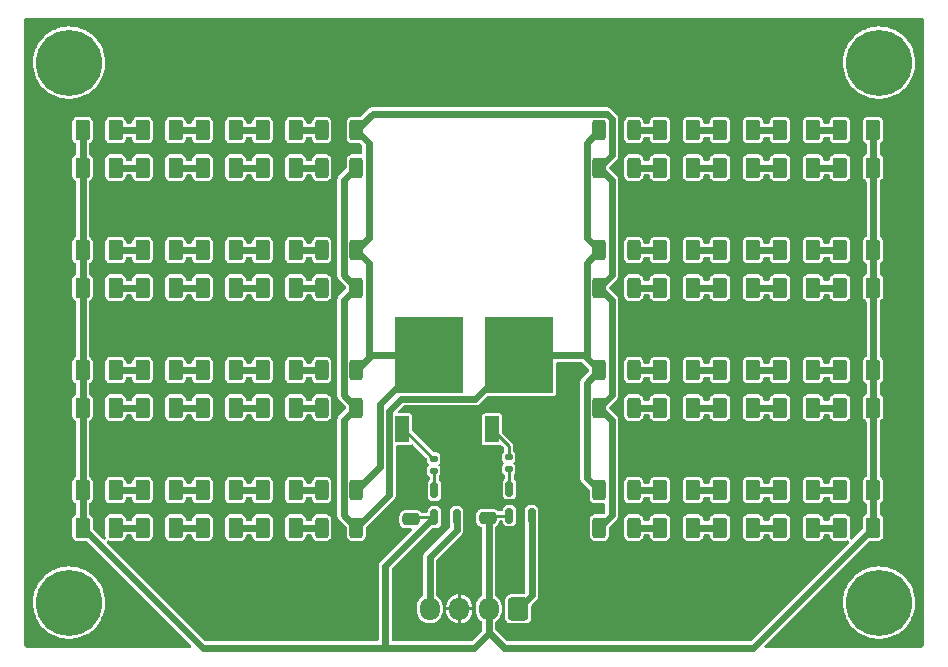
<source format=gbr>
%TF.GenerationSoftware,KiCad,Pcbnew,6.0.2+dfsg-1*%
%TF.CreationDate,2023-01-22T10:21:04-05:00*%
%TF.ProjectId,dragon-light-panel,64726167-6f6e-42d6-9c69-6768742d7061,rev?*%
%TF.SameCoordinates,Original*%
%TF.FileFunction,Copper,L1,Top*%
%TF.FilePolarity,Positive*%
%FSLAX46Y46*%
G04 Gerber Fmt 4.6, Leading zero omitted, Abs format (unit mm)*
G04 Created by KiCad (PCBNEW 6.0.2+dfsg-1) date 2023-01-22 10:21:04*
%MOMM*%
%LPD*%
G01*
G04 APERTURE LIST*
G04 Aperture macros list*
%AMRoundRect*
0 Rectangle with rounded corners*
0 $1 Rounding radius*
0 $2 $3 $4 $5 $6 $7 $8 $9 X,Y pos of 4 corners*
0 Add a 4 corners polygon primitive as box body*
4,1,4,$2,$3,$4,$5,$6,$7,$8,$9,$2,$3,0*
0 Add four circle primitives for the rounded corners*
1,1,$1+$1,$2,$3*
1,1,$1+$1,$4,$5*
1,1,$1+$1,$6,$7*
1,1,$1+$1,$8,$9*
0 Add four rect primitives between the rounded corners*
20,1,$1+$1,$2,$3,$4,$5,0*
20,1,$1+$1,$4,$5,$6,$7,0*
20,1,$1+$1,$6,$7,$8,$9,0*
20,1,$1+$1,$8,$9,$2,$3,0*%
G04 Aperture macros list end*
%TA.AperFunction,SMDPad,CuDef*%
%ADD10RoundRect,0.250000X-0.375000X-0.625000X0.375000X-0.625000X0.375000X0.625000X-0.375000X0.625000X0*%
%TD*%
%TA.AperFunction,SMDPad,CuDef*%
%ADD11RoundRect,0.250000X0.312500X0.625000X-0.312500X0.625000X-0.312500X-0.625000X0.312500X-0.625000X0*%
%TD*%
%TA.AperFunction,SMDPad,CuDef*%
%ADD12RoundRect,0.250000X0.375000X0.625000X-0.375000X0.625000X-0.375000X-0.625000X0.375000X-0.625000X0*%
%TD*%
%TA.AperFunction,SMDPad,CuDef*%
%ADD13RoundRect,0.250000X-0.312500X-0.625000X0.312500X-0.625000X0.312500X0.625000X-0.312500X0.625000X0*%
%TD*%
%TA.AperFunction,SMDPad,CuDef*%
%ADD14RoundRect,0.150000X0.150000X-0.512500X0.150000X0.512500X-0.150000X0.512500X-0.150000X-0.512500X0*%
%TD*%
%TA.AperFunction,SMDPad,CuDef*%
%ADD15R,1.200000X2.200000*%
%TD*%
%TA.AperFunction,SMDPad,CuDef*%
%ADD16R,5.800000X6.400000*%
%TD*%
%TA.AperFunction,SMDPad,CuDef*%
%ADD17RoundRect,0.135000X0.185000X-0.135000X0.185000X0.135000X-0.185000X0.135000X-0.185000X-0.135000X0*%
%TD*%
%TA.AperFunction,SMDPad,CuDef*%
%ADD18RoundRect,0.250000X0.475000X-0.250000X0.475000X0.250000X-0.475000X0.250000X-0.475000X-0.250000X0*%
%TD*%
%TA.AperFunction,ComponentPad*%
%ADD19C,5.600000*%
%TD*%
%TA.AperFunction,ComponentPad*%
%ADD20RoundRect,0.250000X0.600000X0.725000X-0.600000X0.725000X-0.600000X-0.725000X0.600000X-0.725000X0*%
%TD*%
%TA.AperFunction,ComponentPad*%
%ADD21O,1.700000X1.950000*%
%TD*%
%TA.AperFunction,Conductor*%
%ADD22C,0.600000*%
%TD*%
%TA.AperFunction,Conductor*%
%ADD23C,0.250000*%
%TD*%
G04 APERTURE END LIST*
D10*
%TO.P,D1,1,K*%
%TO.N,Net-(D1-Pad1)*%
X121155000Y-69215000D03*
%TO.P,D1,2,A*%
%TO.N,+12V*%
X123955000Y-69215000D03*
%TD*%
D11*
%TO.P,R10,1*%
%TO.N,Net-(D40-Pad1)*%
X103697500Y-59055000D03*
%TO.P,R10,2*%
%TO.N,BANK_1_GND*%
X100772500Y-59055000D03*
%TD*%
D12*
%TO.P,D23,1,K*%
%TO.N,Net-(D23-Pad1)*%
X69980000Y-82550000D03*
%TO.P,D23,2,A*%
%TO.N,Net-(D22-Pad1)*%
X67180000Y-82550000D03*
%TD*%
D13*
%TO.P,R4,1*%
%TO.N,Net-(D16-Pad1)*%
X77277500Y-69215000D03*
%TO.P,R4,2*%
%TO.N,BANK_2_GND*%
X80202500Y-69215000D03*
%TD*%
D12*
%TO.P,D16,1,K*%
%TO.N,Net-(D16-Pad1)*%
X75060000Y-69215000D03*
%TO.P,D16,2,A*%
%TO.N,Net-(D15-Pad1)*%
X72260000Y-69215000D03*
%TD*%
D11*
%TO.P,R14,1*%
%TO.N,Net-(D56-Pad1)*%
X103697500Y-79375000D03*
%TO.P,R14,2*%
%TO.N,BANK_1_GND*%
X100772500Y-79375000D03*
%TD*%
D12*
%TO.P,D11,1,K*%
%TO.N,Net-(D11-Pad1)*%
X69980000Y-48895000D03*
%TO.P,D11,2,A*%
%TO.N,Net-(D10-Pad1)*%
X67180000Y-48895000D03*
%TD*%
D10*
%TO.P,D47,1,K*%
%TO.N,Net-(D47-Pad1)*%
X110995000Y-52070000D03*
%TO.P,D47,2,A*%
%TO.N,Net-(D46-Pad1)*%
X113795000Y-52070000D03*
%TD*%
%TO.P,D57,1,K*%
%TO.N,Net-(D57-Pad1)*%
X121155000Y-62230000D03*
%TO.P,D57,2,A*%
%TO.N,+12V*%
X123955000Y-62230000D03*
%TD*%
%TO.P,D44,1,K*%
%TO.N,Net-(D44-Pad1)*%
X105915000Y-72390000D03*
%TO.P,D44,2,A*%
%TO.N,Net-(D43-Pad1)*%
X108715000Y-72390000D03*
%TD*%
D14*
%TO.P,U2,1,VDD*%
%TO.N,+12V*%
X86807000Y-81655500D03*
%TO.P,U2,2,GND*%
%TO.N,GND*%
X87757000Y-81655500D03*
%TO.P,U2,3,IN+*%
%TO.N,BANK_2*%
X88707000Y-81655500D03*
%TO.P,U2,4,IN-*%
%TO.N,GND*%
X88707000Y-79380500D03*
%TO.P,U2,5,OUT*%
%TO.N,Net-(R18-Pad1)*%
X86807000Y-79380500D03*
%TD*%
D10*
%TO.P,D52,1,K*%
%TO.N,Net-(D52-Pad1)*%
X105915000Y-48895000D03*
%TO.P,D52,2,A*%
%TO.N,Net-(D51-Pad1)*%
X108715000Y-48895000D03*
%TD*%
D11*
%TO.P,R15,1*%
%TO.N,Net-(D60-Pad1)*%
X103697500Y-62230000D03*
%TO.P,R15,2*%
%TO.N,BANK_2_GND*%
X100772500Y-62230000D03*
%TD*%
D10*
%TO.P,D49,1,K*%
%TO.N,Net-(D49-Pad1)*%
X121155000Y-48895000D03*
%TO.P,D49,2,A*%
%TO.N,+12V*%
X123955000Y-48895000D03*
%TD*%
D12*
%TO.P,D15,1,K*%
%TO.N,Net-(D15-Pad1)*%
X69980000Y-69215000D03*
%TO.P,D15,2,A*%
%TO.N,Net-(D14-Pad1)*%
X67180000Y-69215000D03*
%TD*%
%TO.P,D17,1,K*%
%TO.N,Net-(D17-Pad1)*%
X59820000Y-72390000D03*
%TO.P,D17,2,A*%
%TO.N,+12V*%
X57020000Y-72390000D03*
%TD*%
D15*
%TO.P,Q1,1,G*%
%TO.N,Net-(Q1-Pad1)*%
X91700000Y-74245000D03*
D16*
%TO.P,Q1,2,D*%
%TO.N,BANK_1_GND*%
X93980000Y-67945000D03*
D15*
%TO.P,Q1,3,S*%
%TO.N,GND*%
X96260000Y-74245000D03*
%TD*%
D12*
%TO.P,D34,1,K*%
%TO.N,Net-(D34-Pad1)*%
X64900000Y-52070000D03*
%TO.P,D34,2,A*%
%TO.N,Net-(D33-Pad1)*%
X62100000Y-52070000D03*
%TD*%
D17*
%TO.P,R18,1*%
%TO.N,Net-(R18-Pad1)*%
X86741000Y-77726000D03*
%TO.P,R18,2*%
%TO.N,Net-(Q2-Pad1)*%
X86741000Y-76706000D03*
%TD*%
D11*
%TO.P,R11,1*%
%TO.N,Net-(D44-Pad1)*%
X103697500Y-72390000D03*
%TO.P,R11,2*%
%TO.N,BANK_2_GND*%
X100772500Y-72390000D03*
%TD*%
D13*
%TO.P,R5,1*%
%TO.N,Net-(D20-Pad1)*%
X77277500Y-72390000D03*
%TO.P,R5,2*%
%TO.N,BANK_1_GND*%
X80202500Y-72390000D03*
%TD*%
D12*
%TO.P,D19,1,K*%
%TO.N,Net-(D19-Pad1)*%
X69980000Y-72390000D03*
%TO.P,D19,2,A*%
%TO.N,Net-(D18-Pad1)*%
X67180000Y-72390000D03*
%TD*%
D10*
%TO.P,D26,1,K*%
%TO.N,Net-(D26-Pad1)*%
X116075000Y-82550000D03*
%TO.P,D26,2,A*%
%TO.N,Net-(D25-Pad1)*%
X118875000Y-82550000D03*
%TD*%
D12*
%TO.P,D6,1,K*%
%TO.N,Net-(D6-Pad1)*%
X64900000Y-62230000D03*
%TO.P,D6,2,A*%
%TO.N,Net-(D5-Pad1)*%
X62100000Y-62230000D03*
%TD*%
D18*
%TO.P,C2,1*%
%TO.N,+12V*%
X84836000Y-81849000D03*
%TO.P,C2,2*%
%TO.N,GND*%
X84836000Y-79949000D03*
%TD*%
D10*
%TO.P,D41,1,K*%
%TO.N,Net-(D41-Pad1)*%
X121155000Y-72390000D03*
%TO.P,D41,2,A*%
%TO.N,+12V*%
X123955000Y-72390000D03*
%TD*%
D12*
%TO.P,D22,1,K*%
%TO.N,Net-(D22-Pad1)*%
X64900000Y-82550000D03*
%TO.P,D22,2,A*%
%TO.N,Net-(D21-Pad1)*%
X62100000Y-82550000D03*
%TD*%
D10*
%TO.P,D45,1,K*%
%TO.N,Net-(D45-Pad1)*%
X121155000Y-52070000D03*
%TO.P,D45,2,A*%
%TO.N,+12V*%
X123955000Y-52070000D03*
%TD*%
D12*
%TO.P,D63,1,K*%
%TO.N,Net-(D63-Pad1)*%
X69980000Y-79375000D03*
%TO.P,D63,2,A*%
%TO.N,Net-(D62-Pad1)*%
X67180000Y-79375000D03*
%TD*%
D10*
%TO.P,D3,1,K*%
%TO.N,Net-(D3-Pad1)*%
X110995000Y-69215000D03*
%TO.P,D3,2,A*%
%TO.N,Net-(D2-Pad1)*%
X113795000Y-69215000D03*
%TD*%
D13*
%TO.P,R3,1*%
%TO.N,Net-(D12-Pad1)*%
X77277500Y-48895000D03*
%TO.P,R3,2*%
%TO.N,BANK_2_GND*%
X80202500Y-48895000D03*
%TD*%
D12*
%TO.P,D21,1,K*%
%TO.N,Net-(D21-Pad1)*%
X59820000Y-82550000D03*
%TO.P,D21,2,A*%
%TO.N,+12V*%
X57020000Y-82550000D03*
%TD*%
%TO.P,D64,1,K*%
%TO.N,Net-(D64-Pad1)*%
X75060000Y-79375000D03*
%TO.P,D64,2,A*%
%TO.N,Net-(D63-Pad1)*%
X72260000Y-79375000D03*
%TD*%
%TO.P,D32,1,K*%
%TO.N,Net-(D32-Pad1)*%
X75060000Y-59055000D03*
%TO.P,D32,2,A*%
%TO.N,Net-(D31-Pad1)*%
X72260000Y-59055000D03*
%TD*%
D10*
%TO.P,D56,1,K*%
%TO.N,Net-(D56-Pad1)*%
X105915000Y-79375000D03*
%TO.P,D56,2,A*%
%TO.N,Net-(D55-Pad1)*%
X108715000Y-79375000D03*
%TD*%
%TO.P,D50,1,K*%
%TO.N,Net-(D50-Pad1)*%
X116075000Y-48895000D03*
%TO.P,D50,2,A*%
%TO.N,Net-(D49-Pad1)*%
X118875000Y-48895000D03*
%TD*%
D12*
%TO.P,D61,1,K*%
%TO.N,Net-(D61-Pad1)*%
X59820000Y-79375000D03*
%TO.P,D61,2,A*%
%TO.N,+12V*%
X57020000Y-79375000D03*
%TD*%
D13*
%TO.P,R16,1*%
%TO.N,Net-(D64-Pad1)*%
X77277500Y-79375000D03*
%TO.P,R16,2*%
%TO.N,BANK_2_GND*%
X80202500Y-79375000D03*
%TD*%
D10*
%TO.P,D28,1,K*%
%TO.N,Net-(D28-Pad1)*%
X105915000Y-82550000D03*
%TO.P,D28,2,A*%
%TO.N,Net-(D27-Pad1)*%
X108715000Y-82550000D03*
%TD*%
D12*
%TO.P,D35,1,K*%
%TO.N,Net-(D35-Pad1)*%
X69980000Y-52070000D03*
%TO.P,D35,2,A*%
%TO.N,Net-(D34-Pad1)*%
X67180000Y-52070000D03*
%TD*%
D10*
%TO.P,D2,1,K*%
%TO.N,Net-(D2-Pad1)*%
X116075000Y-69215000D03*
%TO.P,D2,2,A*%
%TO.N,Net-(D1-Pad1)*%
X118875000Y-69215000D03*
%TD*%
D17*
%TO.P,R17,1*%
%TO.N,Net-(R17-Pad1)*%
X93091000Y-77599000D03*
%TO.P,R17,2*%
%TO.N,Net-(Q1-Pad1)*%
X93091000Y-76579000D03*
%TD*%
D12*
%TO.P,D9,1,K*%
%TO.N,Net-(D10-Pad2)*%
X59820000Y-48895000D03*
%TO.P,D9,2,A*%
%TO.N,+12V*%
X57020000Y-48895000D03*
%TD*%
D15*
%TO.P,Q2,1,G*%
%TO.N,Net-(Q2-Pad1)*%
X84080000Y-74245000D03*
D16*
%TO.P,Q2,2,D*%
%TO.N,BANK_2_GND*%
X86360000Y-67945000D03*
D15*
%TO.P,Q2,3,S*%
%TO.N,GND*%
X88640000Y-74245000D03*
%TD*%
D12*
%TO.P,D33,1,K*%
%TO.N,Net-(D33-Pad1)*%
X59820000Y-52070000D03*
%TO.P,D33,2,A*%
%TO.N,+12V*%
X57020000Y-52070000D03*
%TD*%
%TO.P,D14,1,K*%
%TO.N,Net-(D14-Pad1)*%
X64900000Y-69215000D03*
%TO.P,D14,2,A*%
%TO.N,Net-(D13-Pad1)*%
X62100000Y-69215000D03*
%TD*%
D13*
%TO.P,R8,1*%
%TO.N,Net-(D32-Pad1)*%
X77277500Y-59055000D03*
%TO.P,R8,2*%
%TO.N,BANK_2_GND*%
X80202500Y-59055000D03*
%TD*%
D10*
%TO.P,D46,1,K*%
%TO.N,Net-(D46-Pad1)*%
X116075000Y-52070000D03*
%TO.P,D46,2,A*%
%TO.N,Net-(D45-Pad1)*%
X118875000Y-52070000D03*
%TD*%
D11*
%TO.P,R7,1*%
%TO.N,Net-(D28-Pad1)*%
X103697500Y-82550000D03*
%TO.P,R7,2*%
%TO.N,BANK_2_GND*%
X100772500Y-82550000D03*
%TD*%
D12*
%TO.P,D7,1,K*%
%TO.N,Net-(D7-Pad1)*%
X69980000Y-62230000D03*
%TO.P,D7,2,A*%
%TO.N,Net-(D6-Pad1)*%
X67180000Y-62230000D03*
%TD*%
D19*
%TO.P,H3,1,1*%
%TO.N,N/C*%
X55880000Y-43180000D03*
%TD*%
D12*
%TO.P,D29,1,K*%
%TO.N,Net-(D29-Pad1)*%
X59820000Y-59055000D03*
%TO.P,D29,2,A*%
%TO.N,+12V*%
X57020000Y-59055000D03*
%TD*%
%TO.P,D36,1,K*%
%TO.N,Net-(D36-Pad1)*%
X75060000Y-52070000D03*
%TO.P,D36,2,A*%
%TO.N,Net-(D35-Pad1)*%
X72260000Y-52070000D03*
%TD*%
D10*
%TO.P,D42,1,K*%
%TO.N,Net-(D42-Pad1)*%
X116075000Y-72390000D03*
%TO.P,D42,2,A*%
%TO.N,Net-(D41-Pad1)*%
X118875000Y-72390000D03*
%TD*%
%TO.P,D43,1,K*%
%TO.N,Net-(D43-Pad1)*%
X110995000Y-72390000D03*
%TO.P,D43,2,A*%
%TO.N,Net-(D42-Pad1)*%
X113795000Y-72390000D03*
%TD*%
D12*
%TO.P,D24,1,K*%
%TO.N,Net-(D24-Pad1)*%
X75060000Y-82550000D03*
%TO.P,D24,2,A*%
%TO.N,Net-(D23-Pad1)*%
X72260000Y-82550000D03*
%TD*%
D19*
%TO.P,H2,1,1*%
%TO.N,N/C*%
X55880000Y-88900000D03*
%TD*%
D10*
%TO.P,D55,1,K*%
%TO.N,Net-(D55-Pad1)*%
X110995000Y-79375000D03*
%TO.P,D55,2,A*%
%TO.N,Net-(D54-Pad1)*%
X113795000Y-79375000D03*
%TD*%
D14*
%TO.P,U1,1,VDD*%
%TO.N,+12V*%
X93157000Y-81528500D03*
%TO.P,U1,2,GND*%
%TO.N,GND*%
X94107000Y-81528500D03*
%TO.P,U1,3,IN+*%
%TO.N,BANK_1*%
X95057000Y-81528500D03*
%TO.P,U1,4,IN-*%
%TO.N,GND*%
X95057000Y-79253500D03*
%TO.P,U1,5,OUT*%
%TO.N,Net-(R17-Pad1)*%
X93157000Y-79253500D03*
%TD*%
D10*
%TO.P,D37,1,K*%
%TO.N,Net-(D37-Pad1)*%
X121155000Y-59055000D03*
%TO.P,D37,2,A*%
%TO.N,+12V*%
X123955000Y-59055000D03*
%TD*%
%TO.P,D58,1,K*%
%TO.N,Net-(D58-Pad1)*%
X116075000Y-62230000D03*
%TO.P,D58,2,A*%
%TO.N,Net-(D57-Pad1)*%
X118875000Y-62230000D03*
%TD*%
D12*
%TO.P,D12,1,K*%
%TO.N,Net-(D12-Pad1)*%
X75060000Y-48895000D03*
%TO.P,D12,2,A*%
%TO.N,Net-(D11-Pad1)*%
X72260000Y-48895000D03*
%TD*%
%TO.P,D30,1,K*%
%TO.N,Net-(D30-Pad1)*%
X64900000Y-59055000D03*
%TO.P,D30,2,A*%
%TO.N,Net-(D29-Pad1)*%
X62100000Y-59055000D03*
%TD*%
D19*
%TO.P,H1,1,1*%
%TO.N,N/C*%
X124460000Y-43180000D03*
%TD*%
D10*
%TO.P,D25,1,K*%
%TO.N,Net-(D25-Pad1)*%
X121155000Y-82550000D03*
%TO.P,D25,2,A*%
%TO.N,+12V*%
X123955000Y-82550000D03*
%TD*%
%TO.P,D53,1,K*%
%TO.N,Net-(D53-Pad1)*%
X121155000Y-79375000D03*
%TO.P,D53,2,A*%
%TO.N,+12V*%
X123955000Y-79375000D03*
%TD*%
D12*
%TO.P,D18,1,K*%
%TO.N,Net-(D18-Pad1)*%
X64900000Y-72390000D03*
%TO.P,D18,2,A*%
%TO.N,Net-(D17-Pad1)*%
X62100000Y-72390000D03*
%TD*%
D10*
%TO.P,D60,1,K*%
%TO.N,Net-(D60-Pad1)*%
X105915000Y-62230000D03*
%TO.P,D60,2,A*%
%TO.N,Net-(D59-Pad1)*%
X108715000Y-62230000D03*
%TD*%
%TO.P,D27,1,K*%
%TO.N,Net-(D27-Pad1)*%
X110995000Y-82550000D03*
%TO.P,D27,2,A*%
%TO.N,Net-(D26-Pad1)*%
X113795000Y-82550000D03*
%TD*%
D12*
%TO.P,D8,1,K*%
%TO.N,Net-(D8-Pad1)*%
X75060000Y-62230000D03*
%TO.P,D8,2,A*%
%TO.N,Net-(D7-Pad1)*%
X72260000Y-62230000D03*
%TD*%
D10*
%TO.P,D4,1,K*%
%TO.N,Net-(D4-Pad1)*%
X105915000Y-69215000D03*
%TO.P,D4,2,A*%
%TO.N,Net-(D3-Pad1)*%
X108715000Y-69215000D03*
%TD*%
D11*
%TO.P,R13,1*%
%TO.N,Net-(D52-Pad1)*%
X103697500Y-48895000D03*
%TO.P,R13,2*%
%TO.N,BANK_1_GND*%
X100772500Y-48895000D03*
%TD*%
D12*
%TO.P,D20,1,K*%
%TO.N,Net-(D20-Pad1)*%
X75060000Y-72390000D03*
%TO.P,D20,2,A*%
%TO.N,Net-(D19-Pad1)*%
X72260000Y-72390000D03*
%TD*%
D18*
%TO.P,C1,1*%
%TO.N,+12V*%
X91313000Y-81722000D03*
%TO.P,C1,2*%
%TO.N,GND*%
X91313000Y-79822000D03*
%TD*%
D12*
%TO.P,D5,1,K*%
%TO.N,Net-(D5-Pad1)*%
X59820000Y-62230000D03*
%TO.P,D5,2,A*%
%TO.N,+12V*%
X57020000Y-62230000D03*
%TD*%
D10*
%TO.P,D59,1,K*%
%TO.N,Net-(D59-Pad1)*%
X110995000Y-62230000D03*
%TO.P,D59,2,A*%
%TO.N,Net-(D58-Pad1)*%
X113795000Y-62230000D03*
%TD*%
%TO.P,D38,1,K*%
%TO.N,Net-(D38-Pad1)*%
X116075000Y-59055000D03*
%TO.P,D38,2,A*%
%TO.N,Net-(D37-Pad1)*%
X118875000Y-59055000D03*
%TD*%
%TO.P,D39,1,K*%
%TO.N,Net-(D39-Pad1)*%
X110995000Y-59055000D03*
%TO.P,D39,2,A*%
%TO.N,Net-(D38-Pad1)*%
X113795000Y-59055000D03*
%TD*%
D13*
%TO.P,R2,1*%
%TO.N,Net-(D8-Pad1)*%
X77277500Y-62230000D03*
%TO.P,R2,2*%
%TO.N,BANK_1_GND*%
X80202500Y-62230000D03*
%TD*%
D11*
%TO.P,R1,1*%
%TO.N,Net-(D4-Pad1)*%
X103697500Y-69215000D03*
%TO.P,R1,2*%
%TO.N,BANK_1_GND*%
X100772500Y-69215000D03*
%TD*%
D12*
%TO.P,D10,1,K*%
%TO.N,Net-(D10-Pad1)*%
X64900000Y-48895000D03*
%TO.P,D10,2,A*%
%TO.N,Net-(D10-Pad2)*%
X62100000Y-48895000D03*
%TD*%
D19*
%TO.P,H4,1,1*%
%TO.N,N/C*%
X124460000Y-88900000D03*
%TD*%
D13*
%TO.P,R6,1*%
%TO.N,Net-(D24-Pad1)*%
X77277500Y-82550000D03*
%TO.P,R6,2*%
%TO.N,BANK_1_GND*%
X80202500Y-82550000D03*
%TD*%
D10*
%TO.P,D40,1,K*%
%TO.N,Net-(D40-Pad1)*%
X105915000Y-59055000D03*
%TO.P,D40,2,A*%
%TO.N,Net-(D39-Pad1)*%
X108715000Y-59055000D03*
%TD*%
D12*
%TO.P,D62,1,K*%
%TO.N,Net-(D62-Pad1)*%
X64900000Y-79375000D03*
%TO.P,D62,2,A*%
%TO.N,Net-(D61-Pad1)*%
X62100000Y-79375000D03*
%TD*%
D10*
%TO.P,D51,1,K*%
%TO.N,Net-(D51-Pad1)*%
X110995000Y-48895000D03*
%TO.P,D51,2,A*%
%TO.N,Net-(D50-Pad1)*%
X113795000Y-48895000D03*
%TD*%
%TO.P,D54,1,K*%
%TO.N,Net-(D54-Pad1)*%
X116075000Y-79375000D03*
%TO.P,D54,2,A*%
%TO.N,Net-(D53-Pad1)*%
X118875000Y-79375000D03*
%TD*%
D20*
%TO.P,J1,1,Pin_1*%
%TO.N,BANK_1*%
X93920000Y-89425000D03*
D21*
%TO.P,J1,2,Pin_2*%
%TO.N,+12V*%
X91420000Y-89425000D03*
%TO.P,J1,3,Pin_3*%
%TO.N,GND*%
X88920000Y-89425000D03*
%TO.P,J1,4,Pin_4*%
%TO.N,BANK_2*%
X86420000Y-89425000D03*
%TD*%
D12*
%TO.P,D13,1,K*%
%TO.N,Net-(D13-Pad1)*%
X59820000Y-69215000D03*
%TO.P,D13,2,A*%
%TO.N,+12V*%
X57020000Y-69215000D03*
%TD*%
D10*
%TO.P,D48,1,K*%
%TO.N,Net-(D48-Pad1)*%
X105915000Y-52070000D03*
%TO.P,D48,2,A*%
%TO.N,Net-(D47-Pad1)*%
X108715000Y-52070000D03*
%TD*%
D13*
%TO.P,R9,1*%
%TO.N,Net-(D36-Pad1)*%
X77277500Y-52070000D03*
%TO.P,R9,2*%
%TO.N,BANK_1_GND*%
X80202500Y-52070000D03*
%TD*%
D12*
%TO.P,D31,1,K*%
%TO.N,Net-(D31-Pad1)*%
X69980000Y-59055000D03*
%TO.P,D31,2,A*%
%TO.N,Net-(D30-Pad1)*%
X67180000Y-59055000D03*
%TD*%
D11*
%TO.P,R12,1*%
%TO.N,Net-(D48-Pad1)*%
X103697500Y-52070000D03*
%TO.P,R12,2*%
%TO.N,BANK_2_GND*%
X100772500Y-52070000D03*
%TD*%
D22*
%TO.N,Net-(D60-Pad1)*%
X105915000Y-62230000D02*
X103697500Y-62230000D01*
%TO.N,Net-(D59-Pad1)*%
X110995000Y-62230000D02*
X108715000Y-62230000D01*
%TO.N,Net-(D58-Pad1)*%
X116075000Y-62230000D02*
X113795000Y-62230000D01*
%TO.N,Net-(D57-Pad1)*%
X121155000Y-62230000D02*
X118875000Y-62230000D01*
%TO.N,Net-(D37-Pad1)*%
X118875000Y-59055000D02*
X121155000Y-59055000D01*
%TO.N,Net-(D38-Pad1)*%
X113795000Y-59055000D02*
X116075000Y-59055000D01*
%TO.N,Net-(D39-Pad1)*%
X108715000Y-59055000D02*
X110995000Y-59055000D01*
%TO.N,Net-(D40-Pad1)*%
X103697500Y-59055000D02*
X105915000Y-59055000D01*
%TO.N,Net-(D48-Pad1)*%
X105915000Y-52070000D02*
X103697500Y-52070000D01*
%TO.N,Net-(D47-Pad1)*%
X110995000Y-52070000D02*
X108715000Y-52070000D01*
%TO.N,Net-(D46-Pad1)*%
X116075000Y-52070000D02*
X113795000Y-52070000D01*
%TO.N,Net-(D45-Pad1)*%
X121155000Y-52070000D02*
X118875000Y-52070000D01*
%TO.N,Net-(D49-Pad1)*%
X118875000Y-48895000D02*
X121155000Y-48895000D01*
%TO.N,Net-(D50-Pad1)*%
X113795000Y-48895000D02*
X116075000Y-48895000D01*
%TO.N,Net-(D51-Pad1)*%
X108715000Y-48895000D02*
X110995000Y-48895000D01*
%TO.N,Net-(D52-Pad1)*%
X103697500Y-48895000D02*
X105915000Y-48895000D01*
%TO.N,BANK_1_GND*%
X100772500Y-69215000D02*
X99502500Y-67945000D01*
X99502500Y-67945000D02*
X93980000Y-67945000D01*
%TO.N,BANK_2_GND*%
X80202500Y-48895000D02*
X81577020Y-47520480D01*
X81577020Y-47520480D02*
X101395461Y-47520480D01*
X101395461Y-47520480D02*
X101834520Y-47959539D01*
X101834520Y-47959539D02*
X101834520Y-51007980D01*
X101834520Y-51007980D02*
X100772500Y-52070000D01*
X100772500Y-62230000D02*
X101834520Y-61167980D01*
X101834520Y-61167980D02*
X101834520Y-53132020D01*
X101834520Y-53132020D02*
X100772500Y-52070000D01*
X100772500Y-72390000D02*
X101834520Y-71327980D01*
X101834520Y-71327980D02*
X101834520Y-63292020D01*
X101834520Y-63292020D02*
X100772500Y-62230000D01*
X100772500Y-82550000D02*
X101834520Y-81487980D01*
X101834520Y-81487980D02*
X101834520Y-73452020D01*
X101834520Y-73452020D02*
X100772500Y-72390000D01*
%TO.N,BANK_1_GND*%
X100772500Y-69215000D02*
X99710480Y-70277020D01*
X99710480Y-70277020D02*
X99710480Y-78312980D01*
X99710480Y-78312980D02*
X100772500Y-79375000D01*
X100772500Y-59055000D02*
X99710480Y-60117020D01*
X99710480Y-60117020D02*
X99710480Y-68152980D01*
X99710480Y-68152980D02*
X100772500Y-69215000D01*
X100772500Y-48895000D02*
X99710480Y-49957020D01*
X99710480Y-49957020D02*
X99710480Y-57992980D01*
X99710480Y-57992980D02*
X100772500Y-59055000D01*
%TO.N,+12V*%
X57020000Y-82550000D02*
X67180000Y-92710000D01*
X67180000Y-92710000D02*
X90170000Y-92710000D01*
X90170000Y-92710000D02*
X91420000Y-91460000D01*
X91420000Y-91460000D02*
X91420000Y-89425000D01*
X123955000Y-82550000D02*
X113795000Y-92710000D01*
X92710000Y-92710000D02*
X91420000Y-91420000D01*
X113795000Y-92710000D02*
X92710000Y-92710000D01*
X91420000Y-91420000D02*
X91420000Y-89425000D01*
X123955000Y-72390000D02*
X123955000Y-79375000D01*
X123955000Y-62230000D02*
X123955000Y-69215000D01*
X123955000Y-52070000D02*
X123955000Y-59055000D01*
%TO.N,BANK_2_GND*%
X80202500Y-69215000D02*
X81472500Y-67945000D01*
X81472500Y-67945000D02*
X86360000Y-67945000D01*
%TO.N,BANK_1_GND*%
X80202500Y-72390000D02*
X79140480Y-73452020D01*
X79140480Y-73452020D02*
X79140480Y-81487980D01*
X79140480Y-81487980D02*
X80202500Y-82550000D01*
%TO.N,Net-(D17-Pad1)*%
X62100000Y-72390000D02*
X59820000Y-72390000D01*
%TO.N,Net-(D18-Pad1)*%
X67180000Y-72390000D02*
X64900000Y-72390000D01*
%TO.N,Net-(D19-Pad1)*%
X72260000Y-72390000D02*
X69980000Y-72390000D01*
%TO.N,Net-(D20-Pad1)*%
X77277500Y-72390000D02*
X75060000Y-72390000D01*
%TO.N,Net-(D16-Pad1)*%
X75060000Y-69215000D02*
X77277500Y-69215000D01*
%TO.N,Net-(D15-Pad1)*%
X69980000Y-69215000D02*
X72260000Y-69215000D01*
%TO.N,Net-(D14-Pad1)*%
X64900000Y-69215000D02*
X67180000Y-69215000D01*
%TO.N,Net-(D13-Pad1)*%
X59820000Y-69215000D02*
X62100000Y-69215000D01*
%TO.N,Net-(D5-Pad1)*%
X62100000Y-62230000D02*
X59820000Y-62230000D01*
%TO.N,Net-(D6-Pad1)*%
X67180000Y-62230000D02*
X64900000Y-62230000D01*
%TO.N,Net-(D7-Pad1)*%
X72260000Y-62230000D02*
X69980000Y-62230000D01*
%TO.N,Net-(D8-Pad1)*%
X77277500Y-62230000D02*
X75060000Y-62230000D01*
%TO.N,Net-(D32-Pad1)*%
X75060000Y-59055000D02*
X77277500Y-59055000D01*
%TO.N,Net-(D31-Pad1)*%
X69980000Y-59055000D02*
X72260000Y-59055000D01*
%TO.N,Net-(D30-Pad1)*%
X64900000Y-59055000D02*
X67180000Y-59055000D01*
%TO.N,Net-(D29-Pad1)*%
X59820000Y-59055000D02*
X62100000Y-59055000D01*
%TO.N,Net-(D33-Pad1)*%
X62100000Y-52070000D02*
X59820000Y-52070000D01*
%TO.N,Net-(D34-Pad1)*%
X67180000Y-52070000D02*
X64900000Y-52070000D01*
%TO.N,Net-(D35-Pad1)*%
X72260000Y-52070000D02*
X69980000Y-52070000D01*
%TO.N,Net-(D36-Pad1)*%
X77277500Y-52070000D02*
X75060000Y-52070000D01*
%TO.N,Net-(D12-Pad1)*%
X75060000Y-48895000D02*
X77277500Y-48895000D01*
%TO.N,Net-(D11-Pad1)*%
X69980000Y-48895000D02*
X72260000Y-48895000D01*
%TO.N,Net-(D10-Pad1)*%
X64900000Y-48895000D02*
X67180000Y-48895000D01*
%TO.N,Net-(D10-Pad2)*%
X59820000Y-48895000D02*
X62100000Y-48895000D01*
%TO.N,+12V*%
X57020000Y-59055000D02*
X57020000Y-52070000D01*
X57020000Y-69215000D02*
X57020000Y-62230000D01*
X57020000Y-79375000D02*
X57020000Y-72390000D01*
X57020000Y-79375000D02*
X57020000Y-82550000D01*
X57020000Y-69215000D02*
X57020000Y-72390000D01*
X57020000Y-59055000D02*
X57020000Y-62230000D01*
%TO.N,BANK_1_GND*%
X80202500Y-62230000D02*
X79140480Y-61167980D01*
X79140480Y-61167980D02*
X79140480Y-53132020D01*
X79140480Y-53132020D02*
X80202500Y-52070000D01*
%TO.N,BANK_2_GND*%
X80202500Y-59055000D02*
X81264520Y-57992980D01*
X81264520Y-57992980D02*
X81264520Y-49957020D01*
X81264520Y-49957020D02*
X80202500Y-48895000D01*
%TO.N,BANK_1_GND*%
X80202500Y-62230000D02*
X79140480Y-63292020D01*
X79140480Y-63292020D02*
X79140480Y-71327980D01*
X79140480Y-71327980D02*
X80202500Y-72390000D01*
%TO.N,BANK_2_GND*%
X80202500Y-59055000D02*
X81264520Y-60117020D01*
X81264520Y-60117020D02*
X81264520Y-68152980D01*
X81264520Y-68152980D02*
X80202500Y-69215000D01*
%TO.N,BANK_1_GND*%
X80202500Y-82550000D02*
X82980489Y-79772011D01*
X82980489Y-79772011D02*
X82980489Y-72645489D01*
X82980489Y-72645489D02*
X83981467Y-71644511D01*
X83981467Y-71644511D02*
X90280489Y-71644511D01*
X90280489Y-71644511D02*
X93980000Y-67945000D01*
%TO.N,BANK_2_GND*%
X80202500Y-79375000D02*
X82180969Y-77396531D01*
X82180969Y-77396531D02*
X82180969Y-72124031D01*
X82180969Y-72124031D02*
X86360000Y-67945000D01*
%TO.N,+12V*%
X82644520Y-92710000D02*
X82644520Y-85817980D01*
X82644520Y-85817980D02*
X86807000Y-81655500D01*
D23*
X86807000Y-81655500D02*
X85029500Y-81655500D01*
D22*
X123955000Y-59055000D02*
X123955000Y-62230000D01*
X123955000Y-69215000D02*
X123955000Y-72390000D01*
X91420000Y-89425000D02*
X91420000Y-81829000D01*
X91420000Y-81829000D02*
X91313000Y-81722000D01*
X123955000Y-48895000D02*
X123955000Y-52070000D01*
D23*
X91506500Y-81528500D02*
X91313000Y-81722000D01*
X85029500Y-81655500D02*
X84836000Y-81849000D01*
D22*
X123955000Y-79375000D02*
X123955000Y-82550000D01*
D23*
X93157000Y-81528500D02*
X91506500Y-81528500D01*
D22*
X57020000Y-48895000D02*
X57020000Y-52070000D01*
%TO.N,Net-(D1-Pad1)*%
X118875000Y-69215000D02*
X121155000Y-69215000D01*
%TO.N,Net-(D2-Pad1)*%
X113795000Y-69215000D02*
X116075000Y-69215000D01*
%TO.N,Net-(D3-Pad1)*%
X108715000Y-69215000D02*
X110995000Y-69215000D01*
%TO.N,Net-(D4-Pad1)*%
X103697500Y-69215000D02*
X105915000Y-69215000D01*
%TO.N,Net-(D21-Pad1)*%
X59820000Y-82550000D02*
X62100000Y-82550000D01*
%TO.N,Net-(D22-Pad1)*%
X64900000Y-82550000D02*
X67180000Y-82550000D01*
%TO.N,Net-(D23-Pad1)*%
X69980000Y-82550000D02*
X72260000Y-82550000D01*
%TO.N,Net-(D24-Pad1)*%
X75060000Y-82550000D02*
X77277500Y-82550000D01*
%TO.N,Net-(D25-Pad1)*%
X118875000Y-82550000D02*
X121155000Y-82550000D01*
%TO.N,Net-(D26-Pad1)*%
X113795000Y-82550000D02*
X116075000Y-82550000D01*
%TO.N,Net-(D27-Pad1)*%
X108715000Y-82550000D02*
X110995000Y-82550000D01*
%TO.N,Net-(D28-Pad1)*%
X103697500Y-82550000D02*
X105915000Y-82550000D01*
%TO.N,Net-(D41-Pad1)*%
X118875000Y-72390000D02*
X121155000Y-72390000D01*
%TO.N,Net-(D42-Pad1)*%
X113795000Y-72390000D02*
X116075000Y-72390000D01*
%TO.N,Net-(D43-Pad1)*%
X108715000Y-72390000D02*
X110995000Y-72390000D01*
%TO.N,Net-(D44-Pad1)*%
X103697500Y-72390000D02*
X105915000Y-72390000D01*
%TO.N,Net-(D53-Pad1)*%
X118875000Y-79375000D02*
X121155000Y-79375000D01*
%TO.N,Net-(D54-Pad1)*%
X113795000Y-79375000D02*
X116075000Y-79375000D01*
%TO.N,Net-(D55-Pad1)*%
X108715000Y-79375000D02*
X110995000Y-79375000D01*
%TO.N,Net-(D56-Pad1)*%
X103697500Y-79375000D02*
X105915000Y-79375000D01*
%TO.N,Net-(D61-Pad1)*%
X59820000Y-79375000D02*
X62100000Y-79375000D01*
%TO.N,Net-(D62-Pad1)*%
X64900000Y-79375000D02*
X67180000Y-79375000D01*
%TO.N,Net-(D63-Pad1)*%
X69980000Y-79375000D02*
X72260000Y-79375000D01*
%TO.N,Net-(D64-Pad1)*%
X75060000Y-79375000D02*
X77277500Y-79375000D01*
%TO.N,BANK_1*%
X93920000Y-89425000D02*
X95057000Y-88288000D01*
X95057000Y-88288000D02*
X95057000Y-81528500D01*
%TO.N,BANK_2*%
X88707000Y-82743000D02*
X88707000Y-81655500D01*
X86420000Y-85030000D02*
X88707000Y-82743000D01*
X86420000Y-89425000D02*
X86420000Y-85030000D01*
D23*
%TO.N,Net-(Q1-Pad1)*%
X93091000Y-76579000D02*
X93091000Y-75636000D01*
X93091000Y-75636000D02*
X91759000Y-74304000D01*
D22*
%TO.N,BANK_1_GND*%
X100772500Y-69215000D02*
X100772500Y-69407500D01*
D23*
%TO.N,Net-(Q2-Pad1)*%
X86736000Y-76706000D02*
X84275000Y-74245000D01*
X84275000Y-74245000D02*
X84080000Y-74245000D01*
X86741000Y-76706000D02*
X86736000Y-76706000D01*
%TO.N,Net-(R17-Pad1)*%
X93157000Y-77665000D02*
X93091000Y-77599000D01*
X93157000Y-79253500D02*
X93157000Y-77665000D01*
%TO.N,Net-(R18-Pad1)*%
X86807000Y-77792000D02*
X86741000Y-77726000D01*
X86807000Y-79380500D02*
X86807000Y-77792000D01*
%TD*%
%TA.AperFunction,Conductor*%
%TO.N,GND*%
G36*
X128028171Y-39372421D02*
G01*
X128088622Y-39384446D01*
X128134042Y-39403260D01*
X128174766Y-39430471D01*
X128209529Y-39465234D01*
X128236740Y-39505958D01*
X128255554Y-39551378D01*
X128267579Y-39611829D01*
X128270000Y-39636411D01*
X128270000Y-92443589D01*
X128267579Y-92468171D01*
X128255554Y-92528622D01*
X128236740Y-92574042D01*
X128209529Y-92614766D01*
X128174766Y-92649529D01*
X128134042Y-92676740D01*
X128088622Y-92695554D01*
X128028171Y-92707579D01*
X128003589Y-92710000D01*
X114883371Y-92710000D01*
X114815250Y-92689998D01*
X114768757Y-92636342D01*
X114758653Y-92566068D01*
X114788147Y-92501488D01*
X114794276Y-92494905D01*
X118431896Y-88857285D01*
X121400985Y-88857285D01*
X121415288Y-89198537D01*
X121467540Y-89536067D01*
X121468462Y-89539459D01*
X121468462Y-89539461D01*
X121484819Y-89599666D01*
X121557091Y-89865669D01*
X121558381Y-89868928D01*
X121558383Y-89868933D01*
X121636266Y-90065640D01*
X121682825Y-90183235D01*
X121684470Y-90186329D01*
X121684471Y-90186331D01*
X121836987Y-90473172D01*
X121843173Y-90484807D01*
X121845163Y-90487713D01*
X121845164Y-90487715D01*
X122034147Y-90763718D01*
X122034152Y-90763724D01*
X122036138Y-90766625D01*
X122259314Y-91025177D01*
X122509921Y-91257241D01*
X122512747Y-91259324D01*
X122512750Y-91259327D01*
X122614787Y-91334555D01*
X122784833Y-91459924D01*
X122787870Y-91461678D01*
X122787874Y-91461680D01*
X122902444Y-91527827D01*
X123080624Y-91630699D01*
X123203621Y-91684435D01*
X123390388Y-91766032D01*
X123390391Y-91766033D01*
X123393609Y-91767439D01*
X123396966Y-91768478D01*
X123396971Y-91768480D01*
X123532639Y-91810476D01*
X123719885Y-91868438D01*
X124055386Y-91932439D01*
X124310610Y-91952077D01*
X124392434Y-91958373D01*
X124392435Y-91958373D01*
X124395931Y-91958642D01*
X124602793Y-91951418D01*
X124733758Y-91946845D01*
X124733763Y-91946845D01*
X124737273Y-91946722D01*
X124906216Y-91921775D01*
X125071681Y-91897341D01*
X125071686Y-91897340D01*
X125075160Y-91896827D01*
X125078552Y-91895931D01*
X125078556Y-91895930D01*
X125401989Y-91810476D01*
X125401990Y-91810476D01*
X125405380Y-91809580D01*
X125723816Y-91686066D01*
X126026499Y-91527827D01*
X126309658Y-91336834D01*
X126391450Y-91267224D01*
X126567089Y-91117743D01*
X126567090Y-91117742D01*
X126569762Y-91115468D01*
X126657058Y-91022507D01*
X126801159Y-90869056D01*
X126801163Y-90869051D01*
X126803570Y-90866488D01*
X126805675Y-90863674D01*
X126805681Y-90863667D01*
X127002763Y-90600221D01*
X127008167Y-90592998D01*
X127017022Y-90577906D01*
X127127321Y-90389904D01*
X127181003Y-90298406D01*
X127206121Y-90241990D01*
X127318492Y-89989600D01*
X127318494Y-89989595D01*
X127319924Y-89986383D01*
X127423199Y-89660820D01*
X127489540Y-89325774D01*
X127517659Y-88990911D01*
X127517937Y-88987605D01*
X127517938Y-88987594D01*
X127518120Y-88985421D01*
X127518204Y-88979452D01*
X127519283Y-88902178D01*
X127519283Y-88902166D01*
X127519313Y-88900000D01*
X127518973Y-88893909D01*
X127502012Y-88590552D01*
X127500247Y-88558982D01*
X127499661Y-88555517D01*
X127443874Y-88225683D01*
X127443873Y-88225678D01*
X127443287Y-88222214D01*
X127349143Y-87893894D01*
X127303365Y-87782829D01*
X127220326Y-87581359D01*
X127220322Y-87581351D01*
X127218988Y-87578114D01*
X127054445Y-87278811D01*
X127031168Y-87245813D01*
X126859595Y-87002594D01*
X126859594Y-87002593D01*
X126857564Y-86999715D01*
X126630799Y-86744303D01*
X126376977Y-86515761D01*
X126339916Y-86489228D01*
X126102129Y-86318989D01*
X126102122Y-86318985D01*
X126099262Y-86316937D01*
X125801115Y-86150308D01*
X125486251Y-86017951D01*
X125482882Y-86016960D01*
X125482878Y-86016958D01*
X125350990Y-85978141D01*
X125158597Y-85921517D01*
X125155138Y-85920907D01*
X125155129Y-85920905D01*
X124896643Y-85875328D01*
X124822235Y-85862208D01*
X124743811Y-85857274D01*
X124484876Y-85840983D01*
X124484870Y-85840983D01*
X124481358Y-85840762D01*
X124414598Y-85844027D01*
X124143722Y-85857274D01*
X124143713Y-85857275D01*
X124140215Y-85857446D01*
X124136747Y-85858008D01*
X124136744Y-85858008D01*
X123806532Y-85911491D01*
X123806529Y-85911492D01*
X123803057Y-85912054D01*
X123799670Y-85913000D01*
X123799664Y-85913001D01*
X123528941Y-85988589D01*
X123474088Y-86003904D01*
X123365786Y-86047661D01*
X123160672Y-86130532D01*
X123160668Y-86130534D01*
X123157408Y-86131851D01*
X123154321Y-86133520D01*
X123154317Y-86133522D01*
X123125793Y-86148945D01*
X122856963Y-86294301D01*
X122576499Y-86489228D01*
X122573857Y-86491541D01*
X122573853Y-86491544D01*
X122543498Y-86518118D01*
X122319511Y-86714204D01*
X122089202Y-86966425D01*
X121888444Y-87242745D01*
X121886702Y-87245811D01*
X121886701Y-87245813D01*
X121867956Y-87278811D01*
X121719737Y-87539722D01*
X121585186Y-87853653D01*
X121584169Y-87857022D01*
X121512252Y-88095224D01*
X121486467Y-88180627D01*
X121471541Y-88261953D01*
X121426492Y-88507409D01*
X121424811Y-88516566D01*
X121400985Y-88857285D01*
X118431896Y-88857285D01*
X123572776Y-83716405D01*
X123635088Y-83682379D01*
X123661871Y-83679500D01*
X124377756Y-83679500D01*
X124381153Y-83679131D01*
X124431597Y-83673651D01*
X124431598Y-83673651D01*
X124439448Y-83672798D01*
X124446841Y-83670026D01*
X124446843Y-83670026D01*
X124502850Y-83649030D01*
X124574764Y-83622071D01*
X124581943Y-83616691D01*
X124581946Y-83616689D01*
X124683224Y-83540785D01*
X124690404Y-83535404D01*
X124756869Y-83446720D01*
X124771689Y-83426946D01*
X124771691Y-83426943D01*
X124777071Y-83419764D01*
X124827798Y-83284448D01*
X124834500Y-83222756D01*
X124834500Y-81877244D01*
X124827798Y-81815552D01*
X124777071Y-81680236D01*
X124771691Y-81673057D01*
X124771689Y-81673054D01*
X124695785Y-81571776D01*
X124690404Y-81564596D01*
X124574764Y-81477929D01*
X124572616Y-81477124D01*
X124524844Y-81429244D01*
X124509500Y-81368984D01*
X124509500Y-80556016D01*
X124529502Y-80487895D01*
X124572317Y-80447988D01*
X124574764Y-80447071D01*
X124690404Y-80360404D01*
X124748791Y-80282498D01*
X124771689Y-80251946D01*
X124771691Y-80251943D01*
X124777071Y-80244764D01*
X124827798Y-80109448D01*
X124834500Y-80047756D01*
X124834500Y-78702244D01*
X124827798Y-78640552D01*
X124822822Y-78627277D01*
X124788856Y-78536674D01*
X124777071Y-78505236D01*
X124771691Y-78498057D01*
X124771689Y-78498054D01*
X124695785Y-78396776D01*
X124690404Y-78389596D01*
X124574764Y-78302929D01*
X124572616Y-78302124D01*
X124524844Y-78254244D01*
X124509500Y-78193984D01*
X124509500Y-73571016D01*
X124529502Y-73502895D01*
X124572317Y-73462988D01*
X124574764Y-73462071D01*
X124690404Y-73375404D01*
X124721695Y-73333653D01*
X124771689Y-73266946D01*
X124771691Y-73266943D01*
X124777071Y-73259764D01*
X124827798Y-73124448D01*
X124834500Y-73062756D01*
X124834500Y-71717244D01*
X124827798Y-71655552D01*
X124777071Y-71520236D01*
X124771691Y-71513057D01*
X124771689Y-71513054D01*
X124695785Y-71411776D01*
X124690404Y-71404596D01*
X124574764Y-71317929D01*
X124572616Y-71317124D01*
X124524844Y-71269244D01*
X124509500Y-71208984D01*
X124509500Y-70396016D01*
X124529502Y-70327895D01*
X124572317Y-70287988D01*
X124574764Y-70287071D01*
X124690404Y-70200404D01*
X124721695Y-70158653D01*
X124771689Y-70091946D01*
X124771691Y-70091943D01*
X124777071Y-70084764D01*
X124827798Y-69949448D01*
X124834500Y-69887756D01*
X124834500Y-68542244D01*
X124829867Y-68499600D01*
X124828651Y-68488403D01*
X124828651Y-68488402D01*
X124827798Y-68480552D01*
X124777071Y-68345236D01*
X124771691Y-68338057D01*
X124771689Y-68338054D01*
X124695785Y-68236776D01*
X124690404Y-68229596D01*
X124574764Y-68142929D01*
X124572616Y-68142124D01*
X124524844Y-68094244D01*
X124509500Y-68033984D01*
X124509500Y-63411016D01*
X124529502Y-63342895D01*
X124572317Y-63302988D01*
X124574764Y-63302071D01*
X124690404Y-63215404D01*
X124721695Y-63173653D01*
X124771689Y-63106946D01*
X124771691Y-63106943D01*
X124777071Y-63099764D01*
X124827798Y-62964448D01*
X124834500Y-62902756D01*
X124834500Y-61557244D01*
X124827798Y-61495552D01*
X124777071Y-61360236D01*
X124771691Y-61353057D01*
X124771689Y-61353054D01*
X124695785Y-61251776D01*
X124690404Y-61244596D01*
X124574764Y-61157929D01*
X124572616Y-61157124D01*
X124524844Y-61109244D01*
X124509500Y-61048984D01*
X124509500Y-60236016D01*
X124529502Y-60167895D01*
X124572317Y-60127988D01*
X124574764Y-60127071D01*
X124690404Y-60040404D01*
X124721695Y-59998653D01*
X124771689Y-59931946D01*
X124771691Y-59931943D01*
X124777071Y-59924764D01*
X124827798Y-59789448D01*
X124834500Y-59727756D01*
X124834500Y-58382244D01*
X124827798Y-58320552D01*
X124777071Y-58185236D01*
X124771691Y-58178057D01*
X124771689Y-58178054D01*
X124695785Y-58076776D01*
X124690404Y-58069596D01*
X124574764Y-57982929D01*
X124572616Y-57982124D01*
X124524844Y-57934244D01*
X124509500Y-57873984D01*
X124509500Y-53251016D01*
X124529502Y-53182895D01*
X124572317Y-53142988D01*
X124574764Y-53142071D01*
X124690404Y-53055404D01*
X124721695Y-53013653D01*
X124771689Y-52946946D01*
X124771691Y-52946943D01*
X124777071Y-52939764D01*
X124827798Y-52804448D01*
X124834500Y-52742756D01*
X124834500Y-51397244D01*
X124827798Y-51335552D01*
X124777071Y-51200236D01*
X124771691Y-51193057D01*
X124771689Y-51193054D01*
X124695785Y-51091776D01*
X124690404Y-51084596D01*
X124574764Y-50997929D01*
X124572616Y-50997124D01*
X124524844Y-50949244D01*
X124509500Y-50888984D01*
X124509500Y-50076016D01*
X124529502Y-50007895D01*
X124572317Y-49967988D01*
X124574764Y-49967071D01*
X124690404Y-49880404D01*
X124721695Y-49838653D01*
X124771689Y-49771946D01*
X124771691Y-49771943D01*
X124777071Y-49764764D01*
X124827798Y-49629448D01*
X124834500Y-49567756D01*
X124834500Y-48222244D01*
X124827798Y-48160552D01*
X124777071Y-48025236D01*
X124771691Y-48018057D01*
X124771689Y-48018054D01*
X124695785Y-47916776D01*
X124690404Y-47909596D01*
X124629780Y-47864161D01*
X124581946Y-47828311D01*
X124581943Y-47828309D01*
X124574764Y-47822929D01*
X124472854Y-47784725D01*
X124446843Y-47774974D01*
X124446841Y-47774974D01*
X124439448Y-47772202D01*
X124431598Y-47771349D01*
X124431597Y-47771349D01*
X124381153Y-47765869D01*
X124381152Y-47765869D01*
X124377756Y-47765500D01*
X123532244Y-47765500D01*
X123528848Y-47765869D01*
X123528847Y-47765869D01*
X123478403Y-47771349D01*
X123478402Y-47771349D01*
X123470552Y-47772202D01*
X123463159Y-47774974D01*
X123463157Y-47774974D01*
X123437146Y-47784725D01*
X123335236Y-47822929D01*
X123328057Y-47828309D01*
X123328054Y-47828311D01*
X123280220Y-47864161D01*
X123219596Y-47909596D01*
X123214215Y-47916776D01*
X123138311Y-48018054D01*
X123138309Y-48018057D01*
X123132929Y-48025236D01*
X123082202Y-48160552D01*
X123075500Y-48222244D01*
X123075500Y-49567756D01*
X123082202Y-49629448D01*
X123132929Y-49764764D01*
X123138309Y-49771943D01*
X123138311Y-49771946D01*
X123188305Y-49838653D01*
X123219596Y-49880404D01*
X123335236Y-49967071D01*
X123337384Y-49967876D01*
X123385156Y-50015756D01*
X123400500Y-50076016D01*
X123400500Y-50888984D01*
X123380498Y-50957105D01*
X123337683Y-50997012D01*
X123335236Y-50997929D01*
X123219596Y-51084596D01*
X123214215Y-51091776D01*
X123138311Y-51193054D01*
X123138309Y-51193057D01*
X123132929Y-51200236D01*
X123082202Y-51335552D01*
X123075500Y-51397244D01*
X123075500Y-52742756D01*
X123082202Y-52804448D01*
X123132929Y-52939764D01*
X123138309Y-52946943D01*
X123138311Y-52946946D01*
X123188305Y-53013653D01*
X123219596Y-53055404D01*
X123335236Y-53142071D01*
X123337384Y-53142876D01*
X123385156Y-53190756D01*
X123400500Y-53251016D01*
X123400500Y-57873984D01*
X123380498Y-57942105D01*
X123337683Y-57982012D01*
X123335236Y-57982929D01*
X123219596Y-58069596D01*
X123214215Y-58076776D01*
X123138311Y-58178054D01*
X123138309Y-58178057D01*
X123132929Y-58185236D01*
X123082202Y-58320552D01*
X123075500Y-58382244D01*
X123075500Y-59727756D01*
X123082202Y-59789448D01*
X123132929Y-59924764D01*
X123138309Y-59931943D01*
X123138311Y-59931946D01*
X123188305Y-59998653D01*
X123219596Y-60040404D01*
X123335236Y-60127071D01*
X123337384Y-60127876D01*
X123385156Y-60175756D01*
X123400500Y-60236016D01*
X123400500Y-61048984D01*
X123380498Y-61117105D01*
X123337683Y-61157012D01*
X123335236Y-61157929D01*
X123219596Y-61244596D01*
X123214215Y-61251776D01*
X123138311Y-61353054D01*
X123138309Y-61353057D01*
X123132929Y-61360236D01*
X123082202Y-61495552D01*
X123075500Y-61557244D01*
X123075500Y-62902756D01*
X123082202Y-62964448D01*
X123132929Y-63099764D01*
X123138309Y-63106943D01*
X123138311Y-63106946D01*
X123188305Y-63173653D01*
X123219596Y-63215404D01*
X123335236Y-63302071D01*
X123337384Y-63302876D01*
X123385156Y-63350756D01*
X123400500Y-63411016D01*
X123400500Y-68033984D01*
X123380498Y-68102105D01*
X123337683Y-68142012D01*
X123335236Y-68142929D01*
X123219596Y-68229596D01*
X123214215Y-68236776D01*
X123138311Y-68338054D01*
X123138309Y-68338057D01*
X123132929Y-68345236D01*
X123082202Y-68480552D01*
X123081349Y-68488402D01*
X123081349Y-68488403D01*
X123080133Y-68499600D01*
X123075500Y-68542244D01*
X123075500Y-69887756D01*
X123082202Y-69949448D01*
X123132929Y-70084764D01*
X123138309Y-70091943D01*
X123138311Y-70091946D01*
X123188305Y-70158653D01*
X123219596Y-70200404D01*
X123335236Y-70287071D01*
X123337384Y-70287876D01*
X123385156Y-70335756D01*
X123400500Y-70396016D01*
X123400500Y-71208984D01*
X123380498Y-71277105D01*
X123337683Y-71317012D01*
X123335236Y-71317929D01*
X123219596Y-71404596D01*
X123214215Y-71411776D01*
X123138311Y-71513054D01*
X123138309Y-71513057D01*
X123132929Y-71520236D01*
X123082202Y-71655552D01*
X123075500Y-71717244D01*
X123075500Y-73062756D01*
X123082202Y-73124448D01*
X123132929Y-73259764D01*
X123138309Y-73266943D01*
X123138311Y-73266946D01*
X123188305Y-73333653D01*
X123219596Y-73375404D01*
X123335236Y-73462071D01*
X123337384Y-73462876D01*
X123385156Y-73510756D01*
X123400500Y-73571016D01*
X123400500Y-78193984D01*
X123380498Y-78262105D01*
X123337683Y-78302012D01*
X123335236Y-78302929D01*
X123219596Y-78389596D01*
X123214215Y-78396776D01*
X123138311Y-78498054D01*
X123138309Y-78498057D01*
X123132929Y-78505236D01*
X123121144Y-78536674D01*
X123087179Y-78627277D01*
X123082202Y-78640552D01*
X123075500Y-78702244D01*
X123075500Y-80047756D01*
X123082202Y-80109448D01*
X123132929Y-80244764D01*
X123138309Y-80251943D01*
X123138311Y-80251946D01*
X123161209Y-80282498D01*
X123219596Y-80360404D01*
X123335236Y-80447071D01*
X123337384Y-80447876D01*
X123385156Y-80495756D01*
X123400500Y-80556016D01*
X123400500Y-81368984D01*
X123380498Y-81437105D01*
X123337683Y-81477012D01*
X123335236Y-81477929D01*
X123219596Y-81564596D01*
X123214215Y-81571776D01*
X123138311Y-81673054D01*
X123138309Y-81673057D01*
X123132929Y-81680236D01*
X123082202Y-81815552D01*
X123075500Y-81877244D01*
X123075500Y-82593129D01*
X123055498Y-82661250D01*
X123038595Y-82682224D01*
X122193993Y-83526826D01*
X122131681Y-83560852D01*
X122060866Y-83555787D01*
X122004030Y-83513240D01*
X121979219Y-83446720D01*
X121986916Y-83393502D01*
X122025026Y-83291843D01*
X122025026Y-83291841D01*
X122027798Y-83284448D01*
X122034500Y-83222756D01*
X122034500Y-81877244D01*
X122027798Y-81815552D01*
X121977071Y-81680236D01*
X121971691Y-81673057D01*
X121971689Y-81673054D01*
X121895785Y-81571776D01*
X121890404Y-81564596D01*
X121847006Y-81532071D01*
X121781946Y-81483311D01*
X121781943Y-81483309D01*
X121774764Y-81477929D01*
X121648598Y-81430632D01*
X121646843Y-81429974D01*
X121646841Y-81429974D01*
X121639448Y-81427202D01*
X121631598Y-81426349D01*
X121631597Y-81426349D01*
X121581153Y-81420869D01*
X121581152Y-81420869D01*
X121577756Y-81420500D01*
X120732244Y-81420500D01*
X120728848Y-81420869D01*
X120728847Y-81420869D01*
X120678403Y-81426349D01*
X120678402Y-81426349D01*
X120670552Y-81427202D01*
X120663159Y-81429974D01*
X120663157Y-81429974D01*
X120661402Y-81430632D01*
X120535236Y-81477929D01*
X120528057Y-81483309D01*
X120528054Y-81483311D01*
X120462994Y-81532071D01*
X120419596Y-81564596D01*
X120414215Y-81571776D01*
X120338311Y-81673054D01*
X120338309Y-81673057D01*
X120332929Y-81680236D01*
X120282202Y-81815552D01*
X120275500Y-81877244D01*
X120275412Y-81877234D01*
X120252073Y-81943261D01*
X120195978Y-81986780D01*
X120149919Y-81995500D01*
X119880081Y-81995500D01*
X119811960Y-81975498D01*
X119765467Y-81921842D01*
X119754500Y-81877274D01*
X119754500Y-81877244D01*
X119747798Y-81815552D01*
X119697071Y-81680236D01*
X119691691Y-81673057D01*
X119691689Y-81673054D01*
X119615785Y-81571776D01*
X119610404Y-81564596D01*
X119567006Y-81532071D01*
X119501946Y-81483311D01*
X119501943Y-81483309D01*
X119494764Y-81477929D01*
X119368598Y-81430632D01*
X119366843Y-81429974D01*
X119366841Y-81429974D01*
X119359448Y-81427202D01*
X119351598Y-81426349D01*
X119351597Y-81426349D01*
X119301153Y-81420869D01*
X119301152Y-81420869D01*
X119297756Y-81420500D01*
X118452244Y-81420500D01*
X118448848Y-81420869D01*
X118448847Y-81420869D01*
X118398403Y-81426349D01*
X118398402Y-81426349D01*
X118390552Y-81427202D01*
X118383159Y-81429974D01*
X118383157Y-81429974D01*
X118381402Y-81430632D01*
X118255236Y-81477929D01*
X118248057Y-81483309D01*
X118248054Y-81483311D01*
X118182994Y-81532071D01*
X118139596Y-81564596D01*
X118134215Y-81571776D01*
X118058311Y-81673054D01*
X118058309Y-81673057D01*
X118052929Y-81680236D01*
X118002202Y-81815552D01*
X117995500Y-81877244D01*
X117995500Y-83222756D01*
X118002202Y-83284448D01*
X118052929Y-83419764D01*
X118058309Y-83426943D01*
X118058311Y-83426946D01*
X118073131Y-83446720D01*
X118139596Y-83535404D01*
X118146776Y-83540785D01*
X118248054Y-83616689D01*
X118248057Y-83616691D01*
X118255236Y-83622071D01*
X118327150Y-83649030D01*
X118383157Y-83670026D01*
X118383159Y-83670026D01*
X118390552Y-83672798D01*
X118398402Y-83673651D01*
X118398403Y-83673651D01*
X118448847Y-83679131D01*
X118452244Y-83679500D01*
X119297756Y-83679500D01*
X119301153Y-83679131D01*
X119351597Y-83673651D01*
X119351598Y-83673651D01*
X119359448Y-83672798D01*
X119366841Y-83670026D01*
X119366843Y-83670026D01*
X119422850Y-83649030D01*
X119494764Y-83622071D01*
X119501943Y-83616691D01*
X119501946Y-83616689D01*
X119603224Y-83540785D01*
X119610404Y-83535404D01*
X119676869Y-83446720D01*
X119691689Y-83426946D01*
X119691691Y-83426943D01*
X119697071Y-83419764D01*
X119747798Y-83284448D01*
X119754500Y-83222756D01*
X119754588Y-83222766D01*
X119777927Y-83156739D01*
X119834022Y-83113220D01*
X119880081Y-83104500D01*
X120149919Y-83104500D01*
X120218040Y-83124502D01*
X120264533Y-83178158D01*
X120275500Y-83222726D01*
X120275500Y-83222756D01*
X120282202Y-83284448D01*
X120332929Y-83419764D01*
X120338309Y-83426943D01*
X120338311Y-83426946D01*
X120353131Y-83446720D01*
X120419596Y-83535404D01*
X120426776Y-83540785D01*
X120528054Y-83616689D01*
X120528057Y-83616691D01*
X120535236Y-83622071D01*
X120607150Y-83649030D01*
X120663157Y-83670026D01*
X120663159Y-83670026D01*
X120670552Y-83672798D01*
X120678402Y-83673651D01*
X120678403Y-83673651D01*
X120728847Y-83679131D01*
X120732244Y-83679500D01*
X121577756Y-83679500D01*
X121581153Y-83679131D01*
X121631597Y-83673651D01*
X121631598Y-83673651D01*
X121639448Y-83672798D01*
X121646841Y-83670026D01*
X121646843Y-83670026D01*
X121748502Y-83631916D01*
X121819309Y-83626733D01*
X121881678Y-83660654D01*
X121915807Y-83722910D01*
X121910860Y-83793734D01*
X121881826Y-83838993D01*
X113602224Y-92118595D01*
X113539912Y-92152621D01*
X113513129Y-92155500D01*
X92991871Y-92155500D01*
X92923750Y-92135498D01*
X92902776Y-92118595D01*
X92011405Y-91227224D01*
X91977379Y-91164912D01*
X91974500Y-91138129D01*
X91974500Y-90575942D01*
X91994502Y-90507821D01*
X92027600Y-90473172D01*
X92051407Y-90456285D01*
X92144986Y-90389904D01*
X92290728Y-90237660D01*
X92316494Y-90197756D01*
X92815500Y-90197756D01*
X92822202Y-90259448D01*
X92872929Y-90394764D01*
X92878309Y-90401943D01*
X92878311Y-90401946D01*
X92916785Y-90453281D01*
X92959596Y-90510404D01*
X92966776Y-90515785D01*
X93068054Y-90591689D01*
X93068057Y-90591691D01*
X93075236Y-90597071D01*
X93159922Y-90628818D01*
X93203157Y-90645026D01*
X93203159Y-90645026D01*
X93210552Y-90647798D01*
X93218402Y-90648651D01*
X93218403Y-90648651D01*
X93219149Y-90648732D01*
X93272244Y-90654500D01*
X94567756Y-90654500D01*
X94620851Y-90648732D01*
X94621597Y-90648651D01*
X94621598Y-90648651D01*
X94629448Y-90647798D01*
X94636841Y-90645026D01*
X94636843Y-90645026D01*
X94680078Y-90628818D01*
X94764764Y-90597071D01*
X94771943Y-90591691D01*
X94771946Y-90591689D01*
X94873224Y-90515785D01*
X94880404Y-90510404D01*
X94923215Y-90453281D01*
X94961689Y-90401946D01*
X94961691Y-90401943D01*
X94967071Y-90394764D01*
X95017798Y-90259448D01*
X95024500Y-90197756D01*
X95024500Y-89156871D01*
X95044502Y-89088750D01*
X95061405Y-89067776D01*
X95438413Y-88690768D01*
X95442221Y-88687115D01*
X95481948Y-88650584D01*
X95481949Y-88650583D01*
X95488266Y-88644774D01*
X95505062Y-88617686D01*
X95511381Y-88607494D01*
X95518104Y-88597712D01*
X95539438Y-88569605D01*
X95544630Y-88562765D01*
X95550237Y-88548604D01*
X95560300Y-88528598D01*
X95563794Y-88522963D01*
X95563798Y-88522954D01*
X95568323Y-88515656D01*
X95580565Y-88473520D01*
X95584409Y-88462293D01*
X95587203Y-88455236D01*
X95600556Y-88421510D01*
X95602148Y-88406367D01*
X95606459Y-88384394D01*
X95608867Y-88376104D01*
X95610709Y-88369765D01*
X95611500Y-88358993D01*
X95611500Y-88323995D01*
X95612190Y-88310824D01*
X95615539Y-88278963D01*
X95616437Y-88270419D01*
X95613263Y-88251654D01*
X95611500Y-88230652D01*
X95611500Y-80984166D01*
X95596498Y-80889445D01*
X95538326Y-80775277D01*
X95447723Y-80684674D01*
X95333555Y-80626502D01*
X95238834Y-80611500D01*
X94875166Y-80611500D01*
X94780445Y-80626502D01*
X94666277Y-80684674D01*
X94575674Y-80775277D01*
X94517502Y-80889445D01*
X94502500Y-80984166D01*
X94502500Y-88006129D01*
X94482498Y-88074250D01*
X94465595Y-88095224D01*
X94402224Y-88158595D01*
X94339912Y-88192621D01*
X94313129Y-88195500D01*
X93272244Y-88195500D01*
X93268848Y-88195869D01*
X93268847Y-88195869D01*
X93218403Y-88201349D01*
X93218402Y-88201349D01*
X93210552Y-88202202D01*
X93203159Y-88204974D01*
X93203157Y-88204974D01*
X93166268Y-88218803D01*
X93075236Y-88252929D01*
X93068057Y-88258309D01*
X93068054Y-88258311D01*
X92989227Y-88317389D01*
X92959596Y-88339596D01*
X92954215Y-88346776D01*
X92878311Y-88448054D01*
X92878309Y-88448057D01*
X92872929Y-88455236D01*
X92851234Y-88513109D01*
X92830055Y-88569605D01*
X92822202Y-88590552D01*
X92821349Y-88598402D01*
X92821349Y-88598403D01*
X92815869Y-88648847D01*
X92815500Y-88652244D01*
X92815500Y-90197756D01*
X92316494Y-90197756D01*
X92344666Y-90154125D01*
X92401800Y-90065640D01*
X92401801Y-90065637D01*
X92405052Y-90060603D01*
X92483834Y-89865122D01*
X92524229Y-89658271D01*
X92524500Y-89652730D01*
X92524500Y-89247341D01*
X92509507Y-89090194D01*
X92479411Y-88987605D01*
X92451868Y-88893722D01*
X92450177Y-88887958D01*
X92396939Y-88784590D01*
X92356422Y-88705921D01*
X92356420Y-88705918D01*
X92353676Y-88700590D01*
X92281198Y-88608321D01*
X92227192Y-88539568D01*
X92227188Y-88539564D01*
X92223486Y-88534851D01*
X92216280Y-88528598D01*
X92068835Y-88400650D01*
X92068830Y-88400646D01*
X92064304Y-88396719D01*
X92037404Y-88381157D01*
X91988457Y-88329734D01*
X91974500Y-88272094D01*
X91974500Y-82524183D01*
X91994502Y-82456062D01*
X92033351Y-82419854D01*
X92032764Y-82419071D01*
X92141224Y-82337785D01*
X92148404Y-82332404D01*
X92193007Y-82272890D01*
X92229689Y-82223946D01*
X92229691Y-82223943D01*
X92235071Y-82216764D01*
X92285798Y-82081448D01*
X92292431Y-82020392D01*
X92319673Y-81954830D01*
X92378036Y-81914404D01*
X92417694Y-81908000D01*
X92476500Y-81908000D01*
X92544621Y-81928002D01*
X92591114Y-81981658D01*
X92602500Y-82034000D01*
X92602500Y-82072834D01*
X92617502Y-82167555D01*
X92675674Y-82281723D01*
X92766277Y-82372326D01*
X92880445Y-82430498D01*
X92975166Y-82445500D01*
X93338834Y-82445500D01*
X93433555Y-82430498D01*
X93547723Y-82372326D01*
X93638326Y-82281723D01*
X93696498Y-82167555D01*
X93711500Y-82072834D01*
X93711500Y-80984166D01*
X93696498Y-80889445D01*
X93638326Y-80775277D01*
X93547723Y-80684674D01*
X93433555Y-80626502D01*
X93338834Y-80611500D01*
X92975166Y-80611500D01*
X92880445Y-80626502D01*
X92766277Y-80684674D01*
X92675674Y-80775277D01*
X92617502Y-80889445D01*
X92602500Y-80984166D01*
X92602500Y-81023000D01*
X92582498Y-81091121D01*
X92528842Y-81137614D01*
X92476500Y-81149000D01*
X92236199Y-81149000D01*
X92168078Y-81128998D01*
X92151331Y-81115502D01*
X92148404Y-81111596D01*
X92121084Y-81091121D01*
X92039946Y-81030311D01*
X92039943Y-81030309D01*
X92032764Y-81024929D01*
X91937242Y-80989120D01*
X91904843Y-80976974D01*
X91904841Y-80976974D01*
X91897448Y-80974202D01*
X91889598Y-80973349D01*
X91889597Y-80973349D01*
X91839153Y-80967869D01*
X91839152Y-80967869D01*
X91835756Y-80967500D01*
X90790244Y-80967500D01*
X90786848Y-80967869D01*
X90786847Y-80967869D01*
X90736403Y-80973349D01*
X90736402Y-80973349D01*
X90728552Y-80974202D01*
X90721159Y-80976974D01*
X90721157Y-80976974D01*
X90688758Y-80989120D01*
X90593236Y-81024929D01*
X90586057Y-81030309D01*
X90586054Y-81030311D01*
X90504916Y-81091121D01*
X90477596Y-81111596D01*
X90472215Y-81118776D01*
X90396311Y-81220054D01*
X90396309Y-81220057D01*
X90390929Y-81227236D01*
X90340202Y-81362552D01*
X90333500Y-81424244D01*
X90333500Y-82019756D01*
X90340202Y-82081448D01*
X90390929Y-82216764D01*
X90396309Y-82223943D01*
X90396311Y-82223946D01*
X90432993Y-82272890D01*
X90477596Y-82332404D01*
X90484776Y-82337785D01*
X90586054Y-82413689D01*
X90586057Y-82413691D01*
X90593236Y-82419071D01*
X90681673Y-82452224D01*
X90721157Y-82467026D01*
X90721159Y-82467026D01*
X90728552Y-82469798D01*
X90736400Y-82470651D01*
X90736402Y-82470651D01*
X90753110Y-82472466D01*
X90818671Y-82499709D01*
X90859097Y-82558073D01*
X90865500Y-82597729D01*
X90865500Y-88274058D01*
X90845498Y-88342179D01*
X90812401Y-88376827D01*
X90695014Y-88460096D01*
X90549272Y-88612340D01*
X90546021Y-88617375D01*
X90488848Y-88705921D01*
X90434948Y-88789397D01*
X90356166Y-88984878D01*
X90315771Y-89191729D01*
X90315500Y-89197270D01*
X90315500Y-89602659D01*
X90330493Y-89759806D01*
X90389823Y-89962042D01*
X90404016Y-89989600D01*
X90443180Y-90065640D01*
X90486324Y-90149410D01*
X90512894Y-90183235D01*
X90612808Y-90310432D01*
X90612812Y-90310436D01*
X90616514Y-90315149D01*
X90621044Y-90319080D01*
X90621045Y-90319081D01*
X90771165Y-90449350D01*
X90771170Y-90449354D01*
X90775696Y-90453281D01*
X90780884Y-90456283D01*
X90780885Y-90456283D01*
X90782711Y-90457339D01*
X90802596Y-90468843D01*
X90851543Y-90520266D01*
X90865500Y-90577906D01*
X90865500Y-91178129D01*
X90845498Y-91246250D01*
X90828595Y-91267224D01*
X89977224Y-92118595D01*
X89914912Y-92152621D01*
X89888129Y-92155500D01*
X83325020Y-92155500D01*
X83256899Y-92135498D01*
X83210406Y-92081842D01*
X83199020Y-92029500D01*
X83199020Y-89602659D01*
X85315500Y-89602659D01*
X85330493Y-89759806D01*
X85389823Y-89962042D01*
X85404016Y-89989600D01*
X85443180Y-90065640D01*
X85486324Y-90149410D01*
X85512894Y-90183235D01*
X85612808Y-90310432D01*
X85612812Y-90310436D01*
X85616514Y-90315149D01*
X85621044Y-90319080D01*
X85621045Y-90319081D01*
X85771165Y-90449350D01*
X85771170Y-90449354D01*
X85775696Y-90453281D01*
X85958126Y-90558819D01*
X86157222Y-90627957D01*
X86163155Y-90628817D01*
X86163158Y-90628818D01*
X86359860Y-90657338D01*
X86359863Y-90657338D01*
X86365800Y-90658199D01*
X86576333Y-90648455D01*
X86582157Y-90647051D01*
X86582160Y-90647051D01*
X86775393Y-90600482D01*
X86775395Y-90600481D01*
X86781226Y-90599076D01*
X86786684Y-90596594D01*
X86786688Y-90596593D01*
X86901294Y-90544484D01*
X86973084Y-90511843D01*
X87144986Y-90389904D01*
X87290728Y-90237660D01*
X87344666Y-90154125D01*
X87401800Y-90065640D01*
X87401801Y-90065637D01*
X87405052Y-90060603D01*
X87483834Y-89865122D01*
X87524229Y-89658271D01*
X87524500Y-89652730D01*
X87524500Y-89599644D01*
X87816000Y-89599644D01*
X87816285Y-89605621D01*
X87830416Y-89753734D01*
X87832676Y-89765472D01*
X87888598Y-89956091D01*
X87893039Y-89967194D01*
X87984000Y-90143807D01*
X87990450Y-90153853D01*
X88113171Y-90310086D01*
X88121408Y-90318735D01*
X88271457Y-90448940D01*
X88281183Y-90455877D01*
X88453139Y-90555357D01*
X88464003Y-90560331D01*
X88651676Y-90625502D01*
X88663278Y-90628330D01*
X88775071Y-90644539D01*
X88789007Y-90642553D01*
X88792349Y-90631197D01*
X89047000Y-90631197D01*
X89051475Y-90646436D01*
X89051689Y-90646622D01*
X89062007Y-90648618D01*
X89070273Y-90648235D01*
X89082090Y-90646554D01*
X89275229Y-90600007D01*
X89286524Y-90596118D01*
X89467379Y-90513888D01*
X89477721Y-90507941D01*
X89639772Y-90392990D01*
X89648800Y-90385197D01*
X89786189Y-90241679D01*
X89793585Y-90232314D01*
X89901354Y-90065410D01*
X89906850Y-90054806D01*
X89981108Y-89870548D01*
X89984502Y-89859089D01*
X90022861Y-89662668D01*
X90023934Y-89653832D01*
X90024000Y-89651129D01*
X90024000Y-89570115D01*
X90019525Y-89554876D01*
X90018135Y-89553671D01*
X90010452Y-89552000D01*
X89065115Y-89552000D01*
X89049876Y-89556475D01*
X89048671Y-89557865D01*
X89047000Y-89565548D01*
X89047000Y-90631197D01*
X88792349Y-90631197D01*
X88793000Y-90628985D01*
X88793000Y-89570115D01*
X88788525Y-89554876D01*
X88787135Y-89553671D01*
X88779452Y-89552000D01*
X87834115Y-89552000D01*
X87818876Y-89556475D01*
X87817671Y-89557865D01*
X87816000Y-89565548D01*
X87816000Y-89599644D01*
X87524500Y-89599644D01*
X87524500Y-89279885D01*
X87816000Y-89279885D01*
X87820475Y-89295124D01*
X87821865Y-89296329D01*
X87829548Y-89298000D01*
X88774885Y-89298000D01*
X88790124Y-89293525D01*
X88791329Y-89292135D01*
X88793000Y-89284452D01*
X88793000Y-89279885D01*
X89047000Y-89279885D01*
X89051475Y-89295124D01*
X89052865Y-89296329D01*
X89060548Y-89298000D01*
X90005885Y-89298000D01*
X90021124Y-89293525D01*
X90022329Y-89292135D01*
X90024000Y-89284452D01*
X90024000Y-89250356D01*
X90023715Y-89244379D01*
X90009584Y-89096266D01*
X90007324Y-89084528D01*
X89951402Y-88893909D01*
X89946961Y-88882806D01*
X89856000Y-88706193D01*
X89849550Y-88696147D01*
X89726829Y-88539914D01*
X89718592Y-88531265D01*
X89568543Y-88401060D01*
X89558817Y-88394123D01*
X89386861Y-88294643D01*
X89375997Y-88289669D01*
X89188324Y-88224498D01*
X89176722Y-88221670D01*
X89064929Y-88205461D01*
X89050993Y-88207447D01*
X89047000Y-88221015D01*
X89047000Y-89279885D01*
X88793000Y-89279885D01*
X88793000Y-88218803D01*
X88788525Y-88203564D01*
X88788311Y-88203378D01*
X88777993Y-88201382D01*
X88769727Y-88201765D01*
X88757910Y-88203446D01*
X88564771Y-88249993D01*
X88553476Y-88253882D01*
X88372621Y-88336112D01*
X88362279Y-88342059D01*
X88200228Y-88457010D01*
X88191200Y-88464803D01*
X88053811Y-88608321D01*
X88046415Y-88617686D01*
X87938646Y-88784590D01*
X87933150Y-88795194D01*
X87858892Y-88979452D01*
X87855498Y-88990911D01*
X87817139Y-89187332D01*
X87816066Y-89196168D01*
X87816000Y-89198871D01*
X87816000Y-89279885D01*
X87524500Y-89279885D01*
X87524500Y-89247341D01*
X87509507Y-89090194D01*
X87479411Y-88987605D01*
X87451868Y-88893722D01*
X87450177Y-88887958D01*
X87396939Y-88784590D01*
X87356422Y-88705921D01*
X87356420Y-88705918D01*
X87353676Y-88700590D01*
X87281198Y-88608321D01*
X87227192Y-88539568D01*
X87227188Y-88539564D01*
X87223486Y-88534851D01*
X87216280Y-88528598D01*
X87068835Y-88400650D01*
X87068830Y-88400646D01*
X87064304Y-88396719D01*
X87037404Y-88381157D01*
X86988457Y-88329734D01*
X86974500Y-88272094D01*
X86974500Y-85311871D01*
X86994502Y-85243750D01*
X87011405Y-85222776D01*
X89088426Y-83145756D01*
X89092234Y-83142103D01*
X89111375Y-83124502D01*
X89138266Y-83099774D01*
X89161380Y-83062495D01*
X89168094Y-83052725D01*
X89189438Y-83024607D01*
X89189440Y-83024604D01*
X89194630Y-83017766D01*
X89200237Y-83003604D01*
X89210303Y-82983591D01*
X89213796Y-82977957D01*
X89218323Y-82970656D01*
X89220719Y-82962410D01*
X89220721Y-82962405D01*
X89230564Y-82928526D01*
X89234407Y-82917299D01*
X89247395Y-82884494D01*
X89250556Y-82876511D01*
X89252147Y-82861371D01*
X89256460Y-82839391D01*
X89258866Y-82831110D01*
X89258867Y-82831105D01*
X89260709Y-82824765D01*
X89261500Y-82813993D01*
X89261500Y-82778988D01*
X89262190Y-82765818D01*
X89265538Y-82733961D01*
X89266436Y-82725419D01*
X89263264Y-82706664D01*
X89261500Y-82685652D01*
X89261500Y-81111166D01*
X89246498Y-81016445D01*
X89188326Y-80902277D01*
X89097723Y-80811674D01*
X88983555Y-80753502D01*
X88888834Y-80738500D01*
X88525166Y-80738500D01*
X88430445Y-80753502D01*
X88316277Y-80811674D01*
X88225674Y-80902277D01*
X88167502Y-81016445D01*
X88152500Y-81111166D01*
X88152500Y-82461129D01*
X88132498Y-82529250D01*
X88115595Y-82550224D01*
X86038587Y-84627232D01*
X86034779Y-84630885D01*
X85988734Y-84673226D01*
X85984211Y-84680521D01*
X85984210Y-84680522D01*
X85965619Y-84710506D01*
X85958896Y-84720288D01*
X85932370Y-84755235D01*
X85929209Y-84763219D01*
X85926763Y-84769396D01*
X85916700Y-84789402D01*
X85913206Y-84795037D01*
X85913202Y-84795046D01*
X85908677Y-84802344D01*
X85906281Y-84810591D01*
X85896435Y-84844480D01*
X85892593Y-84855702D01*
X85876444Y-84896490D01*
X85875546Y-84905035D01*
X85874852Y-84911633D01*
X85870541Y-84933605D01*
X85866291Y-84948235D01*
X85865500Y-84959007D01*
X85865500Y-84994005D01*
X85864810Y-85007175D01*
X85860563Y-85047581D01*
X85863737Y-85066346D01*
X85865500Y-85087348D01*
X85865500Y-88274058D01*
X85845498Y-88342179D01*
X85812401Y-88376827D01*
X85695014Y-88460096D01*
X85549272Y-88612340D01*
X85546021Y-88617375D01*
X85488848Y-88705921D01*
X85434948Y-88789397D01*
X85356166Y-88984878D01*
X85315771Y-89191729D01*
X85315500Y-89197270D01*
X85315500Y-89602659D01*
X83199020Y-89602659D01*
X83199020Y-86099851D01*
X83219022Y-86031730D01*
X83235925Y-86010756D01*
X86637276Y-82609405D01*
X86699588Y-82575379D01*
X86726371Y-82572500D01*
X86988834Y-82572500D01*
X87083555Y-82557498D01*
X87197723Y-82499326D01*
X87288326Y-82408723D01*
X87346498Y-82294555D01*
X87361500Y-82199834D01*
X87361500Y-81691495D01*
X87362190Y-81678324D01*
X87365539Y-81646463D01*
X87366437Y-81637919D01*
X87363263Y-81619154D01*
X87361500Y-81598152D01*
X87361500Y-81111166D01*
X87346498Y-81016445D01*
X87288326Y-80902277D01*
X87197723Y-80811674D01*
X87083555Y-80753502D01*
X86988834Y-80738500D01*
X86625166Y-80738500D01*
X86530445Y-80753502D01*
X86416277Y-80811674D01*
X86325674Y-80902277D01*
X86267502Y-81016445D01*
X86252500Y-81111166D01*
X86252500Y-81150000D01*
X86232498Y-81218121D01*
X86178842Y-81264614D01*
X86126500Y-81276000D01*
X85759199Y-81276000D01*
X85691078Y-81255998D01*
X85674331Y-81242502D01*
X85671404Y-81238596D01*
X85628057Y-81206109D01*
X85562946Y-81157311D01*
X85562943Y-81157309D01*
X85555764Y-81151929D01*
X85460242Y-81116120D01*
X85427843Y-81103974D01*
X85427841Y-81103974D01*
X85420448Y-81101202D01*
X85412598Y-81100349D01*
X85412597Y-81100349D01*
X85362153Y-81094869D01*
X85362152Y-81094869D01*
X85358756Y-81094500D01*
X84313244Y-81094500D01*
X84309848Y-81094869D01*
X84309847Y-81094869D01*
X84259403Y-81100349D01*
X84259402Y-81100349D01*
X84251552Y-81101202D01*
X84244159Y-81103974D01*
X84244157Y-81103974D01*
X84211758Y-81116120D01*
X84116236Y-81151929D01*
X84109057Y-81157309D01*
X84109054Y-81157311D01*
X84043943Y-81206109D01*
X84000596Y-81238596D01*
X83995215Y-81245776D01*
X83919311Y-81347054D01*
X83919309Y-81347057D01*
X83913929Y-81354236D01*
X83885290Y-81430632D01*
X83869443Y-81472905D01*
X83863202Y-81489552D01*
X83856500Y-81551244D01*
X83856500Y-82146756D01*
X83856869Y-82150152D01*
X83856869Y-82150153D01*
X83858760Y-82167555D01*
X83863202Y-82208448D01*
X83913929Y-82343764D01*
X83919309Y-82350943D01*
X83919311Y-82350946D01*
X83967867Y-82415734D01*
X84000596Y-82459404D01*
X84007776Y-82464785D01*
X84109054Y-82540689D01*
X84109057Y-82540691D01*
X84116236Y-82546071D01*
X84194416Y-82575379D01*
X84244157Y-82594026D01*
X84244159Y-82594026D01*
X84251552Y-82596798D01*
X84259402Y-82597651D01*
X84259403Y-82597651D01*
X84309847Y-82603131D01*
X84313244Y-82603500D01*
X84770628Y-82603500D01*
X84838749Y-82623502D01*
X84885242Y-82677158D01*
X84895346Y-82747432D01*
X84865852Y-82812012D01*
X84859723Y-82818595D01*
X82263106Y-85415213D01*
X82259298Y-85418866D01*
X82213254Y-85461206D01*
X82208731Y-85468501D01*
X82208730Y-85468502D01*
X82190139Y-85498486D01*
X82183416Y-85508268D01*
X82156890Y-85543215D01*
X82153729Y-85551199D01*
X82151283Y-85557376D01*
X82141220Y-85577382D01*
X82137726Y-85583017D01*
X82137722Y-85583026D01*
X82133197Y-85590324D01*
X82130801Y-85598571D01*
X82120955Y-85632460D01*
X82117113Y-85643682D01*
X82100964Y-85684470D01*
X82100066Y-85693015D01*
X82099372Y-85699613D01*
X82095061Y-85721585D01*
X82090811Y-85736215D01*
X82090020Y-85746987D01*
X82090020Y-85781985D01*
X82089330Y-85795155D01*
X82085083Y-85835561D01*
X82088257Y-85854326D01*
X82090020Y-85875328D01*
X82090020Y-92029500D01*
X82070018Y-92097621D01*
X82016362Y-92144114D01*
X81964020Y-92155500D01*
X67461871Y-92155500D01*
X67393750Y-92135498D01*
X67372776Y-92118595D01*
X59093174Y-83838993D01*
X59059148Y-83776681D01*
X59064213Y-83705866D01*
X59106760Y-83649030D01*
X59173280Y-83624219D01*
X59226498Y-83631916D01*
X59328157Y-83670026D01*
X59328159Y-83670026D01*
X59335552Y-83672798D01*
X59343402Y-83673651D01*
X59343403Y-83673651D01*
X59393847Y-83679131D01*
X59397244Y-83679500D01*
X60242756Y-83679500D01*
X60246153Y-83679131D01*
X60296597Y-83673651D01*
X60296598Y-83673651D01*
X60304448Y-83672798D01*
X60311841Y-83670026D01*
X60311843Y-83670026D01*
X60367850Y-83649030D01*
X60439764Y-83622071D01*
X60446943Y-83616691D01*
X60446946Y-83616689D01*
X60548224Y-83540785D01*
X60555404Y-83535404D01*
X60621869Y-83446720D01*
X60636689Y-83426946D01*
X60636691Y-83426943D01*
X60642071Y-83419764D01*
X60692798Y-83284448D01*
X60699500Y-83222756D01*
X60699588Y-83222766D01*
X60722927Y-83156739D01*
X60779022Y-83113220D01*
X60825081Y-83104500D01*
X61094919Y-83104500D01*
X61163040Y-83124502D01*
X61209533Y-83178158D01*
X61220500Y-83222726D01*
X61220500Y-83222756D01*
X61227202Y-83284448D01*
X61277929Y-83419764D01*
X61283309Y-83426943D01*
X61283311Y-83426946D01*
X61298131Y-83446720D01*
X61364596Y-83535404D01*
X61371776Y-83540785D01*
X61473054Y-83616689D01*
X61473057Y-83616691D01*
X61480236Y-83622071D01*
X61552150Y-83649030D01*
X61608157Y-83670026D01*
X61608159Y-83670026D01*
X61615552Y-83672798D01*
X61623402Y-83673651D01*
X61623403Y-83673651D01*
X61673847Y-83679131D01*
X61677244Y-83679500D01*
X62522756Y-83679500D01*
X62526153Y-83679131D01*
X62576597Y-83673651D01*
X62576598Y-83673651D01*
X62584448Y-83672798D01*
X62591841Y-83670026D01*
X62591843Y-83670026D01*
X62647850Y-83649030D01*
X62719764Y-83622071D01*
X62726943Y-83616691D01*
X62726946Y-83616689D01*
X62828224Y-83540785D01*
X62835404Y-83535404D01*
X62901869Y-83446720D01*
X62916689Y-83426946D01*
X62916691Y-83426943D01*
X62922071Y-83419764D01*
X62972798Y-83284448D01*
X62979500Y-83222756D01*
X64020500Y-83222756D01*
X64027202Y-83284448D01*
X64077929Y-83419764D01*
X64083309Y-83426943D01*
X64083311Y-83426946D01*
X64098131Y-83446720D01*
X64164596Y-83535404D01*
X64171776Y-83540785D01*
X64273054Y-83616689D01*
X64273057Y-83616691D01*
X64280236Y-83622071D01*
X64352150Y-83649030D01*
X64408157Y-83670026D01*
X64408159Y-83670026D01*
X64415552Y-83672798D01*
X64423402Y-83673651D01*
X64423403Y-83673651D01*
X64473847Y-83679131D01*
X64477244Y-83679500D01*
X65322756Y-83679500D01*
X65326153Y-83679131D01*
X65376597Y-83673651D01*
X65376598Y-83673651D01*
X65384448Y-83672798D01*
X65391841Y-83670026D01*
X65391843Y-83670026D01*
X65447850Y-83649030D01*
X65519764Y-83622071D01*
X65526943Y-83616691D01*
X65526946Y-83616689D01*
X65628224Y-83540785D01*
X65635404Y-83535404D01*
X65701869Y-83446720D01*
X65716689Y-83426946D01*
X65716691Y-83426943D01*
X65722071Y-83419764D01*
X65772798Y-83284448D01*
X65779500Y-83222756D01*
X65779588Y-83222766D01*
X65802927Y-83156739D01*
X65859022Y-83113220D01*
X65905081Y-83104500D01*
X66174919Y-83104500D01*
X66243040Y-83124502D01*
X66289533Y-83178158D01*
X66300500Y-83222726D01*
X66300500Y-83222756D01*
X66307202Y-83284448D01*
X66357929Y-83419764D01*
X66363309Y-83426943D01*
X66363311Y-83426946D01*
X66378131Y-83446720D01*
X66444596Y-83535404D01*
X66451776Y-83540785D01*
X66553054Y-83616689D01*
X66553057Y-83616691D01*
X66560236Y-83622071D01*
X66632150Y-83649030D01*
X66688157Y-83670026D01*
X66688159Y-83670026D01*
X66695552Y-83672798D01*
X66703402Y-83673651D01*
X66703403Y-83673651D01*
X66753847Y-83679131D01*
X66757244Y-83679500D01*
X67602756Y-83679500D01*
X67606153Y-83679131D01*
X67656597Y-83673651D01*
X67656598Y-83673651D01*
X67664448Y-83672798D01*
X67671841Y-83670026D01*
X67671843Y-83670026D01*
X67727850Y-83649030D01*
X67799764Y-83622071D01*
X67806943Y-83616691D01*
X67806946Y-83616689D01*
X67908224Y-83540785D01*
X67915404Y-83535404D01*
X67981869Y-83446720D01*
X67996689Y-83426946D01*
X67996691Y-83426943D01*
X68002071Y-83419764D01*
X68052798Y-83284448D01*
X68059500Y-83222756D01*
X69100500Y-83222756D01*
X69107202Y-83284448D01*
X69157929Y-83419764D01*
X69163309Y-83426943D01*
X69163311Y-83426946D01*
X69178131Y-83446720D01*
X69244596Y-83535404D01*
X69251776Y-83540785D01*
X69353054Y-83616689D01*
X69353057Y-83616691D01*
X69360236Y-83622071D01*
X69432150Y-83649030D01*
X69488157Y-83670026D01*
X69488159Y-83670026D01*
X69495552Y-83672798D01*
X69503402Y-83673651D01*
X69503403Y-83673651D01*
X69553847Y-83679131D01*
X69557244Y-83679500D01*
X70402756Y-83679500D01*
X70406153Y-83679131D01*
X70456597Y-83673651D01*
X70456598Y-83673651D01*
X70464448Y-83672798D01*
X70471841Y-83670026D01*
X70471843Y-83670026D01*
X70527850Y-83649030D01*
X70599764Y-83622071D01*
X70606943Y-83616691D01*
X70606946Y-83616689D01*
X70708224Y-83540785D01*
X70715404Y-83535404D01*
X70781869Y-83446720D01*
X70796689Y-83426946D01*
X70796691Y-83426943D01*
X70802071Y-83419764D01*
X70852798Y-83284448D01*
X70859500Y-83222756D01*
X70859588Y-83222766D01*
X70882927Y-83156739D01*
X70939022Y-83113220D01*
X70985081Y-83104500D01*
X71254919Y-83104500D01*
X71323040Y-83124502D01*
X71369533Y-83178158D01*
X71380500Y-83222726D01*
X71380500Y-83222756D01*
X71387202Y-83284448D01*
X71437929Y-83419764D01*
X71443309Y-83426943D01*
X71443311Y-83426946D01*
X71458131Y-83446720D01*
X71524596Y-83535404D01*
X71531776Y-83540785D01*
X71633054Y-83616689D01*
X71633057Y-83616691D01*
X71640236Y-83622071D01*
X71712150Y-83649030D01*
X71768157Y-83670026D01*
X71768159Y-83670026D01*
X71775552Y-83672798D01*
X71783402Y-83673651D01*
X71783403Y-83673651D01*
X71833847Y-83679131D01*
X71837244Y-83679500D01*
X72682756Y-83679500D01*
X72686153Y-83679131D01*
X72736597Y-83673651D01*
X72736598Y-83673651D01*
X72744448Y-83672798D01*
X72751841Y-83670026D01*
X72751843Y-83670026D01*
X72807850Y-83649030D01*
X72879764Y-83622071D01*
X72886943Y-83616691D01*
X72886946Y-83616689D01*
X72988224Y-83540785D01*
X72995404Y-83535404D01*
X73061869Y-83446720D01*
X73076689Y-83426946D01*
X73076691Y-83426943D01*
X73082071Y-83419764D01*
X73132798Y-83284448D01*
X73139500Y-83222756D01*
X74180500Y-83222756D01*
X74187202Y-83284448D01*
X74237929Y-83419764D01*
X74243309Y-83426943D01*
X74243311Y-83426946D01*
X74258131Y-83446720D01*
X74324596Y-83535404D01*
X74331776Y-83540785D01*
X74433054Y-83616689D01*
X74433057Y-83616691D01*
X74440236Y-83622071D01*
X74512150Y-83649030D01*
X74568157Y-83670026D01*
X74568159Y-83670026D01*
X74575552Y-83672798D01*
X74583402Y-83673651D01*
X74583403Y-83673651D01*
X74633847Y-83679131D01*
X74637244Y-83679500D01*
X75482756Y-83679500D01*
X75486153Y-83679131D01*
X75536597Y-83673651D01*
X75536598Y-83673651D01*
X75544448Y-83672798D01*
X75551841Y-83670026D01*
X75551843Y-83670026D01*
X75607850Y-83649030D01*
X75679764Y-83622071D01*
X75686943Y-83616691D01*
X75686946Y-83616689D01*
X75788224Y-83540785D01*
X75795404Y-83535404D01*
X75861869Y-83446720D01*
X75876689Y-83426946D01*
X75876691Y-83426943D01*
X75882071Y-83419764D01*
X75932798Y-83284448D01*
X75939500Y-83222756D01*
X75939588Y-83222766D01*
X75962927Y-83156739D01*
X76019022Y-83113220D01*
X76065081Y-83104500D01*
X76334919Y-83104500D01*
X76403040Y-83124502D01*
X76449533Y-83178158D01*
X76460500Y-83222726D01*
X76460500Y-83222756D01*
X76467202Y-83284448D01*
X76517929Y-83419764D01*
X76523309Y-83426943D01*
X76523311Y-83426946D01*
X76538131Y-83446720D01*
X76604596Y-83535404D01*
X76611776Y-83540785D01*
X76713054Y-83616689D01*
X76713057Y-83616691D01*
X76720236Y-83622071D01*
X76792150Y-83649030D01*
X76848157Y-83670026D01*
X76848159Y-83670026D01*
X76855552Y-83672798D01*
X76863402Y-83673651D01*
X76863403Y-83673651D01*
X76913847Y-83679131D01*
X76917244Y-83679500D01*
X77637756Y-83679500D01*
X77641153Y-83679131D01*
X77691597Y-83673651D01*
X77691598Y-83673651D01*
X77699448Y-83672798D01*
X77706841Y-83670026D01*
X77706843Y-83670026D01*
X77762850Y-83649030D01*
X77834764Y-83622071D01*
X77841943Y-83616691D01*
X77841946Y-83616689D01*
X77943224Y-83540785D01*
X77950404Y-83535404D01*
X78016869Y-83446720D01*
X78031689Y-83426946D01*
X78031691Y-83426943D01*
X78037071Y-83419764D01*
X78087798Y-83284448D01*
X78094500Y-83222756D01*
X78094500Y-81877244D01*
X78087798Y-81815552D01*
X78037071Y-81680236D01*
X78031691Y-81673057D01*
X78031689Y-81673054D01*
X77955785Y-81571776D01*
X77950404Y-81564596D01*
X77907006Y-81532071D01*
X77841946Y-81483311D01*
X77841943Y-81483309D01*
X77834764Y-81477929D01*
X77708598Y-81430632D01*
X77706843Y-81429974D01*
X77706841Y-81429974D01*
X77699448Y-81427202D01*
X77691598Y-81426349D01*
X77691597Y-81426349D01*
X77641153Y-81420869D01*
X77641152Y-81420869D01*
X77637756Y-81420500D01*
X76917244Y-81420500D01*
X76913848Y-81420869D01*
X76913847Y-81420869D01*
X76863403Y-81426349D01*
X76863402Y-81426349D01*
X76855552Y-81427202D01*
X76848159Y-81429974D01*
X76848157Y-81429974D01*
X76846402Y-81430632D01*
X76720236Y-81477929D01*
X76713057Y-81483309D01*
X76713054Y-81483311D01*
X76647994Y-81532071D01*
X76604596Y-81564596D01*
X76599215Y-81571776D01*
X76523311Y-81673054D01*
X76523309Y-81673057D01*
X76517929Y-81680236D01*
X76467202Y-81815552D01*
X76460500Y-81877244D01*
X76460412Y-81877234D01*
X76437073Y-81943261D01*
X76380978Y-81986780D01*
X76334919Y-81995500D01*
X76065081Y-81995500D01*
X75996960Y-81975498D01*
X75950467Y-81921842D01*
X75939500Y-81877274D01*
X75939500Y-81877244D01*
X75932798Y-81815552D01*
X75882071Y-81680236D01*
X75876691Y-81673057D01*
X75876689Y-81673054D01*
X75800785Y-81571776D01*
X75795404Y-81564596D01*
X75752006Y-81532071D01*
X75686946Y-81483311D01*
X75686943Y-81483309D01*
X75679764Y-81477929D01*
X75553598Y-81430632D01*
X75551843Y-81429974D01*
X75551841Y-81429974D01*
X75544448Y-81427202D01*
X75536598Y-81426349D01*
X75536597Y-81426349D01*
X75486153Y-81420869D01*
X75486152Y-81420869D01*
X75482756Y-81420500D01*
X74637244Y-81420500D01*
X74633848Y-81420869D01*
X74633847Y-81420869D01*
X74583403Y-81426349D01*
X74583402Y-81426349D01*
X74575552Y-81427202D01*
X74568159Y-81429974D01*
X74568157Y-81429974D01*
X74566402Y-81430632D01*
X74440236Y-81477929D01*
X74433057Y-81483309D01*
X74433054Y-81483311D01*
X74367994Y-81532071D01*
X74324596Y-81564596D01*
X74319215Y-81571776D01*
X74243311Y-81673054D01*
X74243309Y-81673057D01*
X74237929Y-81680236D01*
X74187202Y-81815552D01*
X74180500Y-81877244D01*
X74180500Y-83222756D01*
X73139500Y-83222756D01*
X73139500Y-81877244D01*
X73132798Y-81815552D01*
X73082071Y-81680236D01*
X73076691Y-81673057D01*
X73076689Y-81673054D01*
X73000785Y-81571776D01*
X72995404Y-81564596D01*
X72952006Y-81532071D01*
X72886946Y-81483311D01*
X72886943Y-81483309D01*
X72879764Y-81477929D01*
X72753598Y-81430632D01*
X72751843Y-81429974D01*
X72751841Y-81429974D01*
X72744448Y-81427202D01*
X72736598Y-81426349D01*
X72736597Y-81426349D01*
X72686153Y-81420869D01*
X72686152Y-81420869D01*
X72682756Y-81420500D01*
X71837244Y-81420500D01*
X71833848Y-81420869D01*
X71833847Y-81420869D01*
X71783403Y-81426349D01*
X71783402Y-81426349D01*
X71775552Y-81427202D01*
X71768159Y-81429974D01*
X71768157Y-81429974D01*
X71766402Y-81430632D01*
X71640236Y-81477929D01*
X71633057Y-81483309D01*
X71633054Y-81483311D01*
X71567994Y-81532071D01*
X71524596Y-81564596D01*
X71519215Y-81571776D01*
X71443311Y-81673054D01*
X71443309Y-81673057D01*
X71437929Y-81680236D01*
X71387202Y-81815552D01*
X71380500Y-81877244D01*
X71380412Y-81877234D01*
X71357073Y-81943261D01*
X71300978Y-81986780D01*
X71254919Y-81995500D01*
X70985081Y-81995500D01*
X70916960Y-81975498D01*
X70870467Y-81921842D01*
X70859500Y-81877274D01*
X70859500Y-81877244D01*
X70852798Y-81815552D01*
X70802071Y-81680236D01*
X70796691Y-81673057D01*
X70796689Y-81673054D01*
X70720785Y-81571776D01*
X70715404Y-81564596D01*
X70672006Y-81532071D01*
X70606946Y-81483311D01*
X70606943Y-81483309D01*
X70599764Y-81477929D01*
X70473598Y-81430632D01*
X70471843Y-81429974D01*
X70471841Y-81429974D01*
X70464448Y-81427202D01*
X70456598Y-81426349D01*
X70456597Y-81426349D01*
X70406153Y-81420869D01*
X70406152Y-81420869D01*
X70402756Y-81420500D01*
X69557244Y-81420500D01*
X69553848Y-81420869D01*
X69553847Y-81420869D01*
X69503403Y-81426349D01*
X69503402Y-81426349D01*
X69495552Y-81427202D01*
X69488159Y-81429974D01*
X69488157Y-81429974D01*
X69486402Y-81430632D01*
X69360236Y-81477929D01*
X69353057Y-81483309D01*
X69353054Y-81483311D01*
X69287994Y-81532071D01*
X69244596Y-81564596D01*
X69239215Y-81571776D01*
X69163311Y-81673054D01*
X69163309Y-81673057D01*
X69157929Y-81680236D01*
X69107202Y-81815552D01*
X69100500Y-81877244D01*
X69100500Y-83222756D01*
X68059500Y-83222756D01*
X68059500Y-81877244D01*
X68052798Y-81815552D01*
X68002071Y-81680236D01*
X67996691Y-81673057D01*
X67996689Y-81673054D01*
X67920785Y-81571776D01*
X67915404Y-81564596D01*
X67872006Y-81532071D01*
X67806946Y-81483311D01*
X67806943Y-81483309D01*
X67799764Y-81477929D01*
X67673598Y-81430632D01*
X67671843Y-81429974D01*
X67671841Y-81429974D01*
X67664448Y-81427202D01*
X67656598Y-81426349D01*
X67656597Y-81426349D01*
X67606153Y-81420869D01*
X67606152Y-81420869D01*
X67602756Y-81420500D01*
X66757244Y-81420500D01*
X66753848Y-81420869D01*
X66753847Y-81420869D01*
X66703403Y-81426349D01*
X66703402Y-81426349D01*
X66695552Y-81427202D01*
X66688159Y-81429974D01*
X66688157Y-81429974D01*
X66686402Y-81430632D01*
X66560236Y-81477929D01*
X66553057Y-81483309D01*
X66553054Y-81483311D01*
X66487994Y-81532071D01*
X66444596Y-81564596D01*
X66439215Y-81571776D01*
X66363311Y-81673054D01*
X66363309Y-81673057D01*
X66357929Y-81680236D01*
X66307202Y-81815552D01*
X66300500Y-81877244D01*
X66300412Y-81877234D01*
X66277073Y-81943261D01*
X66220978Y-81986780D01*
X66174919Y-81995500D01*
X65905081Y-81995500D01*
X65836960Y-81975498D01*
X65790467Y-81921842D01*
X65779500Y-81877274D01*
X65779500Y-81877244D01*
X65772798Y-81815552D01*
X65722071Y-81680236D01*
X65716691Y-81673057D01*
X65716689Y-81673054D01*
X65640785Y-81571776D01*
X65635404Y-81564596D01*
X65592006Y-81532071D01*
X65526946Y-81483311D01*
X65526943Y-81483309D01*
X65519764Y-81477929D01*
X65393598Y-81430632D01*
X65391843Y-81429974D01*
X65391841Y-81429974D01*
X65384448Y-81427202D01*
X65376598Y-81426349D01*
X65376597Y-81426349D01*
X65326153Y-81420869D01*
X65326152Y-81420869D01*
X65322756Y-81420500D01*
X64477244Y-81420500D01*
X64473848Y-81420869D01*
X64473847Y-81420869D01*
X64423403Y-81426349D01*
X64423402Y-81426349D01*
X64415552Y-81427202D01*
X64408159Y-81429974D01*
X64408157Y-81429974D01*
X64406402Y-81430632D01*
X64280236Y-81477929D01*
X64273057Y-81483309D01*
X64273054Y-81483311D01*
X64207994Y-81532071D01*
X64164596Y-81564596D01*
X64159215Y-81571776D01*
X64083311Y-81673054D01*
X64083309Y-81673057D01*
X64077929Y-81680236D01*
X64027202Y-81815552D01*
X64020500Y-81877244D01*
X64020500Y-83222756D01*
X62979500Y-83222756D01*
X62979500Y-81877244D01*
X62972798Y-81815552D01*
X62922071Y-81680236D01*
X62916691Y-81673057D01*
X62916689Y-81673054D01*
X62840785Y-81571776D01*
X62835404Y-81564596D01*
X62792006Y-81532071D01*
X62726946Y-81483311D01*
X62726943Y-81483309D01*
X62719764Y-81477929D01*
X62593598Y-81430632D01*
X62591843Y-81429974D01*
X62591841Y-81429974D01*
X62584448Y-81427202D01*
X62576598Y-81426349D01*
X62576597Y-81426349D01*
X62526153Y-81420869D01*
X62526152Y-81420869D01*
X62522756Y-81420500D01*
X61677244Y-81420500D01*
X61673848Y-81420869D01*
X61673847Y-81420869D01*
X61623403Y-81426349D01*
X61623402Y-81426349D01*
X61615552Y-81427202D01*
X61608159Y-81429974D01*
X61608157Y-81429974D01*
X61606402Y-81430632D01*
X61480236Y-81477929D01*
X61473057Y-81483309D01*
X61473054Y-81483311D01*
X61407994Y-81532071D01*
X61364596Y-81564596D01*
X61359215Y-81571776D01*
X61283311Y-81673054D01*
X61283309Y-81673057D01*
X61277929Y-81680236D01*
X61227202Y-81815552D01*
X61220500Y-81877244D01*
X61220412Y-81877234D01*
X61197073Y-81943261D01*
X61140978Y-81986780D01*
X61094919Y-81995500D01*
X60825081Y-81995500D01*
X60756960Y-81975498D01*
X60710467Y-81921842D01*
X60699500Y-81877274D01*
X60699500Y-81877244D01*
X60692798Y-81815552D01*
X60642071Y-81680236D01*
X60636691Y-81673057D01*
X60636689Y-81673054D01*
X60560785Y-81571776D01*
X60555404Y-81564596D01*
X60512006Y-81532071D01*
X60446946Y-81483311D01*
X60446943Y-81483309D01*
X60439764Y-81477929D01*
X60313598Y-81430632D01*
X60311843Y-81429974D01*
X60311841Y-81429974D01*
X60304448Y-81427202D01*
X60296598Y-81426349D01*
X60296597Y-81426349D01*
X60246153Y-81420869D01*
X60246152Y-81420869D01*
X60242756Y-81420500D01*
X59397244Y-81420500D01*
X59393848Y-81420869D01*
X59393847Y-81420869D01*
X59343403Y-81426349D01*
X59343402Y-81426349D01*
X59335552Y-81427202D01*
X59328159Y-81429974D01*
X59328157Y-81429974D01*
X59326402Y-81430632D01*
X59200236Y-81477929D01*
X59193057Y-81483309D01*
X59193054Y-81483311D01*
X59127994Y-81532071D01*
X59084596Y-81564596D01*
X59079215Y-81571776D01*
X59003311Y-81673054D01*
X59003309Y-81673057D01*
X58997929Y-81680236D01*
X58947202Y-81815552D01*
X58940500Y-81877244D01*
X58940500Y-83222756D01*
X58947202Y-83284448D01*
X58949974Y-83291841D01*
X58949974Y-83291843D01*
X58988084Y-83393502D01*
X58993267Y-83464309D01*
X58959346Y-83526678D01*
X58897090Y-83560807D01*
X58826266Y-83555860D01*
X58781007Y-83526826D01*
X57936405Y-82682224D01*
X57902379Y-82619912D01*
X57899500Y-82593129D01*
X57899500Y-81877244D01*
X57892798Y-81815552D01*
X57842071Y-81680236D01*
X57836691Y-81673057D01*
X57836689Y-81673054D01*
X57760785Y-81571776D01*
X57755404Y-81564596D01*
X57639764Y-81477929D01*
X57637616Y-81477124D01*
X57589844Y-81429244D01*
X57574500Y-81368984D01*
X57574500Y-80556016D01*
X57594502Y-80487895D01*
X57637317Y-80447988D01*
X57639764Y-80447071D01*
X57755404Y-80360404D01*
X57813791Y-80282498D01*
X57836689Y-80251946D01*
X57836691Y-80251943D01*
X57842071Y-80244764D01*
X57892798Y-80109448D01*
X57899500Y-80047756D01*
X58940500Y-80047756D01*
X58947202Y-80109448D01*
X58997929Y-80244764D01*
X59003309Y-80251943D01*
X59003311Y-80251946D01*
X59026209Y-80282498D01*
X59084596Y-80360404D01*
X59091776Y-80365785D01*
X59193054Y-80441689D01*
X59193057Y-80441691D01*
X59200236Y-80447071D01*
X59265500Y-80471537D01*
X59328157Y-80495026D01*
X59328159Y-80495026D01*
X59335552Y-80497798D01*
X59343402Y-80498651D01*
X59343403Y-80498651D01*
X59389585Y-80503668D01*
X59397244Y-80504500D01*
X60242756Y-80504500D01*
X60250415Y-80503668D01*
X60296597Y-80498651D01*
X60296598Y-80498651D01*
X60304448Y-80497798D01*
X60311841Y-80495026D01*
X60311843Y-80495026D01*
X60374500Y-80471537D01*
X60439764Y-80447071D01*
X60446943Y-80441691D01*
X60446946Y-80441689D01*
X60548224Y-80365785D01*
X60555404Y-80360404D01*
X60613791Y-80282498D01*
X60636689Y-80251946D01*
X60636691Y-80251943D01*
X60642071Y-80244764D01*
X60692798Y-80109448D01*
X60699500Y-80047756D01*
X60699588Y-80047766D01*
X60722927Y-79981739D01*
X60779022Y-79938220D01*
X60825081Y-79929500D01*
X61094919Y-79929500D01*
X61163040Y-79949502D01*
X61209533Y-80003158D01*
X61220500Y-80047726D01*
X61220500Y-80047756D01*
X61227202Y-80109448D01*
X61277929Y-80244764D01*
X61283309Y-80251943D01*
X61283311Y-80251946D01*
X61306209Y-80282498D01*
X61364596Y-80360404D01*
X61371776Y-80365785D01*
X61473054Y-80441689D01*
X61473057Y-80441691D01*
X61480236Y-80447071D01*
X61545500Y-80471537D01*
X61608157Y-80495026D01*
X61608159Y-80495026D01*
X61615552Y-80497798D01*
X61623402Y-80498651D01*
X61623403Y-80498651D01*
X61669585Y-80503668D01*
X61677244Y-80504500D01*
X62522756Y-80504500D01*
X62530415Y-80503668D01*
X62576597Y-80498651D01*
X62576598Y-80498651D01*
X62584448Y-80497798D01*
X62591841Y-80495026D01*
X62591843Y-80495026D01*
X62654500Y-80471537D01*
X62719764Y-80447071D01*
X62726943Y-80441691D01*
X62726946Y-80441689D01*
X62828224Y-80365785D01*
X62835404Y-80360404D01*
X62893791Y-80282498D01*
X62916689Y-80251946D01*
X62916691Y-80251943D01*
X62922071Y-80244764D01*
X62972798Y-80109448D01*
X62979500Y-80047756D01*
X64020500Y-80047756D01*
X64027202Y-80109448D01*
X64077929Y-80244764D01*
X64083309Y-80251943D01*
X64083311Y-80251946D01*
X64106209Y-80282498D01*
X64164596Y-80360404D01*
X64171776Y-80365785D01*
X64273054Y-80441689D01*
X64273057Y-80441691D01*
X64280236Y-80447071D01*
X64345500Y-80471537D01*
X64408157Y-80495026D01*
X64408159Y-80495026D01*
X64415552Y-80497798D01*
X64423402Y-80498651D01*
X64423403Y-80498651D01*
X64469585Y-80503668D01*
X64477244Y-80504500D01*
X65322756Y-80504500D01*
X65330415Y-80503668D01*
X65376597Y-80498651D01*
X65376598Y-80498651D01*
X65384448Y-80497798D01*
X65391841Y-80495026D01*
X65391843Y-80495026D01*
X65454500Y-80471537D01*
X65519764Y-80447071D01*
X65526943Y-80441691D01*
X65526946Y-80441689D01*
X65628224Y-80365785D01*
X65635404Y-80360404D01*
X65693791Y-80282498D01*
X65716689Y-80251946D01*
X65716691Y-80251943D01*
X65722071Y-80244764D01*
X65772798Y-80109448D01*
X65779500Y-80047756D01*
X65779588Y-80047766D01*
X65802927Y-79981739D01*
X65859022Y-79938220D01*
X65905081Y-79929500D01*
X66174919Y-79929500D01*
X66243040Y-79949502D01*
X66289533Y-80003158D01*
X66300500Y-80047726D01*
X66300500Y-80047756D01*
X66307202Y-80109448D01*
X66357929Y-80244764D01*
X66363309Y-80251943D01*
X66363311Y-80251946D01*
X66386209Y-80282498D01*
X66444596Y-80360404D01*
X66451776Y-80365785D01*
X66553054Y-80441689D01*
X66553057Y-80441691D01*
X66560236Y-80447071D01*
X66625500Y-80471537D01*
X66688157Y-80495026D01*
X66688159Y-80495026D01*
X66695552Y-80497798D01*
X66703402Y-80498651D01*
X66703403Y-80498651D01*
X66749585Y-80503668D01*
X66757244Y-80504500D01*
X67602756Y-80504500D01*
X67610415Y-80503668D01*
X67656597Y-80498651D01*
X67656598Y-80498651D01*
X67664448Y-80497798D01*
X67671841Y-80495026D01*
X67671843Y-80495026D01*
X67734500Y-80471537D01*
X67799764Y-80447071D01*
X67806943Y-80441691D01*
X67806946Y-80441689D01*
X67908224Y-80365785D01*
X67915404Y-80360404D01*
X67973791Y-80282498D01*
X67996689Y-80251946D01*
X67996691Y-80251943D01*
X68002071Y-80244764D01*
X68052798Y-80109448D01*
X68059500Y-80047756D01*
X69100500Y-80047756D01*
X69107202Y-80109448D01*
X69157929Y-80244764D01*
X69163309Y-80251943D01*
X69163311Y-80251946D01*
X69186209Y-80282498D01*
X69244596Y-80360404D01*
X69251776Y-80365785D01*
X69353054Y-80441689D01*
X69353057Y-80441691D01*
X69360236Y-80447071D01*
X69425500Y-80471537D01*
X69488157Y-80495026D01*
X69488159Y-80495026D01*
X69495552Y-80497798D01*
X69503402Y-80498651D01*
X69503403Y-80498651D01*
X69549585Y-80503668D01*
X69557244Y-80504500D01*
X70402756Y-80504500D01*
X70410415Y-80503668D01*
X70456597Y-80498651D01*
X70456598Y-80498651D01*
X70464448Y-80497798D01*
X70471841Y-80495026D01*
X70471843Y-80495026D01*
X70534500Y-80471537D01*
X70599764Y-80447071D01*
X70606943Y-80441691D01*
X70606946Y-80441689D01*
X70708224Y-80365785D01*
X70715404Y-80360404D01*
X70773791Y-80282498D01*
X70796689Y-80251946D01*
X70796691Y-80251943D01*
X70802071Y-80244764D01*
X70852798Y-80109448D01*
X70859500Y-80047756D01*
X70859588Y-80047766D01*
X70882927Y-79981739D01*
X70939022Y-79938220D01*
X70985081Y-79929500D01*
X71254919Y-79929500D01*
X71323040Y-79949502D01*
X71369533Y-80003158D01*
X71380500Y-80047726D01*
X71380500Y-80047756D01*
X71387202Y-80109448D01*
X71437929Y-80244764D01*
X71443309Y-80251943D01*
X71443311Y-80251946D01*
X71466209Y-80282498D01*
X71524596Y-80360404D01*
X71531776Y-80365785D01*
X71633054Y-80441689D01*
X71633057Y-80441691D01*
X71640236Y-80447071D01*
X71705500Y-80471537D01*
X71768157Y-80495026D01*
X71768159Y-80495026D01*
X71775552Y-80497798D01*
X71783402Y-80498651D01*
X71783403Y-80498651D01*
X71829585Y-80503668D01*
X71837244Y-80504500D01*
X72682756Y-80504500D01*
X72690415Y-80503668D01*
X72736597Y-80498651D01*
X72736598Y-80498651D01*
X72744448Y-80497798D01*
X72751841Y-80495026D01*
X72751843Y-80495026D01*
X72814500Y-80471537D01*
X72879764Y-80447071D01*
X72886943Y-80441691D01*
X72886946Y-80441689D01*
X72988224Y-80365785D01*
X72995404Y-80360404D01*
X73053791Y-80282498D01*
X73076689Y-80251946D01*
X73076691Y-80251943D01*
X73082071Y-80244764D01*
X73132798Y-80109448D01*
X73139500Y-80047756D01*
X74180500Y-80047756D01*
X74187202Y-80109448D01*
X74237929Y-80244764D01*
X74243309Y-80251943D01*
X74243311Y-80251946D01*
X74266209Y-80282498D01*
X74324596Y-80360404D01*
X74331776Y-80365785D01*
X74433054Y-80441689D01*
X74433057Y-80441691D01*
X74440236Y-80447071D01*
X74505500Y-80471537D01*
X74568157Y-80495026D01*
X74568159Y-80495026D01*
X74575552Y-80497798D01*
X74583402Y-80498651D01*
X74583403Y-80498651D01*
X74629585Y-80503668D01*
X74637244Y-80504500D01*
X75482756Y-80504500D01*
X75490415Y-80503668D01*
X75536597Y-80498651D01*
X75536598Y-80498651D01*
X75544448Y-80497798D01*
X75551841Y-80495026D01*
X75551843Y-80495026D01*
X75614500Y-80471537D01*
X75679764Y-80447071D01*
X75686943Y-80441691D01*
X75686946Y-80441689D01*
X75788224Y-80365785D01*
X75795404Y-80360404D01*
X75853791Y-80282498D01*
X75876689Y-80251946D01*
X75876691Y-80251943D01*
X75882071Y-80244764D01*
X75932798Y-80109448D01*
X75939500Y-80047756D01*
X75939588Y-80047766D01*
X75962927Y-79981739D01*
X76019022Y-79938220D01*
X76065081Y-79929500D01*
X76334919Y-79929500D01*
X76403040Y-79949502D01*
X76449533Y-80003158D01*
X76460500Y-80047726D01*
X76460500Y-80047756D01*
X76467202Y-80109448D01*
X76517929Y-80244764D01*
X76523309Y-80251943D01*
X76523311Y-80251946D01*
X76546209Y-80282498D01*
X76604596Y-80360404D01*
X76611776Y-80365785D01*
X76713054Y-80441689D01*
X76713057Y-80441691D01*
X76720236Y-80447071D01*
X76785500Y-80471537D01*
X76848157Y-80495026D01*
X76848159Y-80495026D01*
X76855552Y-80497798D01*
X76863402Y-80498651D01*
X76863403Y-80498651D01*
X76909585Y-80503668D01*
X76917244Y-80504500D01*
X77637756Y-80504500D01*
X77645415Y-80503668D01*
X77691597Y-80498651D01*
X77691598Y-80498651D01*
X77699448Y-80497798D01*
X77706841Y-80495026D01*
X77706843Y-80495026D01*
X77769500Y-80471537D01*
X77834764Y-80447071D01*
X77841943Y-80441691D01*
X77841946Y-80441689D01*
X77943224Y-80365785D01*
X77950404Y-80360404D01*
X78008791Y-80282498D01*
X78031689Y-80251946D01*
X78031691Y-80251943D01*
X78037071Y-80244764D01*
X78087798Y-80109448D01*
X78094500Y-80047756D01*
X78094500Y-78702244D01*
X78087798Y-78640552D01*
X78082822Y-78627277D01*
X78048856Y-78536674D01*
X78037071Y-78505236D01*
X78031691Y-78498057D01*
X78031689Y-78498054D01*
X77955785Y-78396776D01*
X77950404Y-78389596D01*
X77892582Y-78346261D01*
X77841946Y-78308311D01*
X77841943Y-78308309D01*
X77834764Y-78302929D01*
X77725865Y-78262105D01*
X77706843Y-78254974D01*
X77706841Y-78254974D01*
X77699448Y-78252202D01*
X77691598Y-78251349D01*
X77691597Y-78251349D01*
X77641153Y-78245869D01*
X77641152Y-78245869D01*
X77637756Y-78245500D01*
X76917244Y-78245500D01*
X76913848Y-78245869D01*
X76913847Y-78245869D01*
X76863403Y-78251349D01*
X76863402Y-78251349D01*
X76855552Y-78252202D01*
X76848159Y-78254974D01*
X76848157Y-78254974D01*
X76829135Y-78262105D01*
X76720236Y-78302929D01*
X76713057Y-78308309D01*
X76713054Y-78308311D01*
X76662418Y-78346261D01*
X76604596Y-78389596D01*
X76599215Y-78396776D01*
X76523311Y-78498054D01*
X76523309Y-78498057D01*
X76517929Y-78505236D01*
X76506144Y-78536674D01*
X76472179Y-78627277D01*
X76467202Y-78640552D01*
X76460500Y-78702244D01*
X76460412Y-78702234D01*
X76437073Y-78768261D01*
X76380978Y-78811780D01*
X76334919Y-78820500D01*
X76065081Y-78820500D01*
X75996960Y-78800498D01*
X75950467Y-78746842D01*
X75939500Y-78702274D01*
X75939500Y-78702244D01*
X75932798Y-78640552D01*
X75927822Y-78627277D01*
X75893856Y-78536674D01*
X75882071Y-78505236D01*
X75876691Y-78498057D01*
X75876689Y-78498054D01*
X75800785Y-78396776D01*
X75795404Y-78389596D01*
X75737582Y-78346261D01*
X75686946Y-78308311D01*
X75686943Y-78308309D01*
X75679764Y-78302929D01*
X75570865Y-78262105D01*
X75551843Y-78254974D01*
X75551841Y-78254974D01*
X75544448Y-78252202D01*
X75536598Y-78251349D01*
X75536597Y-78251349D01*
X75486153Y-78245869D01*
X75486152Y-78245869D01*
X75482756Y-78245500D01*
X74637244Y-78245500D01*
X74633848Y-78245869D01*
X74633847Y-78245869D01*
X74583403Y-78251349D01*
X74583402Y-78251349D01*
X74575552Y-78252202D01*
X74568159Y-78254974D01*
X74568157Y-78254974D01*
X74549135Y-78262105D01*
X74440236Y-78302929D01*
X74433057Y-78308309D01*
X74433054Y-78308311D01*
X74382418Y-78346261D01*
X74324596Y-78389596D01*
X74319215Y-78396776D01*
X74243311Y-78498054D01*
X74243309Y-78498057D01*
X74237929Y-78505236D01*
X74226144Y-78536674D01*
X74192179Y-78627277D01*
X74187202Y-78640552D01*
X74180500Y-78702244D01*
X74180500Y-80047756D01*
X73139500Y-80047756D01*
X73139500Y-78702244D01*
X73132798Y-78640552D01*
X73127822Y-78627277D01*
X73093856Y-78536674D01*
X73082071Y-78505236D01*
X73076691Y-78498057D01*
X73076689Y-78498054D01*
X73000785Y-78396776D01*
X72995404Y-78389596D01*
X72937582Y-78346261D01*
X72886946Y-78308311D01*
X72886943Y-78308309D01*
X72879764Y-78302929D01*
X72770865Y-78262105D01*
X72751843Y-78254974D01*
X72751841Y-78254974D01*
X72744448Y-78252202D01*
X72736598Y-78251349D01*
X72736597Y-78251349D01*
X72686153Y-78245869D01*
X72686152Y-78245869D01*
X72682756Y-78245500D01*
X71837244Y-78245500D01*
X71833848Y-78245869D01*
X71833847Y-78245869D01*
X71783403Y-78251349D01*
X71783402Y-78251349D01*
X71775552Y-78252202D01*
X71768159Y-78254974D01*
X71768157Y-78254974D01*
X71749135Y-78262105D01*
X71640236Y-78302929D01*
X71633057Y-78308309D01*
X71633054Y-78308311D01*
X71582418Y-78346261D01*
X71524596Y-78389596D01*
X71519215Y-78396776D01*
X71443311Y-78498054D01*
X71443309Y-78498057D01*
X71437929Y-78505236D01*
X71426144Y-78536674D01*
X71392179Y-78627277D01*
X71387202Y-78640552D01*
X71380500Y-78702244D01*
X71380412Y-78702234D01*
X71357073Y-78768261D01*
X71300978Y-78811780D01*
X71254919Y-78820500D01*
X70985081Y-78820500D01*
X70916960Y-78800498D01*
X70870467Y-78746842D01*
X70859500Y-78702274D01*
X70859500Y-78702244D01*
X70852798Y-78640552D01*
X70847822Y-78627277D01*
X70813856Y-78536674D01*
X70802071Y-78505236D01*
X70796691Y-78498057D01*
X70796689Y-78498054D01*
X70720785Y-78396776D01*
X70715404Y-78389596D01*
X70657582Y-78346261D01*
X70606946Y-78308311D01*
X70606943Y-78308309D01*
X70599764Y-78302929D01*
X70490865Y-78262105D01*
X70471843Y-78254974D01*
X70471841Y-78254974D01*
X70464448Y-78252202D01*
X70456598Y-78251349D01*
X70456597Y-78251349D01*
X70406153Y-78245869D01*
X70406152Y-78245869D01*
X70402756Y-78245500D01*
X69557244Y-78245500D01*
X69553848Y-78245869D01*
X69553847Y-78245869D01*
X69503403Y-78251349D01*
X69503402Y-78251349D01*
X69495552Y-78252202D01*
X69488159Y-78254974D01*
X69488157Y-78254974D01*
X69469135Y-78262105D01*
X69360236Y-78302929D01*
X69353057Y-78308309D01*
X69353054Y-78308311D01*
X69302418Y-78346261D01*
X69244596Y-78389596D01*
X69239215Y-78396776D01*
X69163311Y-78498054D01*
X69163309Y-78498057D01*
X69157929Y-78505236D01*
X69146144Y-78536674D01*
X69112179Y-78627277D01*
X69107202Y-78640552D01*
X69100500Y-78702244D01*
X69100500Y-80047756D01*
X68059500Y-80047756D01*
X68059500Y-78702244D01*
X68052798Y-78640552D01*
X68047822Y-78627277D01*
X68013856Y-78536674D01*
X68002071Y-78505236D01*
X67996691Y-78498057D01*
X67996689Y-78498054D01*
X67920785Y-78396776D01*
X67915404Y-78389596D01*
X67857582Y-78346261D01*
X67806946Y-78308311D01*
X67806943Y-78308309D01*
X67799764Y-78302929D01*
X67690865Y-78262105D01*
X67671843Y-78254974D01*
X67671841Y-78254974D01*
X67664448Y-78252202D01*
X67656598Y-78251349D01*
X67656597Y-78251349D01*
X67606153Y-78245869D01*
X67606152Y-78245869D01*
X67602756Y-78245500D01*
X66757244Y-78245500D01*
X66753848Y-78245869D01*
X66753847Y-78245869D01*
X66703403Y-78251349D01*
X66703402Y-78251349D01*
X66695552Y-78252202D01*
X66688159Y-78254974D01*
X66688157Y-78254974D01*
X66669135Y-78262105D01*
X66560236Y-78302929D01*
X66553057Y-78308309D01*
X66553054Y-78308311D01*
X66502418Y-78346261D01*
X66444596Y-78389596D01*
X66439215Y-78396776D01*
X66363311Y-78498054D01*
X66363309Y-78498057D01*
X66357929Y-78505236D01*
X66346144Y-78536674D01*
X66312179Y-78627277D01*
X66307202Y-78640552D01*
X66300500Y-78702244D01*
X66300412Y-78702234D01*
X66277073Y-78768261D01*
X66220978Y-78811780D01*
X66174919Y-78820500D01*
X65905081Y-78820500D01*
X65836960Y-78800498D01*
X65790467Y-78746842D01*
X65779500Y-78702274D01*
X65779500Y-78702244D01*
X65772798Y-78640552D01*
X65767822Y-78627277D01*
X65733856Y-78536674D01*
X65722071Y-78505236D01*
X65716691Y-78498057D01*
X65716689Y-78498054D01*
X65640785Y-78396776D01*
X65635404Y-78389596D01*
X65577582Y-78346261D01*
X65526946Y-78308311D01*
X65526943Y-78308309D01*
X65519764Y-78302929D01*
X65410865Y-78262105D01*
X65391843Y-78254974D01*
X65391841Y-78254974D01*
X65384448Y-78252202D01*
X65376598Y-78251349D01*
X65376597Y-78251349D01*
X65326153Y-78245869D01*
X65326152Y-78245869D01*
X65322756Y-78245500D01*
X64477244Y-78245500D01*
X64473848Y-78245869D01*
X64473847Y-78245869D01*
X64423403Y-78251349D01*
X64423402Y-78251349D01*
X64415552Y-78252202D01*
X64408159Y-78254974D01*
X64408157Y-78254974D01*
X64389135Y-78262105D01*
X64280236Y-78302929D01*
X64273057Y-78308309D01*
X64273054Y-78308311D01*
X64222418Y-78346261D01*
X64164596Y-78389596D01*
X64159215Y-78396776D01*
X64083311Y-78498054D01*
X64083309Y-78498057D01*
X64077929Y-78505236D01*
X64066144Y-78536674D01*
X64032179Y-78627277D01*
X64027202Y-78640552D01*
X64020500Y-78702244D01*
X64020500Y-80047756D01*
X62979500Y-80047756D01*
X62979500Y-78702244D01*
X62972798Y-78640552D01*
X62967822Y-78627277D01*
X62933856Y-78536674D01*
X62922071Y-78505236D01*
X62916691Y-78498057D01*
X62916689Y-78498054D01*
X62840785Y-78396776D01*
X62835404Y-78389596D01*
X62777582Y-78346261D01*
X62726946Y-78308311D01*
X62726943Y-78308309D01*
X62719764Y-78302929D01*
X62610865Y-78262105D01*
X62591843Y-78254974D01*
X62591841Y-78254974D01*
X62584448Y-78252202D01*
X62576598Y-78251349D01*
X62576597Y-78251349D01*
X62526153Y-78245869D01*
X62526152Y-78245869D01*
X62522756Y-78245500D01*
X61677244Y-78245500D01*
X61673848Y-78245869D01*
X61673847Y-78245869D01*
X61623403Y-78251349D01*
X61623402Y-78251349D01*
X61615552Y-78252202D01*
X61608159Y-78254974D01*
X61608157Y-78254974D01*
X61589135Y-78262105D01*
X61480236Y-78302929D01*
X61473057Y-78308309D01*
X61473054Y-78308311D01*
X61422418Y-78346261D01*
X61364596Y-78389596D01*
X61359215Y-78396776D01*
X61283311Y-78498054D01*
X61283309Y-78498057D01*
X61277929Y-78505236D01*
X61266144Y-78536674D01*
X61232179Y-78627277D01*
X61227202Y-78640552D01*
X61220500Y-78702244D01*
X61220412Y-78702234D01*
X61197073Y-78768261D01*
X61140978Y-78811780D01*
X61094919Y-78820500D01*
X60825081Y-78820500D01*
X60756960Y-78800498D01*
X60710467Y-78746842D01*
X60699500Y-78702274D01*
X60699500Y-78702244D01*
X60692798Y-78640552D01*
X60687822Y-78627277D01*
X60653856Y-78536674D01*
X60642071Y-78505236D01*
X60636691Y-78498057D01*
X60636689Y-78498054D01*
X60560785Y-78396776D01*
X60555404Y-78389596D01*
X60497582Y-78346261D01*
X60446946Y-78308311D01*
X60446943Y-78308309D01*
X60439764Y-78302929D01*
X60330865Y-78262105D01*
X60311843Y-78254974D01*
X60311841Y-78254974D01*
X60304448Y-78252202D01*
X60296598Y-78251349D01*
X60296597Y-78251349D01*
X60246153Y-78245869D01*
X60246152Y-78245869D01*
X60242756Y-78245500D01*
X59397244Y-78245500D01*
X59393848Y-78245869D01*
X59393847Y-78245869D01*
X59343403Y-78251349D01*
X59343402Y-78251349D01*
X59335552Y-78252202D01*
X59328159Y-78254974D01*
X59328157Y-78254974D01*
X59309135Y-78262105D01*
X59200236Y-78302929D01*
X59193057Y-78308309D01*
X59193054Y-78308311D01*
X59142418Y-78346261D01*
X59084596Y-78389596D01*
X59079215Y-78396776D01*
X59003311Y-78498054D01*
X59003309Y-78498057D01*
X58997929Y-78505236D01*
X58986144Y-78536674D01*
X58952179Y-78627277D01*
X58947202Y-78640552D01*
X58940500Y-78702244D01*
X58940500Y-80047756D01*
X57899500Y-80047756D01*
X57899500Y-78702244D01*
X57892798Y-78640552D01*
X57887822Y-78627277D01*
X57853856Y-78536674D01*
X57842071Y-78505236D01*
X57836691Y-78498057D01*
X57836689Y-78498054D01*
X57760785Y-78396776D01*
X57755404Y-78389596D01*
X57639764Y-78302929D01*
X57637616Y-78302124D01*
X57589844Y-78254244D01*
X57574500Y-78193984D01*
X57574500Y-73571016D01*
X57594502Y-73502895D01*
X57637317Y-73462988D01*
X57639764Y-73462071D01*
X57755404Y-73375404D01*
X57786695Y-73333653D01*
X57836689Y-73266946D01*
X57836691Y-73266943D01*
X57842071Y-73259764D01*
X57892798Y-73124448D01*
X57899500Y-73062756D01*
X58940500Y-73062756D01*
X58947202Y-73124448D01*
X58997929Y-73259764D01*
X59003309Y-73266943D01*
X59003311Y-73266946D01*
X59053305Y-73333653D01*
X59084596Y-73375404D01*
X59091776Y-73380785D01*
X59193054Y-73456689D01*
X59193057Y-73456691D01*
X59200236Y-73462071D01*
X59289954Y-73495704D01*
X59328157Y-73510026D01*
X59328159Y-73510026D01*
X59335552Y-73512798D01*
X59343402Y-73513651D01*
X59343403Y-73513651D01*
X59389585Y-73518668D01*
X59397244Y-73519500D01*
X60242756Y-73519500D01*
X60250415Y-73518668D01*
X60296597Y-73513651D01*
X60296598Y-73513651D01*
X60304448Y-73512798D01*
X60311841Y-73510026D01*
X60311843Y-73510026D01*
X60350046Y-73495704D01*
X60439764Y-73462071D01*
X60446943Y-73456691D01*
X60446946Y-73456689D01*
X60548224Y-73380785D01*
X60555404Y-73375404D01*
X60586695Y-73333653D01*
X60636689Y-73266946D01*
X60636691Y-73266943D01*
X60642071Y-73259764D01*
X60692798Y-73124448D01*
X60699500Y-73062756D01*
X60699588Y-73062766D01*
X60722927Y-72996739D01*
X60779022Y-72953220D01*
X60825081Y-72944500D01*
X61094919Y-72944500D01*
X61163040Y-72964502D01*
X61209533Y-73018158D01*
X61220500Y-73062726D01*
X61220500Y-73062756D01*
X61227202Y-73124448D01*
X61277929Y-73259764D01*
X61283309Y-73266943D01*
X61283311Y-73266946D01*
X61333305Y-73333653D01*
X61364596Y-73375404D01*
X61371776Y-73380785D01*
X61473054Y-73456689D01*
X61473057Y-73456691D01*
X61480236Y-73462071D01*
X61569954Y-73495704D01*
X61608157Y-73510026D01*
X61608159Y-73510026D01*
X61615552Y-73512798D01*
X61623402Y-73513651D01*
X61623403Y-73513651D01*
X61669585Y-73518668D01*
X61677244Y-73519500D01*
X62522756Y-73519500D01*
X62530415Y-73518668D01*
X62576597Y-73513651D01*
X62576598Y-73513651D01*
X62584448Y-73512798D01*
X62591841Y-73510026D01*
X62591843Y-73510026D01*
X62630046Y-73495704D01*
X62719764Y-73462071D01*
X62726943Y-73456691D01*
X62726946Y-73456689D01*
X62828224Y-73380785D01*
X62835404Y-73375404D01*
X62866695Y-73333653D01*
X62916689Y-73266946D01*
X62916691Y-73266943D01*
X62922071Y-73259764D01*
X62972798Y-73124448D01*
X62979500Y-73062756D01*
X64020500Y-73062756D01*
X64027202Y-73124448D01*
X64077929Y-73259764D01*
X64083309Y-73266943D01*
X64083311Y-73266946D01*
X64133305Y-73333653D01*
X64164596Y-73375404D01*
X64171776Y-73380785D01*
X64273054Y-73456689D01*
X64273057Y-73456691D01*
X64280236Y-73462071D01*
X64369954Y-73495704D01*
X64408157Y-73510026D01*
X64408159Y-73510026D01*
X64415552Y-73512798D01*
X64423402Y-73513651D01*
X64423403Y-73513651D01*
X64469585Y-73518668D01*
X64477244Y-73519500D01*
X65322756Y-73519500D01*
X65330415Y-73518668D01*
X65376597Y-73513651D01*
X65376598Y-73513651D01*
X65384448Y-73512798D01*
X65391841Y-73510026D01*
X65391843Y-73510026D01*
X65430046Y-73495704D01*
X65519764Y-73462071D01*
X65526943Y-73456691D01*
X65526946Y-73456689D01*
X65628224Y-73380785D01*
X65635404Y-73375404D01*
X65666695Y-73333653D01*
X65716689Y-73266946D01*
X65716691Y-73266943D01*
X65722071Y-73259764D01*
X65772798Y-73124448D01*
X65779500Y-73062756D01*
X65779588Y-73062766D01*
X65802927Y-72996739D01*
X65859022Y-72953220D01*
X65905081Y-72944500D01*
X66174919Y-72944500D01*
X66243040Y-72964502D01*
X66289533Y-73018158D01*
X66300500Y-73062726D01*
X66300500Y-73062756D01*
X66307202Y-73124448D01*
X66357929Y-73259764D01*
X66363309Y-73266943D01*
X66363311Y-73266946D01*
X66413305Y-73333653D01*
X66444596Y-73375404D01*
X66451776Y-73380785D01*
X66553054Y-73456689D01*
X66553057Y-73456691D01*
X66560236Y-73462071D01*
X66649954Y-73495704D01*
X66688157Y-73510026D01*
X66688159Y-73510026D01*
X66695552Y-73512798D01*
X66703402Y-73513651D01*
X66703403Y-73513651D01*
X66749585Y-73518668D01*
X66757244Y-73519500D01*
X67602756Y-73519500D01*
X67610415Y-73518668D01*
X67656597Y-73513651D01*
X67656598Y-73513651D01*
X67664448Y-73512798D01*
X67671841Y-73510026D01*
X67671843Y-73510026D01*
X67710046Y-73495704D01*
X67799764Y-73462071D01*
X67806943Y-73456691D01*
X67806946Y-73456689D01*
X67908224Y-73380785D01*
X67915404Y-73375404D01*
X67946695Y-73333653D01*
X67996689Y-73266946D01*
X67996691Y-73266943D01*
X68002071Y-73259764D01*
X68052798Y-73124448D01*
X68059500Y-73062756D01*
X69100500Y-73062756D01*
X69107202Y-73124448D01*
X69157929Y-73259764D01*
X69163309Y-73266943D01*
X69163311Y-73266946D01*
X69213305Y-73333653D01*
X69244596Y-73375404D01*
X69251776Y-73380785D01*
X69353054Y-73456689D01*
X69353057Y-73456691D01*
X69360236Y-73462071D01*
X69449954Y-73495704D01*
X69488157Y-73510026D01*
X69488159Y-73510026D01*
X69495552Y-73512798D01*
X69503402Y-73513651D01*
X69503403Y-73513651D01*
X69549585Y-73518668D01*
X69557244Y-73519500D01*
X70402756Y-73519500D01*
X70410415Y-73518668D01*
X70456597Y-73513651D01*
X70456598Y-73513651D01*
X70464448Y-73512798D01*
X70471841Y-73510026D01*
X70471843Y-73510026D01*
X70510046Y-73495704D01*
X70599764Y-73462071D01*
X70606943Y-73456691D01*
X70606946Y-73456689D01*
X70708224Y-73380785D01*
X70715404Y-73375404D01*
X70746695Y-73333653D01*
X70796689Y-73266946D01*
X70796691Y-73266943D01*
X70802071Y-73259764D01*
X70852798Y-73124448D01*
X70859500Y-73062756D01*
X70859588Y-73062766D01*
X70882927Y-72996739D01*
X70939022Y-72953220D01*
X70985081Y-72944500D01*
X71254919Y-72944500D01*
X71323040Y-72964502D01*
X71369533Y-73018158D01*
X71380500Y-73062726D01*
X71380500Y-73062756D01*
X71387202Y-73124448D01*
X71437929Y-73259764D01*
X71443309Y-73266943D01*
X71443311Y-73266946D01*
X71493305Y-73333653D01*
X71524596Y-73375404D01*
X71531776Y-73380785D01*
X71633054Y-73456689D01*
X71633057Y-73456691D01*
X71640236Y-73462071D01*
X71729954Y-73495704D01*
X71768157Y-73510026D01*
X71768159Y-73510026D01*
X71775552Y-73512798D01*
X71783402Y-73513651D01*
X71783403Y-73513651D01*
X71829585Y-73518668D01*
X71837244Y-73519500D01*
X72682756Y-73519500D01*
X72690415Y-73518668D01*
X72736597Y-73513651D01*
X72736598Y-73513651D01*
X72744448Y-73512798D01*
X72751841Y-73510026D01*
X72751843Y-73510026D01*
X72790046Y-73495704D01*
X72879764Y-73462071D01*
X72886943Y-73456691D01*
X72886946Y-73456689D01*
X72988224Y-73380785D01*
X72995404Y-73375404D01*
X73026695Y-73333653D01*
X73076689Y-73266946D01*
X73076691Y-73266943D01*
X73082071Y-73259764D01*
X73132798Y-73124448D01*
X73139500Y-73062756D01*
X74180500Y-73062756D01*
X74187202Y-73124448D01*
X74237929Y-73259764D01*
X74243309Y-73266943D01*
X74243311Y-73266946D01*
X74293305Y-73333653D01*
X74324596Y-73375404D01*
X74331776Y-73380785D01*
X74433054Y-73456689D01*
X74433057Y-73456691D01*
X74440236Y-73462071D01*
X74529954Y-73495704D01*
X74568157Y-73510026D01*
X74568159Y-73510026D01*
X74575552Y-73512798D01*
X74583402Y-73513651D01*
X74583403Y-73513651D01*
X74629585Y-73518668D01*
X74637244Y-73519500D01*
X75482756Y-73519500D01*
X75490415Y-73518668D01*
X75536597Y-73513651D01*
X75536598Y-73513651D01*
X75544448Y-73512798D01*
X75551841Y-73510026D01*
X75551843Y-73510026D01*
X75590046Y-73495704D01*
X75679764Y-73462071D01*
X75686943Y-73456691D01*
X75686946Y-73456689D01*
X75788224Y-73380785D01*
X75795404Y-73375404D01*
X75826695Y-73333653D01*
X75876689Y-73266946D01*
X75876691Y-73266943D01*
X75882071Y-73259764D01*
X75932798Y-73124448D01*
X75939500Y-73062756D01*
X75939588Y-73062766D01*
X75962927Y-72996739D01*
X76019022Y-72953220D01*
X76065081Y-72944500D01*
X76334919Y-72944500D01*
X76403040Y-72964502D01*
X76449533Y-73018158D01*
X76460500Y-73062726D01*
X76460500Y-73062756D01*
X76467202Y-73124448D01*
X76517929Y-73259764D01*
X76523309Y-73266943D01*
X76523311Y-73266946D01*
X76573305Y-73333653D01*
X76604596Y-73375404D01*
X76611776Y-73380785D01*
X76713054Y-73456689D01*
X76713057Y-73456691D01*
X76720236Y-73462071D01*
X76809954Y-73495704D01*
X76848157Y-73510026D01*
X76848159Y-73510026D01*
X76855552Y-73512798D01*
X76863402Y-73513651D01*
X76863403Y-73513651D01*
X76909585Y-73518668D01*
X76917244Y-73519500D01*
X77637756Y-73519500D01*
X77645415Y-73518668D01*
X77691597Y-73513651D01*
X77691598Y-73513651D01*
X77699448Y-73512798D01*
X77706841Y-73510026D01*
X77706843Y-73510026D01*
X77745046Y-73495704D01*
X77814677Y-73469601D01*
X78581043Y-73469601D01*
X78584217Y-73488366D01*
X78585980Y-73509368D01*
X78585980Y-81472905D01*
X78585870Y-81478181D01*
X78583252Y-81540654D01*
X78585214Y-81549019D01*
X78593268Y-81583358D01*
X78595431Y-81595031D01*
X78601385Y-81638498D01*
X78604797Y-81646382D01*
X78607433Y-81652474D01*
X78614467Y-81673743D01*
X78617943Y-81688563D01*
X78639083Y-81727017D01*
X78644298Y-81737663D01*
X78658310Y-81770043D01*
X78658312Y-81770047D01*
X78661722Y-81777926D01*
X78667126Y-81784599D01*
X78667127Y-81784601D01*
X78671301Y-81789755D01*
X78683792Y-81808343D01*
X78691132Y-81821695D01*
X78698190Y-81829871D01*
X78722933Y-81854614D01*
X78731759Y-81864415D01*
X78751924Y-81889318D01*
X78751927Y-81889321D01*
X78757330Y-81895993D01*
X78772844Y-81907018D01*
X78788944Y-81920625D01*
X79348595Y-82480276D01*
X79382621Y-82542588D01*
X79385500Y-82569371D01*
X79385500Y-83222756D01*
X79392202Y-83284448D01*
X79442929Y-83419764D01*
X79448309Y-83426943D01*
X79448311Y-83426946D01*
X79463131Y-83446720D01*
X79529596Y-83535404D01*
X79536776Y-83540785D01*
X79638054Y-83616689D01*
X79638057Y-83616691D01*
X79645236Y-83622071D01*
X79717150Y-83649030D01*
X79773157Y-83670026D01*
X79773159Y-83670026D01*
X79780552Y-83672798D01*
X79788402Y-83673651D01*
X79788403Y-83673651D01*
X79838847Y-83679131D01*
X79842244Y-83679500D01*
X80562756Y-83679500D01*
X80566153Y-83679131D01*
X80616597Y-83673651D01*
X80616598Y-83673651D01*
X80624448Y-83672798D01*
X80631841Y-83670026D01*
X80631843Y-83670026D01*
X80687850Y-83649030D01*
X80759764Y-83622071D01*
X80766943Y-83616691D01*
X80766946Y-83616689D01*
X80868224Y-83540785D01*
X80875404Y-83535404D01*
X80941869Y-83446720D01*
X80956689Y-83426946D01*
X80956691Y-83426943D01*
X80962071Y-83419764D01*
X81012798Y-83284448D01*
X81019500Y-83222756D01*
X81019500Y-82569371D01*
X81039502Y-82501250D01*
X81056405Y-82480276D01*
X83361902Y-80174779D01*
X83365710Y-80171126D01*
X83405437Y-80134595D01*
X83405438Y-80134594D01*
X83411755Y-80128785D01*
X83419160Y-80116843D01*
X83434870Y-80091505D01*
X83441593Y-80081723D01*
X83462927Y-80053616D01*
X83468119Y-80046776D01*
X83473726Y-80032615D01*
X83483789Y-80012609D01*
X83487283Y-80006974D01*
X83487287Y-80006965D01*
X83491812Y-79999667D01*
X83504054Y-79957531D01*
X83507898Y-79946304D01*
X83524045Y-79905521D01*
X83525637Y-79890378D01*
X83529948Y-79868405D01*
X83532356Y-79860115D01*
X83534198Y-79853776D01*
X83534989Y-79843004D01*
X83534989Y-79808006D01*
X83535679Y-79794835D01*
X83535885Y-79792880D01*
X83539926Y-79754430D01*
X83536752Y-79735665D01*
X83534989Y-79714663D01*
X83534989Y-75725500D01*
X83554991Y-75657379D01*
X83608647Y-75610886D01*
X83660989Y-75599500D01*
X84650284Y-75599499D01*
X84705066Y-75599499D01*
X84740818Y-75592388D01*
X84767126Y-75587156D01*
X84767128Y-75587155D01*
X84779301Y-75584734D01*
X84789621Y-75577839D01*
X84789622Y-75577838D01*
X84863484Y-75528484D01*
X84864398Y-75529851D01*
X84914151Y-75502688D01*
X84984966Y-75507757D01*
X85030021Y-75536715D01*
X86129595Y-76636289D01*
X86163621Y-76698601D01*
X86166500Y-76725383D01*
X86166501Y-76871652D01*
X86167276Y-76876543D01*
X86167276Y-76876546D01*
X86179354Y-76952807D01*
X86180946Y-76962862D01*
X86236960Y-77072796D01*
X86291069Y-77126905D01*
X86325095Y-77189217D01*
X86320030Y-77260032D01*
X86291069Y-77305095D01*
X86236960Y-77359204D01*
X86180946Y-77469138D01*
X86166500Y-77560347D01*
X86166501Y-77891652D01*
X86167276Y-77896543D01*
X86167276Y-77896546D01*
X86179354Y-77972807D01*
X86180946Y-77982862D01*
X86236960Y-78092796D01*
X86324204Y-78180040D01*
X86333037Y-78184541D01*
X86333039Y-78184542D01*
X86358702Y-78197618D01*
X86410318Y-78246366D01*
X86427500Y-78309885D01*
X86427500Y-78473261D01*
X86407498Y-78541382D01*
X86390595Y-78562356D01*
X86325674Y-78627277D01*
X86267502Y-78741445D01*
X86252500Y-78836166D01*
X86252500Y-79924834D01*
X86267502Y-80019555D01*
X86325674Y-80133723D01*
X86416277Y-80224326D01*
X86530445Y-80282498D01*
X86625166Y-80297500D01*
X86988834Y-80297500D01*
X87083555Y-80282498D01*
X87197723Y-80224326D01*
X87288326Y-80133723D01*
X87346498Y-80019555D01*
X87361500Y-79924834D01*
X87361500Y-78836166D01*
X87346498Y-78741445D01*
X87288326Y-78627277D01*
X87223405Y-78562356D01*
X87189379Y-78500044D01*
X87186500Y-78473261D01*
X87186500Y-78203526D01*
X87206502Y-78135405D01*
X87223405Y-78114431D01*
X87245040Y-78092796D01*
X87301054Y-77982862D01*
X87315500Y-77891653D01*
X87315499Y-77560348D01*
X87301054Y-77469138D01*
X87245040Y-77359204D01*
X87190931Y-77305095D01*
X87156905Y-77242783D01*
X87161970Y-77171968D01*
X87190931Y-77126905D01*
X87245040Y-77072796D01*
X87301054Y-76962862D01*
X87315500Y-76871653D01*
X87315499Y-76540348D01*
X87301054Y-76449138D01*
X87245040Y-76339204D01*
X87157796Y-76251960D01*
X87047862Y-76195946D01*
X87038073Y-76194396D01*
X87038071Y-76194395D01*
X87011579Y-76190199D01*
X86956653Y-76181500D01*
X86800384Y-76181500D01*
X86732263Y-76161498D01*
X86711289Y-76144595D01*
X84971405Y-74404711D01*
X84937379Y-74342399D01*
X84934500Y-74315616D01*
X84934499Y-73126123D01*
X84934499Y-73119934D01*
X84934499Y-73119933D01*
X90845500Y-73119933D01*
X90845501Y-75370066D01*
X90850086Y-75393119D01*
X90857301Y-75429393D01*
X90860266Y-75444301D01*
X90916516Y-75528484D01*
X91000699Y-75584734D01*
X91074933Y-75599500D01*
X91699898Y-75599500D01*
X92325066Y-75599499D01*
X92399301Y-75584734D01*
X92400541Y-75583905D01*
X92463609Y-75577125D01*
X92530333Y-75612028D01*
X92674595Y-75756290D01*
X92708621Y-75818602D01*
X92711500Y-75845385D01*
X92711500Y-76035581D01*
X92691498Y-76103702D01*
X92672771Y-76123527D01*
X92674204Y-76124960D01*
X92586960Y-76212204D01*
X92530946Y-76322138D01*
X92516500Y-76413347D01*
X92516501Y-76744652D01*
X92530946Y-76835862D01*
X92586960Y-76945796D01*
X92641069Y-76999905D01*
X92675095Y-77062217D01*
X92670030Y-77133032D01*
X92641069Y-77178095D01*
X92586960Y-77232204D01*
X92530946Y-77342138D01*
X92516500Y-77433347D01*
X92516501Y-77764652D01*
X92530946Y-77855862D01*
X92586960Y-77965796D01*
X92674204Y-78053040D01*
X92683037Y-78057541D01*
X92683039Y-78057542D01*
X92708702Y-78070618D01*
X92760318Y-78119366D01*
X92777500Y-78182885D01*
X92777500Y-78346261D01*
X92757498Y-78414382D01*
X92740595Y-78435356D01*
X92675674Y-78500277D01*
X92617502Y-78614445D01*
X92602500Y-78709166D01*
X92602500Y-79797834D01*
X92617502Y-79892555D01*
X92675674Y-80006723D01*
X92766277Y-80097326D01*
X92880445Y-80155498D01*
X92975166Y-80170500D01*
X93338834Y-80170500D01*
X93433555Y-80155498D01*
X93547723Y-80097326D01*
X93638326Y-80006723D01*
X93696498Y-79892555D01*
X93711500Y-79797834D01*
X93711500Y-78709166D01*
X93696498Y-78614445D01*
X93638326Y-78500277D01*
X93573405Y-78435356D01*
X93539379Y-78373044D01*
X93536500Y-78346261D01*
X93536500Y-78076526D01*
X93556502Y-78008405D01*
X93573405Y-77987431D01*
X93595040Y-77965796D01*
X93651054Y-77855862D01*
X93665500Y-77764653D01*
X93665499Y-77433348D01*
X93664724Y-77428454D01*
X93652606Y-77351936D01*
X93652605Y-77351934D01*
X93651054Y-77342138D01*
X93595040Y-77232204D01*
X93540931Y-77178095D01*
X93506905Y-77115783D01*
X93511970Y-77044968D01*
X93540931Y-76999905D01*
X93595040Y-76945796D01*
X93651054Y-76835862D01*
X93665500Y-76744653D01*
X93665499Y-76413348D01*
X93664724Y-76408454D01*
X93652606Y-76331936D01*
X93652605Y-76331934D01*
X93651054Y-76322138D01*
X93595040Y-76212204D01*
X93507796Y-76124960D01*
X93510598Y-76122158D01*
X93479091Y-76081310D01*
X93470500Y-76035581D01*
X93470500Y-75689920D01*
X93473049Y-75665973D01*
X93473128Y-75664307D01*
X93475320Y-75654124D01*
X93474096Y-75643782D01*
X93474096Y-75643779D01*
X93471374Y-75620787D01*
X93471023Y-75614846D01*
X93470928Y-75614854D01*
X93470500Y-75609674D01*
X93470500Y-75604476D01*
X93469471Y-75598291D01*
X93467329Y-75585427D01*
X93466492Y-75579547D01*
X93461693Y-75538997D01*
X93461692Y-75538995D01*
X93460469Y-75528659D01*
X93456508Y-75520410D01*
X93455004Y-75511374D01*
X93450056Y-75502203D01*
X93430652Y-75466240D01*
X93427957Y-75460951D01*
X93409212Y-75421915D01*
X93405780Y-75414768D01*
X93402186Y-75410492D01*
X93400246Y-75408552D01*
X93398493Y-75406641D01*
X93398444Y-75406551D01*
X93398567Y-75406439D01*
X93398095Y-75405904D01*
X93395010Y-75400186D01*
X93355413Y-75363583D01*
X93351848Y-75360154D01*
X92591405Y-74599711D01*
X92557379Y-74537399D01*
X92554500Y-74510616D01*
X92554499Y-73126123D01*
X92554499Y-73119934D01*
X92545678Y-73075585D01*
X92542156Y-73057874D01*
X92542155Y-73057872D01*
X92539734Y-73045699D01*
X92531240Y-73032986D01*
X92490377Y-72971832D01*
X92483484Y-72961516D01*
X92399301Y-72905266D01*
X92325067Y-72890500D01*
X91700102Y-72890500D01*
X91074934Y-72890501D01*
X91039182Y-72897612D01*
X91012874Y-72902844D01*
X91012872Y-72902845D01*
X91000699Y-72905266D01*
X90990379Y-72912161D01*
X90990378Y-72912162D01*
X90941982Y-72944500D01*
X90916516Y-72961516D01*
X90860266Y-73045699D01*
X90845500Y-73119933D01*
X84934499Y-73119933D01*
X84925678Y-73075585D01*
X84922156Y-73057874D01*
X84922155Y-73057872D01*
X84919734Y-73045699D01*
X84911240Y-73032986D01*
X84870377Y-72971832D01*
X84863484Y-72961516D01*
X84779301Y-72905266D01*
X84705067Y-72890500D01*
X84680531Y-72890500D01*
X83823847Y-72890501D01*
X83755727Y-72870499D01*
X83709234Y-72816843D01*
X83699130Y-72746569D01*
X83728623Y-72681989D01*
X83734753Y-72675406D01*
X84174243Y-72235916D01*
X84236555Y-72201890D01*
X84263338Y-72199011D01*
X90265414Y-72199011D01*
X90270690Y-72199121D01*
X90333163Y-72201739D01*
X90375865Y-72191723D01*
X90387540Y-72189560D01*
X90403243Y-72187409D01*
X90431007Y-72183606D01*
X90444982Y-72177558D01*
X90466252Y-72170524D01*
X90472711Y-72169009D01*
X90481072Y-72167048D01*
X90519526Y-72145908D01*
X90530172Y-72140693D01*
X90562552Y-72126681D01*
X90562556Y-72126679D01*
X90570435Y-72123269D01*
X90582264Y-72113690D01*
X90600852Y-72101199D01*
X90614204Y-72093859D01*
X90619734Y-72089085D01*
X90620629Y-72088313D01*
X90620636Y-72088307D01*
X90622380Y-72086801D01*
X90647123Y-72062058D01*
X90656924Y-72053232D01*
X90681827Y-72033067D01*
X90681830Y-72033064D01*
X90688502Y-72027661D01*
X90699527Y-72012147D01*
X90713134Y-71996047D01*
X91272776Y-71436405D01*
X91335088Y-71402379D01*
X91361871Y-71399500D01*
X96311962Y-71399499D01*
X96905066Y-71399499D01*
X96940818Y-71392388D01*
X96967126Y-71387156D01*
X96967128Y-71387155D01*
X96979301Y-71384734D01*
X96989621Y-71377839D01*
X96989622Y-71377838D01*
X97053168Y-71335377D01*
X97063484Y-71328484D01*
X97119734Y-71244301D01*
X97134500Y-71170067D01*
X97134500Y-68625500D01*
X97154502Y-68557379D01*
X97208158Y-68510886D01*
X97260500Y-68499500D01*
X99217435Y-68499500D01*
X99285556Y-68519502D01*
X99315354Y-68546204D01*
X99327330Y-68560993D01*
X99334329Y-68565967D01*
X99342834Y-68572011D01*
X99358941Y-68585622D01*
X99899224Y-69125906D01*
X99933249Y-69188218D01*
X99928184Y-69259034D01*
X99899223Y-69304096D01*
X99329067Y-69874252D01*
X99325259Y-69877905D01*
X99314140Y-69888130D01*
X99279214Y-69920246D01*
X99274691Y-69927541D01*
X99274690Y-69927542D01*
X99256099Y-69957526D01*
X99249376Y-69967308D01*
X99222850Y-70002255D01*
X99219689Y-70010239D01*
X99217243Y-70016416D01*
X99207180Y-70036422D01*
X99203686Y-70042057D01*
X99203682Y-70042066D01*
X99199157Y-70049364D01*
X99196761Y-70057611D01*
X99186915Y-70091500D01*
X99183073Y-70102722D01*
X99166924Y-70143510D01*
X99166026Y-70152055D01*
X99165332Y-70158653D01*
X99161021Y-70180625D01*
X99156771Y-70195255D01*
X99155980Y-70206027D01*
X99155980Y-70241025D01*
X99155290Y-70254195D01*
X99151043Y-70294601D01*
X99154217Y-70313366D01*
X99155980Y-70334368D01*
X99155980Y-78297905D01*
X99155870Y-78303181D01*
X99153252Y-78365654D01*
X99155214Y-78374019D01*
X99163268Y-78408358D01*
X99165431Y-78420031D01*
X99171385Y-78463498D01*
X99174797Y-78471382D01*
X99177433Y-78477474D01*
X99184467Y-78498743D01*
X99187943Y-78513563D01*
X99209083Y-78552017D01*
X99214298Y-78562663D01*
X99228310Y-78595043D01*
X99228312Y-78595047D01*
X99231722Y-78602926D01*
X99237126Y-78609599D01*
X99237127Y-78609601D01*
X99241301Y-78614755D01*
X99253792Y-78633343D01*
X99261132Y-78646695D01*
X99268190Y-78654871D01*
X99292933Y-78679614D01*
X99301759Y-78689415D01*
X99321924Y-78714318D01*
X99321927Y-78714321D01*
X99327330Y-78720993D01*
X99342844Y-78732018D01*
X99358944Y-78745625D01*
X99918595Y-79305276D01*
X99952621Y-79367588D01*
X99955500Y-79394371D01*
X99955500Y-80047756D01*
X99962202Y-80109448D01*
X100012929Y-80244764D01*
X100018309Y-80251943D01*
X100018311Y-80251946D01*
X100041209Y-80282498D01*
X100099596Y-80360404D01*
X100106776Y-80365785D01*
X100208054Y-80441689D01*
X100208057Y-80441691D01*
X100215236Y-80447071D01*
X100280500Y-80471537D01*
X100343157Y-80495026D01*
X100343159Y-80495026D01*
X100350552Y-80497798D01*
X100358402Y-80498651D01*
X100358403Y-80498651D01*
X100404585Y-80503668D01*
X100412244Y-80504500D01*
X101132756Y-80504500D01*
X101140410Y-80503669D01*
X101210290Y-80516194D01*
X101262308Y-80564513D01*
X101280020Y-80628931D01*
X101280020Y-81206109D01*
X101260018Y-81274230D01*
X101243115Y-81295204D01*
X101154724Y-81383595D01*
X101092412Y-81417621D01*
X101065629Y-81420500D01*
X100412244Y-81420500D01*
X100408848Y-81420869D01*
X100408847Y-81420869D01*
X100358403Y-81426349D01*
X100358402Y-81426349D01*
X100350552Y-81427202D01*
X100343159Y-81429974D01*
X100343157Y-81429974D01*
X100341402Y-81430632D01*
X100215236Y-81477929D01*
X100208057Y-81483309D01*
X100208054Y-81483311D01*
X100142994Y-81532071D01*
X100099596Y-81564596D01*
X100094215Y-81571776D01*
X100018311Y-81673054D01*
X100018309Y-81673057D01*
X100012929Y-81680236D01*
X99962202Y-81815552D01*
X99955500Y-81877244D01*
X99955500Y-83222756D01*
X99962202Y-83284448D01*
X100012929Y-83419764D01*
X100018309Y-83426943D01*
X100018311Y-83426946D01*
X100033131Y-83446720D01*
X100099596Y-83535404D01*
X100106776Y-83540785D01*
X100208054Y-83616689D01*
X100208057Y-83616691D01*
X100215236Y-83622071D01*
X100287150Y-83649030D01*
X100343157Y-83670026D01*
X100343159Y-83670026D01*
X100350552Y-83672798D01*
X100358402Y-83673651D01*
X100358403Y-83673651D01*
X100408847Y-83679131D01*
X100412244Y-83679500D01*
X101132756Y-83679500D01*
X101136153Y-83679131D01*
X101186597Y-83673651D01*
X101186598Y-83673651D01*
X101194448Y-83672798D01*
X101201841Y-83670026D01*
X101201843Y-83670026D01*
X101257850Y-83649030D01*
X101329764Y-83622071D01*
X101336943Y-83616691D01*
X101336946Y-83616689D01*
X101438224Y-83540785D01*
X101445404Y-83535404D01*
X101511869Y-83446720D01*
X101526689Y-83426946D01*
X101526691Y-83426943D01*
X101532071Y-83419764D01*
X101582798Y-83284448D01*
X101589500Y-83222756D01*
X102880500Y-83222756D01*
X102887202Y-83284448D01*
X102937929Y-83419764D01*
X102943309Y-83426943D01*
X102943311Y-83426946D01*
X102958131Y-83446720D01*
X103024596Y-83535404D01*
X103031776Y-83540785D01*
X103133054Y-83616689D01*
X103133057Y-83616691D01*
X103140236Y-83622071D01*
X103212150Y-83649030D01*
X103268157Y-83670026D01*
X103268159Y-83670026D01*
X103275552Y-83672798D01*
X103283402Y-83673651D01*
X103283403Y-83673651D01*
X103333847Y-83679131D01*
X103337244Y-83679500D01*
X104057756Y-83679500D01*
X104061153Y-83679131D01*
X104111597Y-83673651D01*
X104111598Y-83673651D01*
X104119448Y-83672798D01*
X104126841Y-83670026D01*
X104126843Y-83670026D01*
X104182850Y-83649030D01*
X104254764Y-83622071D01*
X104261943Y-83616691D01*
X104261946Y-83616689D01*
X104363224Y-83540785D01*
X104370404Y-83535404D01*
X104436869Y-83446720D01*
X104451689Y-83426946D01*
X104451691Y-83426943D01*
X104457071Y-83419764D01*
X104507798Y-83284448D01*
X104514500Y-83222756D01*
X104514588Y-83222766D01*
X104537927Y-83156739D01*
X104594022Y-83113220D01*
X104640081Y-83104500D01*
X104909919Y-83104500D01*
X104978040Y-83124502D01*
X105024533Y-83178158D01*
X105035500Y-83222726D01*
X105035500Y-83222756D01*
X105042202Y-83284448D01*
X105092929Y-83419764D01*
X105098309Y-83426943D01*
X105098311Y-83426946D01*
X105113131Y-83446720D01*
X105179596Y-83535404D01*
X105186776Y-83540785D01*
X105288054Y-83616689D01*
X105288057Y-83616691D01*
X105295236Y-83622071D01*
X105367150Y-83649030D01*
X105423157Y-83670026D01*
X105423159Y-83670026D01*
X105430552Y-83672798D01*
X105438402Y-83673651D01*
X105438403Y-83673651D01*
X105488847Y-83679131D01*
X105492244Y-83679500D01*
X106337756Y-83679500D01*
X106341153Y-83679131D01*
X106391597Y-83673651D01*
X106391598Y-83673651D01*
X106399448Y-83672798D01*
X106406841Y-83670026D01*
X106406843Y-83670026D01*
X106462850Y-83649030D01*
X106534764Y-83622071D01*
X106541943Y-83616691D01*
X106541946Y-83616689D01*
X106643224Y-83540785D01*
X106650404Y-83535404D01*
X106716869Y-83446720D01*
X106731689Y-83426946D01*
X106731691Y-83426943D01*
X106737071Y-83419764D01*
X106787798Y-83284448D01*
X106794500Y-83222756D01*
X107835500Y-83222756D01*
X107842202Y-83284448D01*
X107892929Y-83419764D01*
X107898309Y-83426943D01*
X107898311Y-83426946D01*
X107913131Y-83446720D01*
X107979596Y-83535404D01*
X107986776Y-83540785D01*
X108088054Y-83616689D01*
X108088057Y-83616691D01*
X108095236Y-83622071D01*
X108167150Y-83649030D01*
X108223157Y-83670026D01*
X108223159Y-83670026D01*
X108230552Y-83672798D01*
X108238402Y-83673651D01*
X108238403Y-83673651D01*
X108288847Y-83679131D01*
X108292244Y-83679500D01*
X109137756Y-83679500D01*
X109141153Y-83679131D01*
X109191597Y-83673651D01*
X109191598Y-83673651D01*
X109199448Y-83672798D01*
X109206841Y-83670026D01*
X109206843Y-83670026D01*
X109262850Y-83649030D01*
X109334764Y-83622071D01*
X109341943Y-83616691D01*
X109341946Y-83616689D01*
X109443224Y-83540785D01*
X109450404Y-83535404D01*
X109516869Y-83446720D01*
X109531689Y-83426946D01*
X109531691Y-83426943D01*
X109537071Y-83419764D01*
X109587798Y-83284448D01*
X109594500Y-83222756D01*
X109594588Y-83222766D01*
X109617927Y-83156739D01*
X109674022Y-83113220D01*
X109720081Y-83104500D01*
X109989919Y-83104500D01*
X110058040Y-83124502D01*
X110104533Y-83178158D01*
X110115500Y-83222726D01*
X110115500Y-83222756D01*
X110122202Y-83284448D01*
X110172929Y-83419764D01*
X110178309Y-83426943D01*
X110178311Y-83426946D01*
X110193131Y-83446720D01*
X110259596Y-83535404D01*
X110266776Y-83540785D01*
X110368054Y-83616689D01*
X110368057Y-83616691D01*
X110375236Y-83622071D01*
X110447150Y-83649030D01*
X110503157Y-83670026D01*
X110503159Y-83670026D01*
X110510552Y-83672798D01*
X110518402Y-83673651D01*
X110518403Y-83673651D01*
X110568847Y-83679131D01*
X110572244Y-83679500D01*
X111417756Y-83679500D01*
X111421153Y-83679131D01*
X111471597Y-83673651D01*
X111471598Y-83673651D01*
X111479448Y-83672798D01*
X111486841Y-83670026D01*
X111486843Y-83670026D01*
X111542850Y-83649030D01*
X111614764Y-83622071D01*
X111621943Y-83616691D01*
X111621946Y-83616689D01*
X111723224Y-83540785D01*
X111730404Y-83535404D01*
X111796869Y-83446720D01*
X111811689Y-83426946D01*
X111811691Y-83426943D01*
X111817071Y-83419764D01*
X111867798Y-83284448D01*
X111874500Y-83222756D01*
X112915500Y-83222756D01*
X112922202Y-83284448D01*
X112972929Y-83419764D01*
X112978309Y-83426943D01*
X112978311Y-83426946D01*
X112993131Y-83446720D01*
X113059596Y-83535404D01*
X113066776Y-83540785D01*
X113168054Y-83616689D01*
X113168057Y-83616691D01*
X113175236Y-83622071D01*
X113247150Y-83649030D01*
X113303157Y-83670026D01*
X113303159Y-83670026D01*
X113310552Y-83672798D01*
X113318402Y-83673651D01*
X113318403Y-83673651D01*
X113368847Y-83679131D01*
X113372244Y-83679500D01*
X114217756Y-83679500D01*
X114221153Y-83679131D01*
X114271597Y-83673651D01*
X114271598Y-83673651D01*
X114279448Y-83672798D01*
X114286841Y-83670026D01*
X114286843Y-83670026D01*
X114342850Y-83649030D01*
X114414764Y-83622071D01*
X114421943Y-83616691D01*
X114421946Y-83616689D01*
X114523224Y-83540785D01*
X114530404Y-83535404D01*
X114596869Y-83446720D01*
X114611689Y-83426946D01*
X114611691Y-83426943D01*
X114617071Y-83419764D01*
X114667798Y-83284448D01*
X114674500Y-83222756D01*
X114674588Y-83222766D01*
X114697927Y-83156739D01*
X114754022Y-83113220D01*
X114800081Y-83104500D01*
X115069919Y-83104500D01*
X115138040Y-83124502D01*
X115184533Y-83178158D01*
X115195500Y-83222726D01*
X115195500Y-83222756D01*
X115202202Y-83284448D01*
X115252929Y-83419764D01*
X115258309Y-83426943D01*
X115258311Y-83426946D01*
X115273131Y-83446720D01*
X115339596Y-83535404D01*
X115346776Y-83540785D01*
X115448054Y-83616689D01*
X115448057Y-83616691D01*
X115455236Y-83622071D01*
X115527150Y-83649030D01*
X115583157Y-83670026D01*
X115583159Y-83670026D01*
X115590552Y-83672798D01*
X115598402Y-83673651D01*
X115598403Y-83673651D01*
X115648847Y-83679131D01*
X115652244Y-83679500D01*
X116497756Y-83679500D01*
X116501153Y-83679131D01*
X116551597Y-83673651D01*
X116551598Y-83673651D01*
X116559448Y-83672798D01*
X116566841Y-83670026D01*
X116566843Y-83670026D01*
X116622850Y-83649030D01*
X116694764Y-83622071D01*
X116701943Y-83616691D01*
X116701946Y-83616689D01*
X116803224Y-83540785D01*
X116810404Y-83535404D01*
X116876869Y-83446720D01*
X116891689Y-83426946D01*
X116891691Y-83426943D01*
X116897071Y-83419764D01*
X116947798Y-83284448D01*
X116954500Y-83222756D01*
X116954500Y-81877244D01*
X116947798Y-81815552D01*
X116897071Y-81680236D01*
X116891691Y-81673057D01*
X116891689Y-81673054D01*
X116815785Y-81571776D01*
X116810404Y-81564596D01*
X116767006Y-81532071D01*
X116701946Y-81483311D01*
X116701943Y-81483309D01*
X116694764Y-81477929D01*
X116568598Y-81430632D01*
X116566843Y-81429974D01*
X116566841Y-81429974D01*
X116559448Y-81427202D01*
X116551598Y-81426349D01*
X116551597Y-81426349D01*
X116501153Y-81420869D01*
X116501152Y-81420869D01*
X116497756Y-81420500D01*
X115652244Y-81420500D01*
X115648848Y-81420869D01*
X115648847Y-81420869D01*
X115598403Y-81426349D01*
X115598402Y-81426349D01*
X115590552Y-81427202D01*
X115583159Y-81429974D01*
X115583157Y-81429974D01*
X115581402Y-81430632D01*
X115455236Y-81477929D01*
X115448057Y-81483309D01*
X115448054Y-81483311D01*
X115382994Y-81532071D01*
X115339596Y-81564596D01*
X115334215Y-81571776D01*
X115258311Y-81673054D01*
X115258309Y-81673057D01*
X115252929Y-81680236D01*
X115202202Y-81815552D01*
X115195500Y-81877244D01*
X115195412Y-81877234D01*
X115172073Y-81943261D01*
X115115978Y-81986780D01*
X115069919Y-81995500D01*
X114800081Y-81995500D01*
X114731960Y-81975498D01*
X114685467Y-81921842D01*
X114674500Y-81877274D01*
X114674500Y-81877244D01*
X114667798Y-81815552D01*
X114617071Y-81680236D01*
X114611691Y-81673057D01*
X114611689Y-81673054D01*
X114535785Y-81571776D01*
X114530404Y-81564596D01*
X114487006Y-81532071D01*
X114421946Y-81483311D01*
X114421943Y-81483309D01*
X114414764Y-81477929D01*
X114288598Y-81430632D01*
X114286843Y-81429974D01*
X114286841Y-81429974D01*
X114279448Y-81427202D01*
X114271598Y-81426349D01*
X114271597Y-81426349D01*
X114221153Y-81420869D01*
X114221152Y-81420869D01*
X114217756Y-81420500D01*
X113372244Y-81420500D01*
X113368848Y-81420869D01*
X113368847Y-81420869D01*
X113318403Y-81426349D01*
X113318402Y-81426349D01*
X113310552Y-81427202D01*
X113303159Y-81429974D01*
X113303157Y-81429974D01*
X113301402Y-81430632D01*
X113175236Y-81477929D01*
X113168057Y-81483309D01*
X113168054Y-81483311D01*
X113102994Y-81532071D01*
X113059596Y-81564596D01*
X113054215Y-81571776D01*
X112978311Y-81673054D01*
X112978309Y-81673057D01*
X112972929Y-81680236D01*
X112922202Y-81815552D01*
X112915500Y-81877244D01*
X112915500Y-83222756D01*
X111874500Y-83222756D01*
X111874500Y-81877244D01*
X111867798Y-81815552D01*
X111817071Y-81680236D01*
X111811691Y-81673057D01*
X111811689Y-81673054D01*
X111735785Y-81571776D01*
X111730404Y-81564596D01*
X111687006Y-81532071D01*
X111621946Y-81483311D01*
X111621943Y-81483309D01*
X111614764Y-81477929D01*
X111488598Y-81430632D01*
X111486843Y-81429974D01*
X111486841Y-81429974D01*
X111479448Y-81427202D01*
X111471598Y-81426349D01*
X111471597Y-81426349D01*
X111421153Y-81420869D01*
X111421152Y-81420869D01*
X111417756Y-81420500D01*
X110572244Y-81420500D01*
X110568848Y-81420869D01*
X110568847Y-81420869D01*
X110518403Y-81426349D01*
X110518402Y-81426349D01*
X110510552Y-81427202D01*
X110503159Y-81429974D01*
X110503157Y-81429974D01*
X110501402Y-81430632D01*
X110375236Y-81477929D01*
X110368057Y-81483309D01*
X110368054Y-81483311D01*
X110302994Y-81532071D01*
X110259596Y-81564596D01*
X110254215Y-81571776D01*
X110178311Y-81673054D01*
X110178309Y-81673057D01*
X110172929Y-81680236D01*
X110122202Y-81815552D01*
X110115500Y-81877244D01*
X110115412Y-81877234D01*
X110092073Y-81943261D01*
X110035978Y-81986780D01*
X109989919Y-81995500D01*
X109720081Y-81995500D01*
X109651960Y-81975498D01*
X109605467Y-81921842D01*
X109594500Y-81877274D01*
X109594500Y-81877244D01*
X109587798Y-81815552D01*
X109537071Y-81680236D01*
X109531691Y-81673057D01*
X109531689Y-81673054D01*
X109455785Y-81571776D01*
X109450404Y-81564596D01*
X109407006Y-81532071D01*
X109341946Y-81483311D01*
X109341943Y-81483309D01*
X109334764Y-81477929D01*
X109208598Y-81430632D01*
X109206843Y-81429974D01*
X109206841Y-81429974D01*
X109199448Y-81427202D01*
X109191598Y-81426349D01*
X109191597Y-81426349D01*
X109141153Y-81420869D01*
X109141152Y-81420869D01*
X109137756Y-81420500D01*
X108292244Y-81420500D01*
X108288848Y-81420869D01*
X108288847Y-81420869D01*
X108238403Y-81426349D01*
X108238402Y-81426349D01*
X108230552Y-81427202D01*
X108223159Y-81429974D01*
X108223157Y-81429974D01*
X108221402Y-81430632D01*
X108095236Y-81477929D01*
X108088057Y-81483309D01*
X108088054Y-81483311D01*
X108022994Y-81532071D01*
X107979596Y-81564596D01*
X107974215Y-81571776D01*
X107898311Y-81673054D01*
X107898309Y-81673057D01*
X107892929Y-81680236D01*
X107842202Y-81815552D01*
X107835500Y-81877244D01*
X107835500Y-83222756D01*
X106794500Y-83222756D01*
X106794500Y-81877244D01*
X106787798Y-81815552D01*
X106737071Y-81680236D01*
X106731691Y-81673057D01*
X106731689Y-81673054D01*
X106655785Y-81571776D01*
X106650404Y-81564596D01*
X106607006Y-81532071D01*
X106541946Y-81483311D01*
X106541943Y-81483309D01*
X106534764Y-81477929D01*
X106408598Y-81430632D01*
X106406843Y-81429974D01*
X106406841Y-81429974D01*
X106399448Y-81427202D01*
X106391598Y-81426349D01*
X106391597Y-81426349D01*
X106341153Y-81420869D01*
X106341152Y-81420869D01*
X106337756Y-81420500D01*
X105492244Y-81420500D01*
X105488848Y-81420869D01*
X105488847Y-81420869D01*
X105438403Y-81426349D01*
X105438402Y-81426349D01*
X105430552Y-81427202D01*
X105423159Y-81429974D01*
X105423157Y-81429974D01*
X105421402Y-81430632D01*
X105295236Y-81477929D01*
X105288057Y-81483309D01*
X105288054Y-81483311D01*
X105222994Y-81532071D01*
X105179596Y-81564596D01*
X105174215Y-81571776D01*
X105098311Y-81673054D01*
X105098309Y-81673057D01*
X105092929Y-81680236D01*
X105042202Y-81815552D01*
X105035500Y-81877244D01*
X105035412Y-81877234D01*
X105012073Y-81943261D01*
X104955978Y-81986780D01*
X104909919Y-81995500D01*
X104640081Y-81995500D01*
X104571960Y-81975498D01*
X104525467Y-81921842D01*
X104514500Y-81877274D01*
X104514500Y-81877244D01*
X104507798Y-81815552D01*
X104457071Y-81680236D01*
X104451691Y-81673057D01*
X104451689Y-81673054D01*
X104375785Y-81571776D01*
X104370404Y-81564596D01*
X104327006Y-81532071D01*
X104261946Y-81483311D01*
X104261943Y-81483309D01*
X104254764Y-81477929D01*
X104128598Y-81430632D01*
X104126843Y-81429974D01*
X104126841Y-81429974D01*
X104119448Y-81427202D01*
X104111598Y-81426349D01*
X104111597Y-81426349D01*
X104061153Y-81420869D01*
X104061152Y-81420869D01*
X104057756Y-81420500D01*
X103337244Y-81420500D01*
X103333848Y-81420869D01*
X103333847Y-81420869D01*
X103283403Y-81426349D01*
X103283402Y-81426349D01*
X103275552Y-81427202D01*
X103268159Y-81429974D01*
X103268157Y-81429974D01*
X103266402Y-81430632D01*
X103140236Y-81477929D01*
X103133057Y-81483309D01*
X103133054Y-81483311D01*
X103067994Y-81532071D01*
X103024596Y-81564596D01*
X103019215Y-81571776D01*
X102943311Y-81673054D01*
X102943309Y-81673057D01*
X102937929Y-81680236D01*
X102887202Y-81815552D01*
X102880500Y-81877244D01*
X102880500Y-83222756D01*
X101589500Y-83222756D01*
X101589500Y-82569371D01*
X101609502Y-82501250D01*
X101626405Y-82480276D01*
X102215933Y-81890748D01*
X102219741Y-81887095D01*
X102259468Y-81850564D01*
X102259469Y-81850563D01*
X102265786Y-81844754D01*
X102279025Y-81823403D01*
X102288901Y-81807474D01*
X102295624Y-81797692D01*
X102310627Y-81777926D01*
X102322150Y-81762745D01*
X102327757Y-81748584D01*
X102337820Y-81728578D01*
X102341314Y-81722943D01*
X102341318Y-81722934D01*
X102345843Y-81715636D01*
X102358085Y-81673500D01*
X102361929Y-81662273D01*
X102378076Y-81621490D01*
X102379668Y-81606347D01*
X102383979Y-81584374D01*
X102386387Y-81576084D01*
X102388229Y-81569745D01*
X102389020Y-81558973D01*
X102389020Y-81523975D01*
X102389710Y-81510804D01*
X102393059Y-81478943D01*
X102393957Y-81470399D01*
X102390783Y-81451634D01*
X102389020Y-81430632D01*
X102389020Y-80047756D01*
X102880500Y-80047756D01*
X102887202Y-80109448D01*
X102937929Y-80244764D01*
X102943309Y-80251943D01*
X102943311Y-80251946D01*
X102966209Y-80282498D01*
X103024596Y-80360404D01*
X103031776Y-80365785D01*
X103133054Y-80441689D01*
X103133057Y-80441691D01*
X103140236Y-80447071D01*
X103205500Y-80471537D01*
X103268157Y-80495026D01*
X103268159Y-80495026D01*
X103275552Y-80497798D01*
X103283402Y-80498651D01*
X103283403Y-80498651D01*
X103329585Y-80503668D01*
X103337244Y-80504500D01*
X104057756Y-80504500D01*
X104065415Y-80503668D01*
X104111597Y-80498651D01*
X104111598Y-80498651D01*
X104119448Y-80497798D01*
X104126841Y-80495026D01*
X104126843Y-80495026D01*
X104189500Y-80471537D01*
X104254764Y-80447071D01*
X104261943Y-80441691D01*
X104261946Y-80441689D01*
X104363224Y-80365785D01*
X104370404Y-80360404D01*
X104428791Y-80282498D01*
X104451689Y-80251946D01*
X104451691Y-80251943D01*
X104457071Y-80244764D01*
X104507798Y-80109448D01*
X104514500Y-80047756D01*
X104514588Y-80047766D01*
X104537927Y-79981739D01*
X104594022Y-79938220D01*
X104640081Y-79929500D01*
X104909919Y-79929500D01*
X104978040Y-79949502D01*
X105024533Y-80003158D01*
X105035500Y-80047726D01*
X105035500Y-80047756D01*
X105042202Y-80109448D01*
X105092929Y-80244764D01*
X105098309Y-80251943D01*
X105098311Y-80251946D01*
X105121209Y-80282498D01*
X105179596Y-80360404D01*
X105186776Y-80365785D01*
X105288054Y-80441689D01*
X105288057Y-80441691D01*
X105295236Y-80447071D01*
X105360500Y-80471537D01*
X105423157Y-80495026D01*
X105423159Y-80495026D01*
X105430552Y-80497798D01*
X105438402Y-80498651D01*
X105438403Y-80498651D01*
X105484585Y-80503668D01*
X105492244Y-80504500D01*
X106337756Y-80504500D01*
X106345415Y-80503668D01*
X106391597Y-80498651D01*
X106391598Y-80498651D01*
X106399448Y-80497798D01*
X106406841Y-80495026D01*
X106406843Y-80495026D01*
X106469500Y-80471537D01*
X106534764Y-80447071D01*
X106541943Y-80441691D01*
X106541946Y-80441689D01*
X106643224Y-80365785D01*
X106650404Y-80360404D01*
X106708791Y-80282498D01*
X106731689Y-80251946D01*
X106731691Y-80251943D01*
X106737071Y-80244764D01*
X106787798Y-80109448D01*
X106794500Y-80047756D01*
X107835500Y-80047756D01*
X107842202Y-80109448D01*
X107892929Y-80244764D01*
X107898309Y-80251943D01*
X107898311Y-80251946D01*
X107921209Y-80282498D01*
X107979596Y-80360404D01*
X107986776Y-80365785D01*
X108088054Y-80441689D01*
X108088057Y-80441691D01*
X108095236Y-80447071D01*
X108160500Y-80471537D01*
X108223157Y-80495026D01*
X108223159Y-80495026D01*
X108230552Y-80497798D01*
X108238402Y-80498651D01*
X108238403Y-80498651D01*
X108284585Y-80503668D01*
X108292244Y-80504500D01*
X109137756Y-80504500D01*
X109145415Y-80503668D01*
X109191597Y-80498651D01*
X109191598Y-80498651D01*
X109199448Y-80497798D01*
X109206841Y-80495026D01*
X109206843Y-80495026D01*
X109269500Y-80471537D01*
X109334764Y-80447071D01*
X109341943Y-80441691D01*
X109341946Y-80441689D01*
X109443224Y-80365785D01*
X109450404Y-80360404D01*
X109508791Y-80282498D01*
X109531689Y-80251946D01*
X109531691Y-80251943D01*
X109537071Y-80244764D01*
X109587798Y-80109448D01*
X109594500Y-80047756D01*
X109594588Y-80047766D01*
X109617927Y-79981739D01*
X109674022Y-79938220D01*
X109720081Y-79929500D01*
X109989919Y-79929500D01*
X110058040Y-79949502D01*
X110104533Y-80003158D01*
X110115500Y-80047726D01*
X110115500Y-80047756D01*
X110122202Y-80109448D01*
X110172929Y-80244764D01*
X110178309Y-80251943D01*
X110178311Y-80251946D01*
X110201209Y-80282498D01*
X110259596Y-80360404D01*
X110266776Y-80365785D01*
X110368054Y-80441689D01*
X110368057Y-80441691D01*
X110375236Y-80447071D01*
X110440500Y-80471537D01*
X110503157Y-80495026D01*
X110503159Y-80495026D01*
X110510552Y-80497798D01*
X110518402Y-80498651D01*
X110518403Y-80498651D01*
X110564585Y-80503668D01*
X110572244Y-80504500D01*
X111417756Y-80504500D01*
X111425415Y-80503668D01*
X111471597Y-80498651D01*
X111471598Y-80498651D01*
X111479448Y-80497798D01*
X111486841Y-80495026D01*
X111486843Y-80495026D01*
X111549500Y-80471537D01*
X111614764Y-80447071D01*
X111621943Y-80441691D01*
X111621946Y-80441689D01*
X111723224Y-80365785D01*
X111730404Y-80360404D01*
X111788791Y-80282498D01*
X111811689Y-80251946D01*
X111811691Y-80251943D01*
X111817071Y-80244764D01*
X111867798Y-80109448D01*
X111874500Y-80047756D01*
X112915500Y-80047756D01*
X112922202Y-80109448D01*
X112972929Y-80244764D01*
X112978309Y-80251943D01*
X112978311Y-80251946D01*
X113001209Y-80282498D01*
X113059596Y-80360404D01*
X113066776Y-80365785D01*
X113168054Y-80441689D01*
X113168057Y-80441691D01*
X113175236Y-80447071D01*
X113240500Y-80471537D01*
X113303157Y-80495026D01*
X113303159Y-80495026D01*
X113310552Y-80497798D01*
X113318402Y-80498651D01*
X113318403Y-80498651D01*
X113364585Y-80503668D01*
X113372244Y-80504500D01*
X114217756Y-80504500D01*
X114225415Y-80503668D01*
X114271597Y-80498651D01*
X114271598Y-80498651D01*
X114279448Y-80497798D01*
X114286841Y-80495026D01*
X114286843Y-80495026D01*
X114349500Y-80471537D01*
X114414764Y-80447071D01*
X114421943Y-80441691D01*
X114421946Y-80441689D01*
X114523224Y-80365785D01*
X114530404Y-80360404D01*
X114588791Y-80282498D01*
X114611689Y-80251946D01*
X114611691Y-80251943D01*
X114617071Y-80244764D01*
X114667798Y-80109448D01*
X114674500Y-80047756D01*
X114674588Y-80047766D01*
X114697927Y-79981739D01*
X114754022Y-79938220D01*
X114800081Y-79929500D01*
X115069919Y-79929500D01*
X115138040Y-79949502D01*
X115184533Y-80003158D01*
X115195500Y-80047726D01*
X115195500Y-80047756D01*
X115202202Y-80109448D01*
X115252929Y-80244764D01*
X115258309Y-80251943D01*
X115258311Y-80251946D01*
X115281209Y-80282498D01*
X115339596Y-80360404D01*
X115346776Y-80365785D01*
X115448054Y-80441689D01*
X115448057Y-80441691D01*
X115455236Y-80447071D01*
X115520500Y-80471537D01*
X115583157Y-80495026D01*
X115583159Y-80495026D01*
X115590552Y-80497798D01*
X115598402Y-80498651D01*
X115598403Y-80498651D01*
X115644585Y-80503668D01*
X115652244Y-80504500D01*
X116497756Y-80504500D01*
X116505415Y-80503668D01*
X116551597Y-80498651D01*
X116551598Y-80498651D01*
X116559448Y-80497798D01*
X116566841Y-80495026D01*
X116566843Y-80495026D01*
X116629500Y-80471537D01*
X116694764Y-80447071D01*
X116701943Y-80441691D01*
X116701946Y-80441689D01*
X116803224Y-80365785D01*
X116810404Y-80360404D01*
X116868791Y-80282498D01*
X116891689Y-80251946D01*
X116891691Y-80251943D01*
X116897071Y-80244764D01*
X116947798Y-80109448D01*
X116954500Y-80047756D01*
X117995500Y-80047756D01*
X118002202Y-80109448D01*
X118052929Y-80244764D01*
X118058309Y-80251943D01*
X118058311Y-80251946D01*
X118081209Y-80282498D01*
X118139596Y-80360404D01*
X118146776Y-80365785D01*
X118248054Y-80441689D01*
X118248057Y-80441691D01*
X118255236Y-80447071D01*
X118320500Y-80471537D01*
X118383157Y-80495026D01*
X118383159Y-80495026D01*
X118390552Y-80497798D01*
X118398402Y-80498651D01*
X118398403Y-80498651D01*
X118444585Y-80503668D01*
X118452244Y-80504500D01*
X119297756Y-80504500D01*
X119305415Y-80503668D01*
X119351597Y-80498651D01*
X119351598Y-80498651D01*
X119359448Y-80497798D01*
X119366841Y-80495026D01*
X119366843Y-80495026D01*
X119429500Y-80471537D01*
X119494764Y-80447071D01*
X119501943Y-80441691D01*
X119501946Y-80441689D01*
X119603224Y-80365785D01*
X119610404Y-80360404D01*
X119668791Y-80282498D01*
X119691689Y-80251946D01*
X119691691Y-80251943D01*
X119697071Y-80244764D01*
X119747798Y-80109448D01*
X119754500Y-80047756D01*
X119754588Y-80047766D01*
X119777927Y-79981739D01*
X119834022Y-79938220D01*
X119880081Y-79929500D01*
X120149919Y-79929500D01*
X120218040Y-79949502D01*
X120264533Y-80003158D01*
X120275500Y-80047726D01*
X120275500Y-80047756D01*
X120282202Y-80109448D01*
X120332929Y-80244764D01*
X120338309Y-80251943D01*
X120338311Y-80251946D01*
X120361209Y-80282498D01*
X120419596Y-80360404D01*
X120426776Y-80365785D01*
X120528054Y-80441689D01*
X120528057Y-80441691D01*
X120535236Y-80447071D01*
X120600500Y-80471537D01*
X120663157Y-80495026D01*
X120663159Y-80495026D01*
X120670552Y-80497798D01*
X120678402Y-80498651D01*
X120678403Y-80498651D01*
X120724585Y-80503668D01*
X120732244Y-80504500D01*
X121577756Y-80504500D01*
X121585415Y-80503668D01*
X121631597Y-80498651D01*
X121631598Y-80498651D01*
X121639448Y-80497798D01*
X121646841Y-80495026D01*
X121646843Y-80495026D01*
X121709500Y-80471537D01*
X121774764Y-80447071D01*
X121781943Y-80441691D01*
X121781946Y-80441689D01*
X121883224Y-80365785D01*
X121890404Y-80360404D01*
X121948791Y-80282498D01*
X121971689Y-80251946D01*
X121971691Y-80251943D01*
X121977071Y-80244764D01*
X122027798Y-80109448D01*
X122034500Y-80047756D01*
X122034500Y-78702244D01*
X122027798Y-78640552D01*
X122022822Y-78627277D01*
X121988856Y-78536674D01*
X121977071Y-78505236D01*
X121971691Y-78498057D01*
X121971689Y-78498054D01*
X121895785Y-78396776D01*
X121890404Y-78389596D01*
X121832582Y-78346261D01*
X121781946Y-78308311D01*
X121781943Y-78308309D01*
X121774764Y-78302929D01*
X121665865Y-78262105D01*
X121646843Y-78254974D01*
X121646841Y-78254974D01*
X121639448Y-78252202D01*
X121631598Y-78251349D01*
X121631597Y-78251349D01*
X121581153Y-78245869D01*
X121581152Y-78245869D01*
X121577756Y-78245500D01*
X120732244Y-78245500D01*
X120728848Y-78245869D01*
X120728847Y-78245869D01*
X120678403Y-78251349D01*
X120678402Y-78251349D01*
X120670552Y-78252202D01*
X120663159Y-78254974D01*
X120663157Y-78254974D01*
X120644135Y-78262105D01*
X120535236Y-78302929D01*
X120528057Y-78308309D01*
X120528054Y-78308311D01*
X120477418Y-78346261D01*
X120419596Y-78389596D01*
X120414215Y-78396776D01*
X120338311Y-78498054D01*
X120338309Y-78498057D01*
X120332929Y-78505236D01*
X120321144Y-78536674D01*
X120287179Y-78627277D01*
X120282202Y-78640552D01*
X120275500Y-78702244D01*
X120275412Y-78702234D01*
X120252073Y-78768261D01*
X120195978Y-78811780D01*
X120149919Y-78820500D01*
X119880081Y-78820500D01*
X119811960Y-78800498D01*
X119765467Y-78746842D01*
X119754500Y-78702274D01*
X119754500Y-78702244D01*
X119747798Y-78640552D01*
X119742822Y-78627277D01*
X119708856Y-78536674D01*
X119697071Y-78505236D01*
X119691691Y-78498057D01*
X119691689Y-78498054D01*
X119615785Y-78396776D01*
X119610404Y-78389596D01*
X119552582Y-78346261D01*
X119501946Y-78308311D01*
X119501943Y-78308309D01*
X119494764Y-78302929D01*
X119385865Y-78262105D01*
X119366843Y-78254974D01*
X119366841Y-78254974D01*
X119359448Y-78252202D01*
X119351598Y-78251349D01*
X119351597Y-78251349D01*
X119301153Y-78245869D01*
X119301152Y-78245869D01*
X119297756Y-78245500D01*
X118452244Y-78245500D01*
X118448848Y-78245869D01*
X118448847Y-78245869D01*
X118398403Y-78251349D01*
X118398402Y-78251349D01*
X118390552Y-78252202D01*
X118383159Y-78254974D01*
X118383157Y-78254974D01*
X118364135Y-78262105D01*
X118255236Y-78302929D01*
X118248057Y-78308309D01*
X118248054Y-78308311D01*
X118197418Y-78346261D01*
X118139596Y-78389596D01*
X118134215Y-78396776D01*
X118058311Y-78498054D01*
X118058309Y-78498057D01*
X118052929Y-78505236D01*
X118041144Y-78536674D01*
X118007179Y-78627277D01*
X118002202Y-78640552D01*
X117995500Y-78702244D01*
X117995500Y-80047756D01*
X116954500Y-80047756D01*
X116954500Y-78702244D01*
X116947798Y-78640552D01*
X116942822Y-78627277D01*
X116908856Y-78536674D01*
X116897071Y-78505236D01*
X116891691Y-78498057D01*
X116891689Y-78498054D01*
X116815785Y-78396776D01*
X116810404Y-78389596D01*
X116752582Y-78346261D01*
X116701946Y-78308311D01*
X116701943Y-78308309D01*
X116694764Y-78302929D01*
X116585865Y-78262105D01*
X116566843Y-78254974D01*
X116566841Y-78254974D01*
X116559448Y-78252202D01*
X116551598Y-78251349D01*
X116551597Y-78251349D01*
X116501153Y-78245869D01*
X116501152Y-78245869D01*
X116497756Y-78245500D01*
X115652244Y-78245500D01*
X115648848Y-78245869D01*
X115648847Y-78245869D01*
X115598403Y-78251349D01*
X115598402Y-78251349D01*
X115590552Y-78252202D01*
X115583159Y-78254974D01*
X115583157Y-78254974D01*
X115564135Y-78262105D01*
X115455236Y-78302929D01*
X115448057Y-78308309D01*
X115448054Y-78308311D01*
X115397418Y-78346261D01*
X115339596Y-78389596D01*
X115334215Y-78396776D01*
X115258311Y-78498054D01*
X115258309Y-78498057D01*
X115252929Y-78505236D01*
X115241144Y-78536674D01*
X115207179Y-78627277D01*
X115202202Y-78640552D01*
X115195500Y-78702244D01*
X115195412Y-78702234D01*
X115172073Y-78768261D01*
X115115978Y-78811780D01*
X115069919Y-78820500D01*
X114800081Y-78820500D01*
X114731960Y-78800498D01*
X114685467Y-78746842D01*
X114674500Y-78702274D01*
X114674500Y-78702244D01*
X114667798Y-78640552D01*
X114662822Y-78627277D01*
X114628856Y-78536674D01*
X114617071Y-78505236D01*
X114611691Y-78498057D01*
X114611689Y-78498054D01*
X114535785Y-78396776D01*
X114530404Y-78389596D01*
X114472582Y-78346261D01*
X114421946Y-78308311D01*
X114421943Y-78308309D01*
X114414764Y-78302929D01*
X114305865Y-78262105D01*
X114286843Y-78254974D01*
X114286841Y-78254974D01*
X114279448Y-78252202D01*
X114271598Y-78251349D01*
X114271597Y-78251349D01*
X114221153Y-78245869D01*
X114221152Y-78245869D01*
X114217756Y-78245500D01*
X113372244Y-78245500D01*
X113368848Y-78245869D01*
X113368847Y-78245869D01*
X113318403Y-78251349D01*
X113318402Y-78251349D01*
X113310552Y-78252202D01*
X113303159Y-78254974D01*
X113303157Y-78254974D01*
X113284135Y-78262105D01*
X113175236Y-78302929D01*
X113168057Y-78308309D01*
X113168054Y-78308311D01*
X113117418Y-78346261D01*
X113059596Y-78389596D01*
X113054215Y-78396776D01*
X112978311Y-78498054D01*
X112978309Y-78498057D01*
X112972929Y-78505236D01*
X112961144Y-78536674D01*
X112927179Y-78627277D01*
X112922202Y-78640552D01*
X112915500Y-78702244D01*
X112915500Y-80047756D01*
X111874500Y-80047756D01*
X111874500Y-78702244D01*
X111867798Y-78640552D01*
X111862822Y-78627277D01*
X111828856Y-78536674D01*
X111817071Y-78505236D01*
X111811691Y-78498057D01*
X111811689Y-78498054D01*
X111735785Y-78396776D01*
X111730404Y-78389596D01*
X111672582Y-78346261D01*
X111621946Y-78308311D01*
X111621943Y-78308309D01*
X111614764Y-78302929D01*
X111505865Y-78262105D01*
X111486843Y-78254974D01*
X111486841Y-78254974D01*
X111479448Y-78252202D01*
X111471598Y-78251349D01*
X111471597Y-78251349D01*
X111421153Y-78245869D01*
X111421152Y-78245869D01*
X111417756Y-78245500D01*
X110572244Y-78245500D01*
X110568848Y-78245869D01*
X110568847Y-78245869D01*
X110518403Y-78251349D01*
X110518402Y-78251349D01*
X110510552Y-78252202D01*
X110503159Y-78254974D01*
X110503157Y-78254974D01*
X110484135Y-78262105D01*
X110375236Y-78302929D01*
X110368057Y-78308309D01*
X110368054Y-78308311D01*
X110317418Y-78346261D01*
X110259596Y-78389596D01*
X110254215Y-78396776D01*
X110178311Y-78498054D01*
X110178309Y-78498057D01*
X110172929Y-78505236D01*
X110161144Y-78536674D01*
X110127179Y-78627277D01*
X110122202Y-78640552D01*
X110115500Y-78702244D01*
X110115412Y-78702234D01*
X110092073Y-78768261D01*
X110035978Y-78811780D01*
X109989919Y-78820500D01*
X109720081Y-78820500D01*
X109651960Y-78800498D01*
X109605467Y-78746842D01*
X109594500Y-78702274D01*
X109594500Y-78702244D01*
X109587798Y-78640552D01*
X109582822Y-78627277D01*
X109548856Y-78536674D01*
X109537071Y-78505236D01*
X109531691Y-78498057D01*
X109531689Y-78498054D01*
X109455785Y-78396776D01*
X109450404Y-78389596D01*
X109392582Y-78346261D01*
X109341946Y-78308311D01*
X109341943Y-78308309D01*
X109334764Y-78302929D01*
X109225865Y-78262105D01*
X109206843Y-78254974D01*
X109206841Y-78254974D01*
X109199448Y-78252202D01*
X109191598Y-78251349D01*
X109191597Y-78251349D01*
X109141153Y-78245869D01*
X109141152Y-78245869D01*
X109137756Y-78245500D01*
X108292244Y-78245500D01*
X108288848Y-78245869D01*
X108288847Y-78245869D01*
X108238403Y-78251349D01*
X108238402Y-78251349D01*
X108230552Y-78252202D01*
X108223159Y-78254974D01*
X108223157Y-78254974D01*
X108204135Y-78262105D01*
X108095236Y-78302929D01*
X108088057Y-78308309D01*
X108088054Y-78308311D01*
X108037418Y-78346261D01*
X107979596Y-78389596D01*
X107974215Y-78396776D01*
X107898311Y-78498054D01*
X107898309Y-78498057D01*
X107892929Y-78505236D01*
X107881144Y-78536674D01*
X107847179Y-78627277D01*
X107842202Y-78640552D01*
X107835500Y-78702244D01*
X107835500Y-80047756D01*
X106794500Y-80047756D01*
X106794500Y-78702244D01*
X106787798Y-78640552D01*
X106782822Y-78627277D01*
X106748856Y-78536674D01*
X106737071Y-78505236D01*
X106731691Y-78498057D01*
X106731689Y-78498054D01*
X106655785Y-78396776D01*
X106650404Y-78389596D01*
X106592582Y-78346261D01*
X106541946Y-78308311D01*
X106541943Y-78308309D01*
X106534764Y-78302929D01*
X106425865Y-78262105D01*
X106406843Y-78254974D01*
X106406841Y-78254974D01*
X106399448Y-78252202D01*
X106391598Y-78251349D01*
X106391597Y-78251349D01*
X106341153Y-78245869D01*
X106341152Y-78245869D01*
X106337756Y-78245500D01*
X105492244Y-78245500D01*
X105488848Y-78245869D01*
X105488847Y-78245869D01*
X105438403Y-78251349D01*
X105438402Y-78251349D01*
X105430552Y-78252202D01*
X105423159Y-78254974D01*
X105423157Y-78254974D01*
X105404135Y-78262105D01*
X105295236Y-78302929D01*
X105288057Y-78308309D01*
X105288054Y-78308311D01*
X105237418Y-78346261D01*
X105179596Y-78389596D01*
X105174215Y-78396776D01*
X105098311Y-78498054D01*
X105098309Y-78498057D01*
X105092929Y-78505236D01*
X105081144Y-78536674D01*
X105047179Y-78627277D01*
X105042202Y-78640552D01*
X105035500Y-78702244D01*
X105035412Y-78702234D01*
X105012073Y-78768261D01*
X104955978Y-78811780D01*
X104909919Y-78820500D01*
X104640081Y-78820500D01*
X104571960Y-78800498D01*
X104525467Y-78746842D01*
X104514500Y-78702274D01*
X104514500Y-78702244D01*
X104507798Y-78640552D01*
X104502822Y-78627277D01*
X104468856Y-78536674D01*
X104457071Y-78505236D01*
X104451691Y-78498057D01*
X104451689Y-78498054D01*
X104375785Y-78396776D01*
X104370404Y-78389596D01*
X104312582Y-78346261D01*
X104261946Y-78308311D01*
X104261943Y-78308309D01*
X104254764Y-78302929D01*
X104145865Y-78262105D01*
X104126843Y-78254974D01*
X104126841Y-78254974D01*
X104119448Y-78252202D01*
X104111598Y-78251349D01*
X104111597Y-78251349D01*
X104061153Y-78245869D01*
X104061152Y-78245869D01*
X104057756Y-78245500D01*
X103337244Y-78245500D01*
X103333848Y-78245869D01*
X103333847Y-78245869D01*
X103283403Y-78251349D01*
X103283402Y-78251349D01*
X103275552Y-78252202D01*
X103268159Y-78254974D01*
X103268157Y-78254974D01*
X103249135Y-78262105D01*
X103140236Y-78302929D01*
X103133057Y-78308309D01*
X103133054Y-78308311D01*
X103082418Y-78346261D01*
X103024596Y-78389596D01*
X103019215Y-78396776D01*
X102943311Y-78498054D01*
X102943309Y-78498057D01*
X102937929Y-78505236D01*
X102926144Y-78536674D01*
X102892179Y-78627277D01*
X102887202Y-78640552D01*
X102880500Y-78702244D01*
X102880500Y-80047756D01*
X102389020Y-80047756D01*
X102389020Y-73467095D01*
X102389130Y-73461819D01*
X102391388Y-73407929D01*
X102391748Y-73399346D01*
X102386469Y-73376838D01*
X102381732Y-73356642D01*
X102379569Y-73344969D01*
X102374781Y-73310015D01*
X102373615Y-73301502D01*
X102367567Y-73287526D01*
X102360533Y-73266257D01*
X102359018Y-73259798D01*
X102357057Y-73251437D01*
X102335917Y-73212983D01*
X102330702Y-73202337D01*
X102316690Y-73169957D01*
X102316688Y-73169953D01*
X102313278Y-73162074D01*
X102303699Y-73150245D01*
X102291208Y-73131657D01*
X102283868Y-73118305D01*
X102276810Y-73110129D01*
X102252067Y-73085386D01*
X102243241Y-73075585D01*
X102232853Y-73062756D01*
X102880500Y-73062756D01*
X102887202Y-73124448D01*
X102937929Y-73259764D01*
X102943309Y-73266943D01*
X102943311Y-73266946D01*
X102993305Y-73333653D01*
X103024596Y-73375404D01*
X103031776Y-73380785D01*
X103133054Y-73456689D01*
X103133057Y-73456691D01*
X103140236Y-73462071D01*
X103229954Y-73495704D01*
X103268157Y-73510026D01*
X103268159Y-73510026D01*
X103275552Y-73512798D01*
X103283402Y-73513651D01*
X103283403Y-73513651D01*
X103329585Y-73518668D01*
X103337244Y-73519500D01*
X104057756Y-73519500D01*
X104065415Y-73518668D01*
X104111597Y-73513651D01*
X104111598Y-73513651D01*
X104119448Y-73512798D01*
X104126841Y-73510026D01*
X104126843Y-73510026D01*
X104165046Y-73495704D01*
X104254764Y-73462071D01*
X104261943Y-73456691D01*
X104261946Y-73456689D01*
X104363224Y-73380785D01*
X104370404Y-73375404D01*
X104401695Y-73333653D01*
X104451689Y-73266946D01*
X104451691Y-73266943D01*
X104457071Y-73259764D01*
X104507798Y-73124448D01*
X104514500Y-73062756D01*
X104514588Y-73062766D01*
X104537927Y-72996739D01*
X104594022Y-72953220D01*
X104640081Y-72944500D01*
X104909919Y-72944500D01*
X104978040Y-72964502D01*
X105024533Y-73018158D01*
X105035500Y-73062726D01*
X105035500Y-73062756D01*
X105042202Y-73124448D01*
X105092929Y-73259764D01*
X105098309Y-73266943D01*
X105098311Y-73266946D01*
X105148305Y-73333653D01*
X105179596Y-73375404D01*
X105186776Y-73380785D01*
X105288054Y-73456689D01*
X105288057Y-73456691D01*
X105295236Y-73462071D01*
X105384954Y-73495704D01*
X105423157Y-73510026D01*
X105423159Y-73510026D01*
X105430552Y-73512798D01*
X105438402Y-73513651D01*
X105438403Y-73513651D01*
X105484585Y-73518668D01*
X105492244Y-73519500D01*
X106337756Y-73519500D01*
X106345415Y-73518668D01*
X106391597Y-73513651D01*
X106391598Y-73513651D01*
X106399448Y-73512798D01*
X106406841Y-73510026D01*
X106406843Y-73510026D01*
X106445046Y-73495704D01*
X106534764Y-73462071D01*
X106541943Y-73456691D01*
X106541946Y-73456689D01*
X106643224Y-73380785D01*
X106650404Y-73375404D01*
X106681695Y-73333653D01*
X106731689Y-73266946D01*
X106731691Y-73266943D01*
X106737071Y-73259764D01*
X106787798Y-73124448D01*
X106794500Y-73062756D01*
X107835500Y-73062756D01*
X107842202Y-73124448D01*
X107892929Y-73259764D01*
X107898309Y-73266943D01*
X107898311Y-73266946D01*
X107948305Y-73333653D01*
X107979596Y-73375404D01*
X107986776Y-73380785D01*
X108088054Y-73456689D01*
X108088057Y-73456691D01*
X108095236Y-73462071D01*
X108184954Y-73495704D01*
X108223157Y-73510026D01*
X108223159Y-73510026D01*
X108230552Y-73512798D01*
X108238402Y-73513651D01*
X108238403Y-73513651D01*
X108284585Y-73518668D01*
X108292244Y-73519500D01*
X109137756Y-73519500D01*
X109145415Y-73518668D01*
X109191597Y-73513651D01*
X109191598Y-73513651D01*
X109199448Y-73512798D01*
X109206841Y-73510026D01*
X109206843Y-73510026D01*
X109245046Y-73495704D01*
X109334764Y-73462071D01*
X109341943Y-73456691D01*
X109341946Y-73456689D01*
X109443224Y-73380785D01*
X109450404Y-73375404D01*
X109481695Y-73333653D01*
X109531689Y-73266946D01*
X109531691Y-73266943D01*
X109537071Y-73259764D01*
X109587798Y-73124448D01*
X109594500Y-73062756D01*
X109594588Y-73062766D01*
X109617927Y-72996739D01*
X109674022Y-72953220D01*
X109720081Y-72944500D01*
X109989919Y-72944500D01*
X110058040Y-72964502D01*
X110104533Y-73018158D01*
X110115500Y-73062726D01*
X110115500Y-73062756D01*
X110122202Y-73124448D01*
X110172929Y-73259764D01*
X110178309Y-73266943D01*
X110178311Y-73266946D01*
X110228305Y-73333653D01*
X110259596Y-73375404D01*
X110266776Y-73380785D01*
X110368054Y-73456689D01*
X110368057Y-73456691D01*
X110375236Y-73462071D01*
X110464954Y-73495704D01*
X110503157Y-73510026D01*
X110503159Y-73510026D01*
X110510552Y-73512798D01*
X110518402Y-73513651D01*
X110518403Y-73513651D01*
X110564585Y-73518668D01*
X110572244Y-73519500D01*
X111417756Y-73519500D01*
X111425415Y-73518668D01*
X111471597Y-73513651D01*
X111471598Y-73513651D01*
X111479448Y-73512798D01*
X111486841Y-73510026D01*
X111486843Y-73510026D01*
X111525046Y-73495704D01*
X111614764Y-73462071D01*
X111621943Y-73456691D01*
X111621946Y-73456689D01*
X111723224Y-73380785D01*
X111730404Y-73375404D01*
X111761695Y-73333653D01*
X111811689Y-73266946D01*
X111811691Y-73266943D01*
X111817071Y-73259764D01*
X111867798Y-73124448D01*
X111874500Y-73062756D01*
X112915500Y-73062756D01*
X112922202Y-73124448D01*
X112972929Y-73259764D01*
X112978309Y-73266943D01*
X112978311Y-73266946D01*
X113028305Y-73333653D01*
X113059596Y-73375404D01*
X113066776Y-73380785D01*
X113168054Y-73456689D01*
X113168057Y-73456691D01*
X113175236Y-73462071D01*
X113264954Y-73495704D01*
X113303157Y-73510026D01*
X113303159Y-73510026D01*
X113310552Y-73512798D01*
X113318402Y-73513651D01*
X113318403Y-73513651D01*
X113364585Y-73518668D01*
X113372244Y-73519500D01*
X114217756Y-73519500D01*
X114225415Y-73518668D01*
X114271597Y-73513651D01*
X114271598Y-73513651D01*
X114279448Y-73512798D01*
X114286841Y-73510026D01*
X114286843Y-73510026D01*
X114325046Y-73495704D01*
X114414764Y-73462071D01*
X114421943Y-73456691D01*
X114421946Y-73456689D01*
X114523224Y-73380785D01*
X114530404Y-73375404D01*
X114561695Y-73333653D01*
X114611689Y-73266946D01*
X114611691Y-73266943D01*
X114617071Y-73259764D01*
X114667798Y-73124448D01*
X114674500Y-73062756D01*
X114674588Y-73062766D01*
X114697927Y-72996739D01*
X114754022Y-72953220D01*
X114800081Y-72944500D01*
X115069919Y-72944500D01*
X115138040Y-72964502D01*
X115184533Y-73018158D01*
X115195500Y-73062726D01*
X115195500Y-73062756D01*
X115202202Y-73124448D01*
X115252929Y-73259764D01*
X115258309Y-73266943D01*
X115258311Y-73266946D01*
X115308305Y-73333653D01*
X115339596Y-73375404D01*
X115346776Y-73380785D01*
X115448054Y-73456689D01*
X115448057Y-73456691D01*
X115455236Y-73462071D01*
X115544954Y-73495704D01*
X115583157Y-73510026D01*
X115583159Y-73510026D01*
X115590552Y-73512798D01*
X115598402Y-73513651D01*
X115598403Y-73513651D01*
X115644585Y-73518668D01*
X115652244Y-73519500D01*
X116497756Y-73519500D01*
X116505415Y-73518668D01*
X116551597Y-73513651D01*
X116551598Y-73513651D01*
X116559448Y-73512798D01*
X116566841Y-73510026D01*
X116566843Y-73510026D01*
X116605046Y-73495704D01*
X116694764Y-73462071D01*
X116701943Y-73456691D01*
X116701946Y-73456689D01*
X116803224Y-73380785D01*
X116810404Y-73375404D01*
X116841695Y-73333653D01*
X116891689Y-73266946D01*
X116891691Y-73266943D01*
X116897071Y-73259764D01*
X116947798Y-73124448D01*
X116954500Y-73062756D01*
X117995500Y-73062756D01*
X118002202Y-73124448D01*
X118052929Y-73259764D01*
X118058309Y-73266943D01*
X118058311Y-73266946D01*
X118108305Y-73333653D01*
X118139596Y-73375404D01*
X118146776Y-73380785D01*
X118248054Y-73456689D01*
X118248057Y-73456691D01*
X118255236Y-73462071D01*
X118344954Y-73495704D01*
X118383157Y-73510026D01*
X118383159Y-73510026D01*
X118390552Y-73512798D01*
X118398402Y-73513651D01*
X118398403Y-73513651D01*
X118444585Y-73518668D01*
X118452244Y-73519500D01*
X119297756Y-73519500D01*
X119305415Y-73518668D01*
X119351597Y-73513651D01*
X119351598Y-73513651D01*
X119359448Y-73512798D01*
X119366841Y-73510026D01*
X119366843Y-73510026D01*
X119405046Y-73495704D01*
X119494764Y-73462071D01*
X119501943Y-73456691D01*
X119501946Y-73456689D01*
X119603224Y-73380785D01*
X119610404Y-73375404D01*
X119641695Y-73333653D01*
X119691689Y-73266946D01*
X119691691Y-73266943D01*
X119697071Y-73259764D01*
X119747798Y-73124448D01*
X119754500Y-73062756D01*
X119754588Y-73062766D01*
X119777927Y-72996739D01*
X119834022Y-72953220D01*
X119880081Y-72944500D01*
X120149919Y-72944500D01*
X120218040Y-72964502D01*
X120264533Y-73018158D01*
X120275500Y-73062726D01*
X120275500Y-73062756D01*
X120282202Y-73124448D01*
X120332929Y-73259764D01*
X120338309Y-73266943D01*
X120338311Y-73266946D01*
X120388305Y-73333653D01*
X120419596Y-73375404D01*
X120426776Y-73380785D01*
X120528054Y-73456689D01*
X120528057Y-73456691D01*
X120535236Y-73462071D01*
X120624954Y-73495704D01*
X120663157Y-73510026D01*
X120663159Y-73510026D01*
X120670552Y-73512798D01*
X120678402Y-73513651D01*
X120678403Y-73513651D01*
X120724585Y-73518668D01*
X120732244Y-73519500D01*
X121577756Y-73519500D01*
X121585415Y-73518668D01*
X121631597Y-73513651D01*
X121631598Y-73513651D01*
X121639448Y-73512798D01*
X121646841Y-73510026D01*
X121646843Y-73510026D01*
X121685046Y-73495704D01*
X121774764Y-73462071D01*
X121781943Y-73456691D01*
X121781946Y-73456689D01*
X121883224Y-73380785D01*
X121890404Y-73375404D01*
X121921695Y-73333653D01*
X121971689Y-73266946D01*
X121971691Y-73266943D01*
X121977071Y-73259764D01*
X122027798Y-73124448D01*
X122034500Y-73062756D01*
X122034500Y-71717244D01*
X122027798Y-71655552D01*
X121977071Y-71520236D01*
X121971691Y-71513057D01*
X121971689Y-71513054D01*
X121895785Y-71411776D01*
X121890404Y-71404596D01*
X121847006Y-71372071D01*
X121781946Y-71323311D01*
X121781943Y-71323309D01*
X121774764Y-71317929D01*
X121648598Y-71270632D01*
X121646843Y-71269974D01*
X121646841Y-71269974D01*
X121639448Y-71267202D01*
X121631598Y-71266349D01*
X121631597Y-71266349D01*
X121581153Y-71260869D01*
X121581152Y-71260869D01*
X121577756Y-71260500D01*
X120732244Y-71260500D01*
X120728848Y-71260869D01*
X120728847Y-71260869D01*
X120678403Y-71266349D01*
X120678402Y-71266349D01*
X120670552Y-71267202D01*
X120663159Y-71269974D01*
X120663157Y-71269974D01*
X120661402Y-71270632D01*
X120535236Y-71317929D01*
X120528057Y-71323309D01*
X120528054Y-71323311D01*
X120462994Y-71372071D01*
X120419596Y-71404596D01*
X120414215Y-71411776D01*
X120338311Y-71513054D01*
X120338309Y-71513057D01*
X120332929Y-71520236D01*
X120282202Y-71655552D01*
X120275500Y-71717244D01*
X120275412Y-71717234D01*
X120252073Y-71783261D01*
X120195978Y-71826780D01*
X120149919Y-71835500D01*
X119880081Y-71835500D01*
X119811960Y-71815498D01*
X119765467Y-71761842D01*
X119754500Y-71717274D01*
X119754500Y-71717244D01*
X119747798Y-71655552D01*
X119697071Y-71520236D01*
X119691691Y-71513057D01*
X119691689Y-71513054D01*
X119615785Y-71411776D01*
X119610404Y-71404596D01*
X119567006Y-71372071D01*
X119501946Y-71323311D01*
X119501943Y-71323309D01*
X119494764Y-71317929D01*
X119368598Y-71270632D01*
X119366843Y-71269974D01*
X119366841Y-71269974D01*
X119359448Y-71267202D01*
X119351598Y-71266349D01*
X119351597Y-71266349D01*
X119301153Y-71260869D01*
X119301152Y-71260869D01*
X119297756Y-71260500D01*
X118452244Y-71260500D01*
X118448848Y-71260869D01*
X118448847Y-71260869D01*
X118398403Y-71266349D01*
X118398402Y-71266349D01*
X118390552Y-71267202D01*
X118383159Y-71269974D01*
X118383157Y-71269974D01*
X118381402Y-71270632D01*
X118255236Y-71317929D01*
X118248057Y-71323309D01*
X118248054Y-71323311D01*
X118182994Y-71372071D01*
X118139596Y-71404596D01*
X118134215Y-71411776D01*
X118058311Y-71513054D01*
X118058309Y-71513057D01*
X118052929Y-71520236D01*
X118002202Y-71655552D01*
X117995500Y-71717244D01*
X117995500Y-73062756D01*
X116954500Y-73062756D01*
X116954500Y-71717244D01*
X116947798Y-71655552D01*
X116897071Y-71520236D01*
X116891691Y-71513057D01*
X116891689Y-71513054D01*
X116815785Y-71411776D01*
X116810404Y-71404596D01*
X116767006Y-71372071D01*
X116701946Y-71323311D01*
X116701943Y-71323309D01*
X116694764Y-71317929D01*
X116568598Y-71270632D01*
X116566843Y-71269974D01*
X116566841Y-71269974D01*
X116559448Y-71267202D01*
X116551598Y-71266349D01*
X116551597Y-71266349D01*
X116501153Y-71260869D01*
X116501152Y-71260869D01*
X116497756Y-71260500D01*
X115652244Y-71260500D01*
X115648848Y-71260869D01*
X115648847Y-71260869D01*
X115598403Y-71266349D01*
X115598402Y-71266349D01*
X115590552Y-71267202D01*
X115583159Y-71269974D01*
X115583157Y-71269974D01*
X115581402Y-71270632D01*
X115455236Y-71317929D01*
X115448057Y-71323309D01*
X115448054Y-71323311D01*
X115382994Y-71372071D01*
X115339596Y-71404596D01*
X115334215Y-71411776D01*
X115258311Y-71513054D01*
X115258309Y-71513057D01*
X115252929Y-71520236D01*
X115202202Y-71655552D01*
X115195500Y-71717244D01*
X115195412Y-71717234D01*
X115172073Y-71783261D01*
X115115978Y-71826780D01*
X115069919Y-71835500D01*
X114800081Y-71835500D01*
X114731960Y-71815498D01*
X114685467Y-71761842D01*
X114674500Y-71717274D01*
X114674500Y-71717244D01*
X114667798Y-71655552D01*
X114617071Y-71520236D01*
X114611691Y-71513057D01*
X114611689Y-71513054D01*
X114535785Y-71411776D01*
X114530404Y-71404596D01*
X114487006Y-71372071D01*
X114421946Y-71323311D01*
X114421943Y-71323309D01*
X114414764Y-71317929D01*
X114288598Y-71270632D01*
X114286843Y-71269974D01*
X114286841Y-71269974D01*
X114279448Y-71267202D01*
X114271598Y-71266349D01*
X114271597Y-71266349D01*
X114221153Y-71260869D01*
X114221152Y-71260869D01*
X114217756Y-71260500D01*
X113372244Y-71260500D01*
X113368848Y-71260869D01*
X113368847Y-71260869D01*
X113318403Y-71266349D01*
X113318402Y-71266349D01*
X113310552Y-71267202D01*
X113303159Y-71269974D01*
X113303157Y-71269974D01*
X113301402Y-71270632D01*
X113175236Y-71317929D01*
X113168057Y-71323309D01*
X113168054Y-71323311D01*
X113102994Y-71372071D01*
X113059596Y-71404596D01*
X113054215Y-71411776D01*
X112978311Y-71513054D01*
X112978309Y-71513057D01*
X112972929Y-71520236D01*
X112922202Y-71655552D01*
X112915500Y-71717244D01*
X112915500Y-73062756D01*
X111874500Y-73062756D01*
X111874500Y-71717244D01*
X111867798Y-71655552D01*
X111817071Y-71520236D01*
X111811691Y-71513057D01*
X111811689Y-71513054D01*
X111735785Y-71411776D01*
X111730404Y-71404596D01*
X111687006Y-71372071D01*
X111621946Y-71323311D01*
X111621943Y-71323309D01*
X111614764Y-71317929D01*
X111488598Y-71270632D01*
X111486843Y-71269974D01*
X111486841Y-71269974D01*
X111479448Y-71267202D01*
X111471598Y-71266349D01*
X111471597Y-71266349D01*
X111421153Y-71260869D01*
X111421152Y-71260869D01*
X111417756Y-71260500D01*
X110572244Y-71260500D01*
X110568848Y-71260869D01*
X110568847Y-71260869D01*
X110518403Y-71266349D01*
X110518402Y-71266349D01*
X110510552Y-71267202D01*
X110503159Y-71269974D01*
X110503157Y-71269974D01*
X110501402Y-71270632D01*
X110375236Y-71317929D01*
X110368057Y-71323309D01*
X110368054Y-71323311D01*
X110302994Y-71372071D01*
X110259596Y-71404596D01*
X110254215Y-71411776D01*
X110178311Y-71513054D01*
X110178309Y-71513057D01*
X110172929Y-71520236D01*
X110122202Y-71655552D01*
X110115500Y-71717244D01*
X110115412Y-71717234D01*
X110092073Y-71783261D01*
X110035978Y-71826780D01*
X109989919Y-71835500D01*
X109720081Y-71835500D01*
X109651960Y-71815498D01*
X109605467Y-71761842D01*
X109594500Y-71717274D01*
X109594500Y-71717244D01*
X109587798Y-71655552D01*
X109537071Y-71520236D01*
X109531691Y-71513057D01*
X109531689Y-71513054D01*
X109455785Y-71411776D01*
X109450404Y-71404596D01*
X109407006Y-71372071D01*
X109341946Y-71323311D01*
X109341943Y-71323309D01*
X109334764Y-71317929D01*
X109208598Y-71270632D01*
X109206843Y-71269974D01*
X109206841Y-71269974D01*
X109199448Y-71267202D01*
X109191598Y-71266349D01*
X109191597Y-71266349D01*
X109141153Y-71260869D01*
X109141152Y-71260869D01*
X109137756Y-71260500D01*
X108292244Y-71260500D01*
X108288848Y-71260869D01*
X108288847Y-71260869D01*
X108238403Y-71266349D01*
X108238402Y-71266349D01*
X108230552Y-71267202D01*
X108223159Y-71269974D01*
X108223157Y-71269974D01*
X108221402Y-71270632D01*
X108095236Y-71317929D01*
X108088057Y-71323309D01*
X108088054Y-71323311D01*
X108022994Y-71372071D01*
X107979596Y-71404596D01*
X107974215Y-71411776D01*
X107898311Y-71513054D01*
X107898309Y-71513057D01*
X107892929Y-71520236D01*
X107842202Y-71655552D01*
X107835500Y-71717244D01*
X107835500Y-73062756D01*
X106794500Y-73062756D01*
X106794500Y-71717244D01*
X106787798Y-71655552D01*
X106737071Y-71520236D01*
X106731691Y-71513057D01*
X106731689Y-71513054D01*
X106655785Y-71411776D01*
X106650404Y-71404596D01*
X106607006Y-71372071D01*
X106541946Y-71323311D01*
X106541943Y-71323309D01*
X106534764Y-71317929D01*
X106408598Y-71270632D01*
X106406843Y-71269974D01*
X106406841Y-71269974D01*
X106399448Y-71267202D01*
X106391598Y-71266349D01*
X106391597Y-71266349D01*
X106341153Y-71260869D01*
X106341152Y-71260869D01*
X106337756Y-71260500D01*
X105492244Y-71260500D01*
X105488848Y-71260869D01*
X105488847Y-71260869D01*
X105438403Y-71266349D01*
X105438402Y-71266349D01*
X105430552Y-71267202D01*
X105423159Y-71269974D01*
X105423157Y-71269974D01*
X105421402Y-71270632D01*
X105295236Y-71317929D01*
X105288057Y-71323309D01*
X105288054Y-71323311D01*
X105222994Y-71372071D01*
X105179596Y-71404596D01*
X105174215Y-71411776D01*
X105098311Y-71513054D01*
X105098309Y-71513057D01*
X105092929Y-71520236D01*
X105042202Y-71655552D01*
X105035500Y-71717244D01*
X105035412Y-71717234D01*
X105012073Y-71783261D01*
X104955978Y-71826780D01*
X104909919Y-71835500D01*
X104640081Y-71835500D01*
X104571960Y-71815498D01*
X104525467Y-71761842D01*
X104514500Y-71717274D01*
X104514500Y-71717244D01*
X104507798Y-71655552D01*
X104457071Y-71520236D01*
X104451691Y-71513057D01*
X104451689Y-71513054D01*
X104375785Y-71411776D01*
X104370404Y-71404596D01*
X104327006Y-71372071D01*
X104261946Y-71323311D01*
X104261943Y-71323309D01*
X104254764Y-71317929D01*
X104128598Y-71270632D01*
X104126843Y-71269974D01*
X104126841Y-71269974D01*
X104119448Y-71267202D01*
X104111598Y-71266349D01*
X104111597Y-71266349D01*
X104061153Y-71260869D01*
X104061152Y-71260869D01*
X104057756Y-71260500D01*
X103337244Y-71260500D01*
X103333848Y-71260869D01*
X103333847Y-71260869D01*
X103283403Y-71266349D01*
X103283402Y-71266349D01*
X103275552Y-71267202D01*
X103268159Y-71269974D01*
X103268157Y-71269974D01*
X103266402Y-71270632D01*
X103140236Y-71317929D01*
X103133057Y-71323309D01*
X103133054Y-71323311D01*
X103067994Y-71372071D01*
X103024596Y-71404596D01*
X103019215Y-71411776D01*
X102943311Y-71513054D01*
X102943309Y-71513057D01*
X102937929Y-71520236D01*
X102887202Y-71655552D01*
X102880500Y-71717244D01*
X102880500Y-73062756D01*
X102232853Y-73062756D01*
X102223076Y-73050682D01*
X102223073Y-73050679D01*
X102217670Y-73044007D01*
X102202156Y-73032982D01*
X102186056Y-73019375D01*
X101645776Y-72479095D01*
X101611750Y-72416783D01*
X101616815Y-72345968D01*
X101645776Y-72300905D01*
X102215933Y-71730748D01*
X102219741Y-71727095D01*
X102259468Y-71690564D01*
X102259469Y-71690563D01*
X102265786Y-71684754D01*
X102279025Y-71663403D01*
X102288901Y-71647474D01*
X102295624Y-71637692D01*
X102310627Y-71617926D01*
X102322150Y-71602745D01*
X102327757Y-71588584D01*
X102337820Y-71568578D01*
X102341314Y-71562943D01*
X102341318Y-71562934D01*
X102345843Y-71555636D01*
X102358085Y-71513500D01*
X102361929Y-71502273D01*
X102378076Y-71461490D01*
X102379668Y-71446347D01*
X102383979Y-71424374D01*
X102386387Y-71416084D01*
X102388229Y-71409745D01*
X102389020Y-71398973D01*
X102389020Y-71363975D01*
X102389710Y-71350804D01*
X102393059Y-71318943D01*
X102393957Y-71310399D01*
X102390783Y-71291634D01*
X102389020Y-71270632D01*
X102389020Y-69887756D01*
X102880500Y-69887756D01*
X102887202Y-69949448D01*
X102937929Y-70084764D01*
X102943309Y-70091943D01*
X102943311Y-70091946D01*
X102993305Y-70158653D01*
X103024596Y-70200404D01*
X103031776Y-70205785D01*
X103133054Y-70281689D01*
X103133057Y-70281691D01*
X103140236Y-70287071D01*
X103215586Y-70315318D01*
X103268157Y-70335026D01*
X103268159Y-70335026D01*
X103275552Y-70337798D01*
X103283402Y-70338651D01*
X103283403Y-70338651D01*
X103329585Y-70343668D01*
X103337244Y-70344500D01*
X104057756Y-70344500D01*
X104065415Y-70343668D01*
X104111597Y-70338651D01*
X104111598Y-70338651D01*
X104119448Y-70337798D01*
X104126841Y-70335026D01*
X104126843Y-70335026D01*
X104179414Y-70315318D01*
X104254764Y-70287071D01*
X104261943Y-70281691D01*
X104261946Y-70281689D01*
X104363224Y-70205785D01*
X104370404Y-70200404D01*
X104401695Y-70158653D01*
X104451689Y-70091946D01*
X104451691Y-70091943D01*
X104457071Y-70084764D01*
X104507798Y-69949448D01*
X104514500Y-69887756D01*
X104514588Y-69887766D01*
X104537927Y-69821739D01*
X104594022Y-69778220D01*
X104640081Y-69769500D01*
X104909919Y-69769500D01*
X104978040Y-69789502D01*
X105024533Y-69843158D01*
X105035500Y-69887726D01*
X105035500Y-69887756D01*
X105042202Y-69949448D01*
X105092929Y-70084764D01*
X105098309Y-70091943D01*
X105098311Y-70091946D01*
X105148305Y-70158653D01*
X105179596Y-70200404D01*
X105186776Y-70205785D01*
X105288054Y-70281689D01*
X105288057Y-70281691D01*
X105295236Y-70287071D01*
X105370586Y-70315318D01*
X105423157Y-70335026D01*
X105423159Y-70335026D01*
X105430552Y-70337798D01*
X105438402Y-70338651D01*
X105438403Y-70338651D01*
X105484585Y-70343668D01*
X105492244Y-70344500D01*
X106337756Y-70344500D01*
X106345415Y-70343668D01*
X106391597Y-70338651D01*
X106391598Y-70338651D01*
X106399448Y-70337798D01*
X106406841Y-70335026D01*
X106406843Y-70335026D01*
X106459414Y-70315318D01*
X106534764Y-70287071D01*
X106541943Y-70281691D01*
X106541946Y-70281689D01*
X106643224Y-70205785D01*
X106650404Y-70200404D01*
X106681695Y-70158653D01*
X106731689Y-70091946D01*
X106731691Y-70091943D01*
X106737071Y-70084764D01*
X106787798Y-69949448D01*
X106794500Y-69887756D01*
X107835500Y-69887756D01*
X107842202Y-69949448D01*
X107892929Y-70084764D01*
X107898309Y-70091943D01*
X107898311Y-70091946D01*
X107948305Y-70158653D01*
X107979596Y-70200404D01*
X107986776Y-70205785D01*
X108088054Y-70281689D01*
X108088057Y-70281691D01*
X108095236Y-70287071D01*
X108170586Y-70315318D01*
X108223157Y-70335026D01*
X108223159Y-70335026D01*
X108230552Y-70337798D01*
X108238402Y-70338651D01*
X108238403Y-70338651D01*
X108284585Y-70343668D01*
X108292244Y-70344500D01*
X109137756Y-70344500D01*
X109145415Y-70343668D01*
X109191597Y-70338651D01*
X109191598Y-70338651D01*
X109199448Y-70337798D01*
X109206841Y-70335026D01*
X109206843Y-70335026D01*
X109259414Y-70315318D01*
X109334764Y-70287071D01*
X109341943Y-70281691D01*
X109341946Y-70281689D01*
X109443224Y-70205785D01*
X109450404Y-70200404D01*
X109481695Y-70158653D01*
X109531689Y-70091946D01*
X109531691Y-70091943D01*
X109537071Y-70084764D01*
X109587798Y-69949448D01*
X109594500Y-69887756D01*
X109594588Y-69887766D01*
X109617927Y-69821739D01*
X109674022Y-69778220D01*
X109720081Y-69769500D01*
X109989919Y-69769500D01*
X110058040Y-69789502D01*
X110104533Y-69843158D01*
X110115500Y-69887726D01*
X110115500Y-69887756D01*
X110122202Y-69949448D01*
X110172929Y-70084764D01*
X110178309Y-70091943D01*
X110178311Y-70091946D01*
X110228305Y-70158653D01*
X110259596Y-70200404D01*
X110266776Y-70205785D01*
X110368054Y-70281689D01*
X110368057Y-70281691D01*
X110375236Y-70287071D01*
X110450586Y-70315318D01*
X110503157Y-70335026D01*
X110503159Y-70335026D01*
X110510552Y-70337798D01*
X110518402Y-70338651D01*
X110518403Y-70338651D01*
X110564585Y-70343668D01*
X110572244Y-70344500D01*
X111417756Y-70344500D01*
X111425415Y-70343668D01*
X111471597Y-70338651D01*
X111471598Y-70338651D01*
X111479448Y-70337798D01*
X111486841Y-70335026D01*
X111486843Y-70335026D01*
X111539414Y-70315318D01*
X111614764Y-70287071D01*
X111621943Y-70281691D01*
X111621946Y-70281689D01*
X111723224Y-70205785D01*
X111730404Y-70200404D01*
X111761695Y-70158653D01*
X111811689Y-70091946D01*
X111811691Y-70091943D01*
X111817071Y-70084764D01*
X111867798Y-69949448D01*
X111874500Y-69887756D01*
X112915500Y-69887756D01*
X112922202Y-69949448D01*
X112972929Y-70084764D01*
X112978309Y-70091943D01*
X112978311Y-70091946D01*
X113028305Y-70158653D01*
X113059596Y-70200404D01*
X113066776Y-70205785D01*
X113168054Y-70281689D01*
X113168057Y-70281691D01*
X113175236Y-70287071D01*
X113250586Y-70315318D01*
X113303157Y-70335026D01*
X113303159Y-70335026D01*
X113310552Y-70337798D01*
X113318402Y-70338651D01*
X113318403Y-70338651D01*
X113364585Y-70343668D01*
X113372244Y-70344500D01*
X114217756Y-70344500D01*
X114225415Y-70343668D01*
X114271597Y-70338651D01*
X114271598Y-70338651D01*
X114279448Y-70337798D01*
X114286841Y-70335026D01*
X114286843Y-70335026D01*
X114339414Y-70315318D01*
X114414764Y-70287071D01*
X114421943Y-70281691D01*
X114421946Y-70281689D01*
X114523224Y-70205785D01*
X114530404Y-70200404D01*
X114561695Y-70158653D01*
X114611689Y-70091946D01*
X114611691Y-70091943D01*
X114617071Y-70084764D01*
X114667798Y-69949448D01*
X114674500Y-69887756D01*
X114674588Y-69887766D01*
X114697927Y-69821739D01*
X114754022Y-69778220D01*
X114800081Y-69769500D01*
X115069919Y-69769500D01*
X115138040Y-69789502D01*
X115184533Y-69843158D01*
X115195500Y-69887726D01*
X115195500Y-69887756D01*
X115202202Y-69949448D01*
X115252929Y-70084764D01*
X115258309Y-70091943D01*
X115258311Y-70091946D01*
X115308305Y-70158653D01*
X115339596Y-70200404D01*
X115346776Y-70205785D01*
X115448054Y-70281689D01*
X115448057Y-70281691D01*
X115455236Y-70287071D01*
X115530586Y-70315318D01*
X115583157Y-70335026D01*
X115583159Y-70335026D01*
X115590552Y-70337798D01*
X115598402Y-70338651D01*
X115598403Y-70338651D01*
X115644585Y-70343668D01*
X115652244Y-70344500D01*
X116497756Y-70344500D01*
X116505415Y-70343668D01*
X116551597Y-70338651D01*
X116551598Y-70338651D01*
X116559448Y-70337798D01*
X116566841Y-70335026D01*
X116566843Y-70335026D01*
X116619414Y-70315318D01*
X116694764Y-70287071D01*
X116701943Y-70281691D01*
X116701946Y-70281689D01*
X116803224Y-70205785D01*
X116810404Y-70200404D01*
X116841695Y-70158653D01*
X116891689Y-70091946D01*
X116891691Y-70091943D01*
X116897071Y-70084764D01*
X116947798Y-69949448D01*
X116954500Y-69887756D01*
X117995500Y-69887756D01*
X118002202Y-69949448D01*
X118052929Y-70084764D01*
X118058309Y-70091943D01*
X118058311Y-70091946D01*
X118108305Y-70158653D01*
X118139596Y-70200404D01*
X118146776Y-70205785D01*
X118248054Y-70281689D01*
X118248057Y-70281691D01*
X118255236Y-70287071D01*
X118330586Y-70315318D01*
X118383157Y-70335026D01*
X118383159Y-70335026D01*
X118390552Y-70337798D01*
X118398402Y-70338651D01*
X118398403Y-70338651D01*
X118444585Y-70343668D01*
X118452244Y-70344500D01*
X119297756Y-70344500D01*
X119305415Y-70343668D01*
X119351597Y-70338651D01*
X119351598Y-70338651D01*
X119359448Y-70337798D01*
X119366841Y-70335026D01*
X119366843Y-70335026D01*
X119419414Y-70315318D01*
X119494764Y-70287071D01*
X119501943Y-70281691D01*
X119501946Y-70281689D01*
X119603224Y-70205785D01*
X119610404Y-70200404D01*
X119641695Y-70158653D01*
X119691689Y-70091946D01*
X119691691Y-70091943D01*
X119697071Y-70084764D01*
X119747798Y-69949448D01*
X119754500Y-69887756D01*
X119754588Y-69887766D01*
X119777927Y-69821739D01*
X119834022Y-69778220D01*
X119880081Y-69769500D01*
X120149919Y-69769500D01*
X120218040Y-69789502D01*
X120264533Y-69843158D01*
X120275500Y-69887726D01*
X120275500Y-69887756D01*
X120282202Y-69949448D01*
X120332929Y-70084764D01*
X120338309Y-70091943D01*
X120338311Y-70091946D01*
X120388305Y-70158653D01*
X120419596Y-70200404D01*
X120426776Y-70205785D01*
X120528054Y-70281689D01*
X120528057Y-70281691D01*
X120535236Y-70287071D01*
X120610586Y-70315318D01*
X120663157Y-70335026D01*
X120663159Y-70335026D01*
X120670552Y-70337798D01*
X120678402Y-70338651D01*
X120678403Y-70338651D01*
X120724585Y-70343668D01*
X120732244Y-70344500D01*
X121577756Y-70344500D01*
X121585415Y-70343668D01*
X121631597Y-70338651D01*
X121631598Y-70338651D01*
X121639448Y-70337798D01*
X121646841Y-70335026D01*
X121646843Y-70335026D01*
X121699414Y-70315318D01*
X121774764Y-70287071D01*
X121781943Y-70281691D01*
X121781946Y-70281689D01*
X121883224Y-70205785D01*
X121890404Y-70200404D01*
X121921695Y-70158653D01*
X121971689Y-70091946D01*
X121971691Y-70091943D01*
X121977071Y-70084764D01*
X122027798Y-69949448D01*
X122034500Y-69887756D01*
X122034500Y-68542244D01*
X122029867Y-68499600D01*
X122028651Y-68488403D01*
X122028651Y-68488402D01*
X122027798Y-68480552D01*
X121977071Y-68345236D01*
X121971691Y-68338057D01*
X121971689Y-68338054D01*
X121895785Y-68236776D01*
X121890404Y-68229596D01*
X121869977Y-68214287D01*
X121781946Y-68148311D01*
X121781943Y-68148309D01*
X121774764Y-68142929D01*
X121665865Y-68102105D01*
X121646843Y-68094974D01*
X121646841Y-68094974D01*
X121639448Y-68092202D01*
X121631598Y-68091349D01*
X121631597Y-68091349D01*
X121581153Y-68085869D01*
X121581152Y-68085869D01*
X121577756Y-68085500D01*
X120732244Y-68085500D01*
X120728848Y-68085869D01*
X120728847Y-68085869D01*
X120678403Y-68091349D01*
X120678402Y-68091349D01*
X120670552Y-68092202D01*
X120663159Y-68094974D01*
X120663157Y-68094974D01*
X120644135Y-68102105D01*
X120535236Y-68142929D01*
X120528057Y-68148309D01*
X120528054Y-68148311D01*
X120440023Y-68214287D01*
X120419596Y-68229596D01*
X120414215Y-68236776D01*
X120338311Y-68338054D01*
X120338309Y-68338057D01*
X120332929Y-68345236D01*
X120282202Y-68480552D01*
X120275500Y-68542244D01*
X120275412Y-68542234D01*
X120252073Y-68608261D01*
X120195978Y-68651780D01*
X120149919Y-68660500D01*
X119880081Y-68660500D01*
X119811960Y-68640498D01*
X119765467Y-68586842D01*
X119754500Y-68542274D01*
X119754500Y-68542244D01*
X119747798Y-68480552D01*
X119697071Y-68345236D01*
X119691691Y-68338057D01*
X119691689Y-68338054D01*
X119615785Y-68236776D01*
X119610404Y-68229596D01*
X119589977Y-68214287D01*
X119501946Y-68148311D01*
X119501943Y-68148309D01*
X119494764Y-68142929D01*
X119385865Y-68102105D01*
X119366843Y-68094974D01*
X119366841Y-68094974D01*
X119359448Y-68092202D01*
X119351598Y-68091349D01*
X119351597Y-68091349D01*
X119301153Y-68085869D01*
X119301152Y-68085869D01*
X119297756Y-68085500D01*
X118452244Y-68085500D01*
X118448848Y-68085869D01*
X118448847Y-68085869D01*
X118398403Y-68091349D01*
X118398402Y-68091349D01*
X118390552Y-68092202D01*
X118383159Y-68094974D01*
X118383157Y-68094974D01*
X118364135Y-68102105D01*
X118255236Y-68142929D01*
X118248057Y-68148309D01*
X118248054Y-68148311D01*
X118160023Y-68214287D01*
X118139596Y-68229596D01*
X118134215Y-68236776D01*
X118058311Y-68338054D01*
X118058309Y-68338057D01*
X118052929Y-68345236D01*
X118002202Y-68480552D01*
X118001349Y-68488402D01*
X118001349Y-68488403D01*
X118000133Y-68499600D01*
X117995500Y-68542244D01*
X117995500Y-69887756D01*
X116954500Y-69887756D01*
X116954500Y-68542244D01*
X116949867Y-68499600D01*
X116948651Y-68488403D01*
X116948651Y-68488402D01*
X116947798Y-68480552D01*
X116897071Y-68345236D01*
X116891691Y-68338057D01*
X116891689Y-68338054D01*
X116815785Y-68236776D01*
X116810404Y-68229596D01*
X116789977Y-68214287D01*
X116701946Y-68148311D01*
X116701943Y-68148309D01*
X116694764Y-68142929D01*
X116585865Y-68102105D01*
X116566843Y-68094974D01*
X116566841Y-68094974D01*
X116559448Y-68092202D01*
X116551598Y-68091349D01*
X116551597Y-68091349D01*
X116501153Y-68085869D01*
X116501152Y-68085869D01*
X116497756Y-68085500D01*
X115652244Y-68085500D01*
X115648848Y-68085869D01*
X115648847Y-68085869D01*
X115598403Y-68091349D01*
X115598402Y-68091349D01*
X115590552Y-68092202D01*
X115583159Y-68094974D01*
X115583157Y-68094974D01*
X115564135Y-68102105D01*
X115455236Y-68142929D01*
X115448057Y-68148309D01*
X115448054Y-68148311D01*
X115360023Y-68214287D01*
X115339596Y-68229596D01*
X115334215Y-68236776D01*
X115258311Y-68338054D01*
X115258309Y-68338057D01*
X115252929Y-68345236D01*
X115202202Y-68480552D01*
X115195500Y-68542244D01*
X115195412Y-68542234D01*
X115172073Y-68608261D01*
X115115978Y-68651780D01*
X115069919Y-68660500D01*
X114800081Y-68660500D01*
X114731960Y-68640498D01*
X114685467Y-68586842D01*
X114674500Y-68542274D01*
X114674500Y-68542244D01*
X114667798Y-68480552D01*
X114617071Y-68345236D01*
X114611691Y-68338057D01*
X114611689Y-68338054D01*
X114535785Y-68236776D01*
X114530404Y-68229596D01*
X114509977Y-68214287D01*
X114421946Y-68148311D01*
X114421943Y-68148309D01*
X114414764Y-68142929D01*
X114305865Y-68102105D01*
X114286843Y-68094974D01*
X114286841Y-68094974D01*
X114279448Y-68092202D01*
X114271598Y-68091349D01*
X114271597Y-68091349D01*
X114221153Y-68085869D01*
X114221152Y-68085869D01*
X114217756Y-68085500D01*
X113372244Y-68085500D01*
X113368848Y-68085869D01*
X113368847Y-68085869D01*
X113318403Y-68091349D01*
X113318402Y-68091349D01*
X113310552Y-68092202D01*
X113303159Y-68094974D01*
X113303157Y-68094974D01*
X113284135Y-68102105D01*
X113175236Y-68142929D01*
X113168057Y-68148309D01*
X113168054Y-68148311D01*
X113080023Y-68214287D01*
X113059596Y-68229596D01*
X113054215Y-68236776D01*
X112978311Y-68338054D01*
X112978309Y-68338057D01*
X112972929Y-68345236D01*
X112922202Y-68480552D01*
X112921349Y-68488402D01*
X112921349Y-68488403D01*
X112920133Y-68499600D01*
X112915500Y-68542244D01*
X112915500Y-69887756D01*
X111874500Y-69887756D01*
X111874500Y-68542244D01*
X111869867Y-68499600D01*
X111868651Y-68488403D01*
X111868651Y-68488402D01*
X111867798Y-68480552D01*
X111817071Y-68345236D01*
X111811691Y-68338057D01*
X111811689Y-68338054D01*
X111735785Y-68236776D01*
X111730404Y-68229596D01*
X111709977Y-68214287D01*
X111621946Y-68148311D01*
X111621943Y-68148309D01*
X111614764Y-68142929D01*
X111505865Y-68102105D01*
X111486843Y-68094974D01*
X111486841Y-68094974D01*
X111479448Y-68092202D01*
X111471598Y-68091349D01*
X111471597Y-68091349D01*
X111421153Y-68085869D01*
X111421152Y-68085869D01*
X111417756Y-68085500D01*
X110572244Y-68085500D01*
X110568848Y-68085869D01*
X110568847Y-68085869D01*
X110518403Y-68091349D01*
X110518402Y-68091349D01*
X110510552Y-68092202D01*
X110503159Y-68094974D01*
X110503157Y-68094974D01*
X110484135Y-68102105D01*
X110375236Y-68142929D01*
X110368057Y-68148309D01*
X110368054Y-68148311D01*
X110280023Y-68214287D01*
X110259596Y-68229596D01*
X110254215Y-68236776D01*
X110178311Y-68338054D01*
X110178309Y-68338057D01*
X110172929Y-68345236D01*
X110122202Y-68480552D01*
X110115500Y-68542244D01*
X110115412Y-68542234D01*
X110092073Y-68608261D01*
X110035978Y-68651780D01*
X109989919Y-68660500D01*
X109720081Y-68660500D01*
X109651960Y-68640498D01*
X109605467Y-68586842D01*
X109594500Y-68542274D01*
X109594500Y-68542244D01*
X109587798Y-68480552D01*
X109537071Y-68345236D01*
X109531691Y-68338057D01*
X109531689Y-68338054D01*
X109455785Y-68236776D01*
X109450404Y-68229596D01*
X109429977Y-68214287D01*
X109341946Y-68148311D01*
X109341943Y-68148309D01*
X109334764Y-68142929D01*
X109225865Y-68102105D01*
X109206843Y-68094974D01*
X109206841Y-68094974D01*
X109199448Y-68092202D01*
X109191598Y-68091349D01*
X109191597Y-68091349D01*
X109141153Y-68085869D01*
X109141152Y-68085869D01*
X109137756Y-68085500D01*
X108292244Y-68085500D01*
X108288848Y-68085869D01*
X108288847Y-68085869D01*
X108238403Y-68091349D01*
X108238402Y-68091349D01*
X108230552Y-68092202D01*
X108223159Y-68094974D01*
X108223157Y-68094974D01*
X108204135Y-68102105D01*
X108095236Y-68142929D01*
X108088057Y-68148309D01*
X108088054Y-68148311D01*
X108000023Y-68214287D01*
X107979596Y-68229596D01*
X107974215Y-68236776D01*
X107898311Y-68338054D01*
X107898309Y-68338057D01*
X107892929Y-68345236D01*
X107842202Y-68480552D01*
X107841349Y-68488402D01*
X107841349Y-68488403D01*
X107840133Y-68499600D01*
X107835500Y-68542244D01*
X107835500Y-69887756D01*
X106794500Y-69887756D01*
X106794500Y-68542244D01*
X106789867Y-68499600D01*
X106788651Y-68488403D01*
X106788651Y-68488402D01*
X106787798Y-68480552D01*
X106737071Y-68345236D01*
X106731691Y-68338057D01*
X106731689Y-68338054D01*
X106655785Y-68236776D01*
X106650404Y-68229596D01*
X106629977Y-68214287D01*
X106541946Y-68148311D01*
X106541943Y-68148309D01*
X106534764Y-68142929D01*
X106425865Y-68102105D01*
X106406843Y-68094974D01*
X106406841Y-68094974D01*
X106399448Y-68092202D01*
X106391598Y-68091349D01*
X106391597Y-68091349D01*
X106341153Y-68085869D01*
X106341152Y-68085869D01*
X106337756Y-68085500D01*
X105492244Y-68085500D01*
X105488848Y-68085869D01*
X105488847Y-68085869D01*
X105438403Y-68091349D01*
X105438402Y-68091349D01*
X105430552Y-68092202D01*
X105423159Y-68094974D01*
X105423157Y-68094974D01*
X105404135Y-68102105D01*
X105295236Y-68142929D01*
X105288057Y-68148309D01*
X105288054Y-68148311D01*
X105200023Y-68214287D01*
X105179596Y-68229596D01*
X105174215Y-68236776D01*
X105098311Y-68338054D01*
X105098309Y-68338057D01*
X105092929Y-68345236D01*
X105042202Y-68480552D01*
X105035500Y-68542244D01*
X105035412Y-68542234D01*
X105012073Y-68608261D01*
X104955978Y-68651780D01*
X104909919Y-68660500D01*
X104640081Y-68660500D01*
X104571960Y-68640498D01*
X104525467Y-68586842D01*
X104514500Y-68542274D01*
X104514500Y-68542244D01*
X104507798Y-68480552D01*
X104457071Y-68345236D01*
X104451691Y-68338057D01*
X104451689Y-68338054D01*
X104375785Y-68236776D01*
X104370404Y-68229596D01*
X104349977Y-68214287D01*
X104261946Y-68148311D01*
X104261943Y-68148309D01*
X104254764Y-68142929D01*
X104145865Y-68102105D01*
X104126843Y-68094974D01*
X104126841Y-68094974D01*
X104119448Y-68092202D01*
X104111598Y-68091349D01*
X104111597Y-68091349D01*
X104061153Y-68085869D01*
X104061152Y-68085869D01*
X104057756Y-68085500D01*
X103337244Y-68085500D01*
X103333848Y-68085869D01*
X103333847Y-68085869D01*
X103283403Y-68091349D01*
X103283402Y-68091349D01*
X103275552Y-68092202D01*
X103268159Y-68094974D01*
X103268157Y-68094974D01*
X103249135Y-68102105D01*
X103140236Y-68142929D01*
X103133057Y-68148309D01*
X103133054Y-68148311D01*
X103045023Y-68214287D01*
X103024596Y-68229596D01*
X103019215Y-68236776D01*
X102943311Y-68338054D01*
X102943309Y-68338057D01*
X102937929Y-68345236D01*
X102887202Y-68480552D01*
X102886349Y-68488402D01*
X102886349Y-68488403D01*
X102885133Y-68499600D01*
X102880500Y-68542244D01*
X102880500Y-69887756D01*
X102389020Y-69887756D01*
X102389020Y-63307095D01*
X102389130Y-63301819D01*
X102391388Y-63247929D01*
X102391748Y-63239346D01*
X102386469Y-63216838D01*
X102381732Y-63196642D01*
X102379569Y-63184969D01*
X102374781Y-63150015D01*
X102373615Y-63141502D01*
X102367567Y-63127526D01*
X102360533Y-63106257D01*
X102359018Y-63099798D01*
X102357057Y-63091437D01*
X102335917Y-63052983D01*
X102330702Y-63042337D01*
X102316690Y-63009957D01*
X102316688Y-63009953D01*
X102313278Y-63002074D01*
X102303699Y-62990245D01*
X102291208Y-62971657D01*
X102283868Y-62958305D01*
X102276810Y-62950129D01*
X102252067Y-62925386D01*
X102243241Y-62915585D01*
X102232853Y-62902756D01*
X102880500Y-62902756D01*
X102887202Y-62964448D01*
X102937929Y-63099764D01*
X102943309Y-63106943D01*
X102943311Y-63106946D01*
X102993305Y-63173653D01*
X103024596Y-63215404D01*
X103031776Y-63220785D01*
X103133054Y-63296689D01*
X103133057Y-63296691D01*
X103140236Y-63302071D01*
X103229954Y-63335704D01*
X103268157Y-63350026D01*
X103268159Y-63350026D01*
X103275552Y-63352798D01*
X103283402Y-63353651D01*
X103283403Y-63353651D01*
X103329585Y-63358668D01*
X103337244Y-63359500D01*
X104057756Y-63359500D01*
X104065415Y-63358668D01*
X104111597Y-63353651D01*
X104111598Y-63353651D01*
X104119448Y-63352798D01*
X104126841Y-63350026D01*
X104126843Y-63350026D01*
X104165046Y-63335704D01*
X104254764Y-63302071D01*
X104261943Y-63296691D01*
X104261946Y-63296689D01*
X104363224Y-63220785D01*
X104370404Y-63215404D01*
X104401695Y-63173653D01*
X104451689Y-63106946D01*
X104451691Y-63106943D01*
X104457071Y-63099764D01*
X104507798Y-62964448D01*
X104514500Y-62902756D01*
X104514588Y-62902766D01*
X104537927Y-62836739D01*
X104594022Y-62793220D01*
X104640081Y-62784500D01*
X104909919Y-62784500D01*
X104978040Y-62804502D01*
X105024533Y-62858158D01*
X105035500Y-62902726D01*
X105035500Y-62902756D01*
X105042202Y-62964448D01*
X105092929Y-63099764D01*
X105098309Y-63106943D01*
X105098311Y-63106946D01*
X105148305Y-63173653D01*
X105179596Y-63215404D01*
X105186776Y-63220785D01*
X105288054Y-63296689D01*
X105288057Y-63296691D01*
X105295236Y-63302071D01*
X105384954Y-63335704D01*
X105423157Y-63350026D01*
X105423159Y-63350026D01*
X105430552Y-63352798D01*
X105438402Y-63353651D01*
X105438403Y-63353651D01*
X105484585Y-63358668D01*
X105492244Y-63359500D01*
X106337756Y-63359500D01*
X106345415Y-63358668D01*
X106391597Y-63353651D01*
X106391598Y-63353651D01*
X106399448Y-63352798D01*
X106406841Y-63350026D01*
X106406843Y-63350026D01*
X106445046Y-63335704D01*
X106534764Y-63302071D01*
X106541943Y-63296691D01*
X106541946Y-63296689D01*
X106643224Y-63220785D01*
X106650404Y-63215404D01*
X106681695Y-63173653D01*
X106731689Y-63106946D01*
X106731691Y-63106943D01*
X106737071Y-63099764D01*
X106787798Y-62964448D01*
X106794500Y-62902756D01*
X107835500Y-62902756D01*
X107842202Y-62964448D01*
X107892929Y-63099764D01*
X107898309Y-63106943D01*
X107898311Y-63106946D01*
X107948305Y-63173653D01*
X107979596Y-63215404D01*
X107986776Y-63220785D01*
X108088054Y-63296689D01*
X108088057Y-63296691D01*
X108095236Y-63302071D01*
X108184954Y-63335704D01*
X108223157Y-63350026D01*
X108223159Y-63350026D01*
X108230552Y-63352798D01*
X108238402Y-63353651D01*
X108238403Y-63353651D01*
X108284585Y-63358668D01*
X108292244Y-63359500D01*
X109137756Y-63359500D01*
X109145415Y-63358668D01*
X109191597Y-63353651D01*
X109191598Y-63353651D01*
X109199448Y-63352798D01*
X109206841Y-63350026D01*
X109206843Y-63350026D01*
X109245046Y-63335704D01*
X109334764Y-63302071D01*
X109341943Y-63296691D01*
X109341946Y-63296689D01*
X109443224Y-63220785D01*
X109450404Y-63215404D01*
X109481695Y-63173653D01*
X109531689Y-63106946D01*
X109531691Y-63106943D01*
X109537071Y-63099764D01*
X109587798Y-62964448D01*
X109594500Y-62902756D01*
X109594588Y-62902766D01*
X109617927Y-62836739D01*
X109674022Y-62793220D01*
X109720081Y-62784500D01*
X109989919Y-62784500D01*
X110058040Y-62804502D01*
X110104533Y-62858158D01*
X110115500Y-62902726D01*
X110115500Y-62902756D01*
X110122202Y-62964448D01*
X110172929Y-63099764D01*
X110178309Y-63106943D01*
X110178311Y-63106946D01*
X110228305Y-63173653D01*
X110259596Y-63215404D01*
X110266776Y-63220785D01*
X110368054Y-63296689D01*
X110368057Y-63296691D01*
X110375236Y-63302071D01*
X110464954Y-63335704D01*
X110503157Y-63350026D01*
X110503159Y-63350026D01*
X110510552Y-63352798D01*
X110518402Y-63353651D01*
X110518403Y-63353651D01*
X110564585Y-63358668D01*
X110572244Y-63359500D01*
X111417756Y-63359500D01*
X111425415Y-63358668D01*
X111471597Y-63353651D01*
X111471598Y-63353651D01*
X111479448Y-63352798D01*
X111486841Y-63350026D01*
X111486843Y-63350026D01*
X111525046Y-63335704D01*
X111614764Y-63302071D01*
X111621943Y-63296691D01*
X111621946Y-63296689D01*
X111723224Y-63220785D01*
X111730404Y-63215404D01*
X111761695Y-63173653D01*
X111811689Y-63106946D01*
X111811691Y-63106943D01*
X111817071Y-63099764D01*
X111867798Y-62964448D01*
X111874500Y-62902756D01*
X112915500Y-62902756D01*
X112922202Y-62964448D01*
X112972929Y-63099764D01*
X112978309Y-63106943D01*
X112978311Y-63106946D01*
X113028305Y-63173653D01*
X113059596Y-63215404D01*
X113066776Y-63220785D01*
X113168054Y-63296689D01*
X113168057Y-63296691D01*
X113175236Y-63302071D01*
X113264954Y-63335704D01*
X113303157Y-63350026D01*
X113303159Y-63350026D01*
X113310552Y-63352798D01*
X113318402Y-63353651D01*
X113318403Y-63353651D01*
X113364585Y-63358668D01*
X113372244Y-63359500D01*
X114217756Y-63359500D01*
X114225415Y-63358668D01*
X114271597Y-63353651D01*
X114271598Y-63353651D01*
X114279448Y-63352798D01*
X114286841Y-63350026D01*
X114286843Y-63350026D01*
X114325046Y-63335704D01*
X114414764Y-63302071D01*
X114421943Y-63296691D01*
X114421946Y-63296689D01*
X114523224Y-63220785D01*
X114530404Y-63215404D01*
X114561695Y-63173653D01*
X114611689Y-63106946D01*
X114611691Y-63106943D01*
X114617071Y-63099764D01*
X114667798Y-62964448D01*
X114674500Y-62902756D01*
X114674588Y-62902766D01*
X114697927Y-62836739D01*
X114754022Y-62793220D01*
X114800081Y-62784500D01*
X115069919Y-62784500D01*
X115138040Y-62804502D01*
X115184533Y-62858158D01*
X115195500Y-62902726D01*
X115195500Y-62902756D01*
X115202202Y-62964448D01*
X115252929Y-63099764D01*
X115258309Y-63106943D01*
X115258311Y-63106946D01*
X115308305Y-63173653D01*
X115339596Y-63215404D01*
X115346776Y-63220785D01*
X115448054Y-63296689D01*
X115448057Y-63296691D01*
X115455236Y-63302071D01*
X115544954Y-63335704D01*
X115583157Y-63350026D01*
X115583159Y-63350026D01*
X115590552Y-63352798D01*
X115598402Y-63353651D01*
X115598403Y-63353651D01*
X115644585Y-63358668D01*
X115652244Y-63359500D01*
X116497756Y-63359500D01*
X116505415Y-63358668D01*
X116551597Y-63353651D01*
X116551598Y-63353651D01*
X116559448Y-63352798D01*
X116566841Y-63350026D01*
X116566843Y-63350026D01*
X116605046Y-63335704D01*
X116694764Y-63302071D01*
X116701943Y-63296691D01*
X116701946Y-63296689D01*
X116803224Y-63220785D01*
X116810404Y-63215404D01*
X116841695Y-63173653D01*
X116891689Y-63106946D01*
X116891691Y-63106943D01*
X116897071Y-63099764D01*
X116947798Y-62964448D01*
X116954500Y-62902756D01*
X117995500Y-62902756D01*
X118002202Y-62964448D01*
X118052929Y-63099764D01*
X118058309Y-63106943D01*
X118058311Y-63106946D01*
X118108305Y-63173653D01*
X118139596Y-63215404D01*
X118146776Y-63220785D01*
X118248054Y-63296689D01*
X118248057Y-63296691D01*
X118255236Y-63302071D01*
X118344954Y-63335704D01*
X118383157Y-63350026D01*
X118383159Y-63350026D01*
X118390552Y-63352798D01*
X118398402Y-63353651D01*
X118398403Y-63353651D01*
X118444585Y-63358668D01*
X118452244Y-63359500D01*
X119297756Y-63359500D01*
X119305415Y-63358668D01*
X119351597Y-63353651D01*
X119351598Y-63353651D01*
X119359448Y-63352798D01*
X119366841Y-63350026D01*
X119366843Y-63350026D01*
X119405046Y-63335704D01*
X119494764Y-63302071D01*
X119501943Y-63296691D01*
X119501946Y-63296689D01*
X119603224Y-63220785D01*
X119610404Y-63215404D01*
X119641695Y-63173653D01*
X119691689Y-63106946D01*
X119691691Y-63106943D01*
X119697071Y-63099764D01*
X119747798Y-62964448D01*
X119754500Y-62902756D01*
X119754588Y-62902766D01*
X119777927Y-62836739D01*
X119834022Y-62793220D01*
X119880081Y-62784500D01*
X120149919Y-62784500D01*
X120218040Y-62804502D01*
X120264533Y-62858158D01*
X120275500Y-62902726D01*
X120275500Y-62902756D01*
X120282202Y-62964448D01*
X120332929Y-63099764D01*
X120338309Y-63106943D01*
X120338311Y-63106946D01*
X120388305Y-63173653D01*
X120419596Y-63215404D01*
X120426776Y-63220785D01*
X120528054Y-63296689D01*
X120528057Y-63296691D01*
X120535236Y-63302071D01*
X120624954Y-63335704D01*
X120663157Y-63350026D01*
X120663159Y-63350026D01*
X120670552Y-63352798D01*
X120678402Y-63353651D01*
X120678403Y-63353651D01*
X120724585Y-63358668D01*
X120732244Y-63359500D01*
X121577756Y-63359500D01*
X121585415Y-63358668D01*
X121631597Y-63353651D01*
X121631598Y-63353651D01*
X121639448Y-63352798D01*
X121646841Y-63350026D01*
X121646843Y-63350026D01*
X121685046Y-63335704D01*
X121774764Y-63302071D01*
X121781943Y-63296691D01*
X121781946Y-63296689D01*
X121883224Y-63220785D01*
X121890404Y-63215404D01*
X121921695Y-63173653D01*
X121971689Y-63106946D01*
X121971691Y-63106943D01*
X121977071Y-63099764D01*
X122027798Y-62964448D01*
X122034500Y-62902756D01*
X122034500Y-61557244D01*
X122027798Y-61495552D01*
X121977071Y-61360236D01*
X121971691Y-61353057D01*
X121971689Y-61353054D01*
X121895785Y-61251776D01*
X121890404Y-61244596D01*
X121847006Y-61212071D01*
X121781946Y-61163311D01*
X121781943Y-61163309D01*
X121774764Y-61157929D01*
X121648598Y-61110632D01*
X121646843Y-61109974D01*
X121646841Y-61109974D01*
X121639448Y-61107202D01*
X121631598Y-61106349D01*
X121631597Y-61106349D01*
X121581153Y-61100869D01*
X121581152Y-61100869D01*
X121577756Y-61100500D01*
X120732244Y-61100500D01*
X120728848Y-61100869D01*
X120728847Y-61100869D01*
X120678403Y-61106349D01*
X120678402Y-61106349D01*
X120670552Y-61107202D01*
X120663159Y-61109974D01*
X120663157Y-61109974D01*
X120661402Y-61110632D01*
X120535236Y-61157929D01*
X120528057Y-61163309D01*
X120528054Y-61163311D01*
X120462994Y-61212071D01*
X120419596Y-61244596D01*
X120414215Y-61251776D01*
X120338311Y-61353054D01*
X120338309Y-61353057D01*
X120332929Y-61360236D01*
X120282202Y-61495552D01*
X120275500Y-61557244D01*
X120275412Y-61557234D01*
X120252073Y-61623261D01*
X120195978Y-61666780D01*
X120149919Y-61675500D01*
X119880081Y-61675500D01*
X119811960Y-61655498D01*
X119765467Y-61601842D01*
X119754500Y-61557274D01*
X119754500Y-61557244D01*
X119747798Y-61495552D01*
X119697071Y-61360236D01*
X119691691Y-61353057D01*
X119691689Y-61353054D01*
X119615785Y-61251776D01*
X119610404Y-61244596D01*
X119567006Y-61212071D01*
X119501946Y-61163311D01*
X119501943Y-61163309D01*
X119494764Y-61157929D01*
X119368598Y-61110632D01*
X119366843Y-61109974D01*
X119366841Y-61109974D01*
X119359448Y-61107202D01*
X119351598Y-61106349D01*
X119351597Y-61106349D01*
X119301153Y-61100869D01*
X119301152Y-61100869D01*
X119297756Y-61100500D01*
X118452244Y-61100500D01*
X118448848Y-61100869D01*
X118448847Y-61100869D01*
X118398403Y-61106349D01*
X118398402Y-61106349D01*
X118390552Y-61107202D01*
X118383159Y-61109974D01*
X118383157Y-61109974D01*
X118381402Y-61110632D01*
X118255236Y-61157929D01*
X118248057Y-61163309D01*
X118248054Y-61163311D01*
X118182994Y-61212071D01*
X118139596Y-61244596D01*
X118134215Y-61251776D01*
X118058311Y-61353054D01*
X118058309Y-61353057D01*
X118052929Y-61360236D01*
X118002202Y-61495552D01*
X117995500Y-61557244D01*
X117995500Y-62902756D01*
X116954500Y-62902756D01*
X116954500Y-61557244D01*
X116947798Y-61495552D01*
X116897071Y-61360236D01*
X116891691Y-61353057D01*
X116891689Y-61353054D01*
X116815785Y-61251776D01*
X116810404Y-61244596D01*
X116767006Y-61212071D01*
X116701946Y-61163311D01*
X116701943Y-61163309D01*
X116694764Y-61157929D01*
X116568598Y-61110632D01*
X116566843Y-61109974D01*
X116566841Y-61109974D01*
X116559448Y-61107202D01*
X116551598Y-61106349D01*
X116551597Y-61106349D01*
X116501153Y-61100869D01*
X116501152Y-61100869D01*
X116497756Y-61100500D01*
X115652244Y-61100500D01*
X115648848Y-61100869D01*
X115648847Y-61100869D01*
X115598403Y-61106349D01*
X115598402Y-61106349D01*
X115590552Y-61107202D01*
X115583159Y-61109974D01*
X115583157Y-61109974D01*
X115581402Y-61110632D01*
X115455236Y-61157929D01*
X115448057Y-61163309D01*
X115448054Y-61163311D01*
X115382994Y-61212071D01*
X115339596Y-61244596D01*
X115334215Y-61251776D01*
X115258311Y-61353054D01*
X115258309Y-61353057D01*
X115252929Y-61360236D01*
X115202202Y-61495552D01*
X115195500Y-61557244D01*
X115195412Y-61557234D01*
X115172073Y-61623261D01*
X115115978Y-61666780D01*
X115069919Y-61675500D01*
X114800081Y-61675500D01*
X114731960Y-61655498D01*
X114685467Y-61601842D01*
X114674500Y-61557274D01*
X114674500Y-61557244D01*
X114667798Y-61495552D01*
X114617071Y-61360236D01*
X114611691Y-61353057D01*
X114611689Y-61353054D01*
X11453578
... [180594 chars truncated]
</source>
